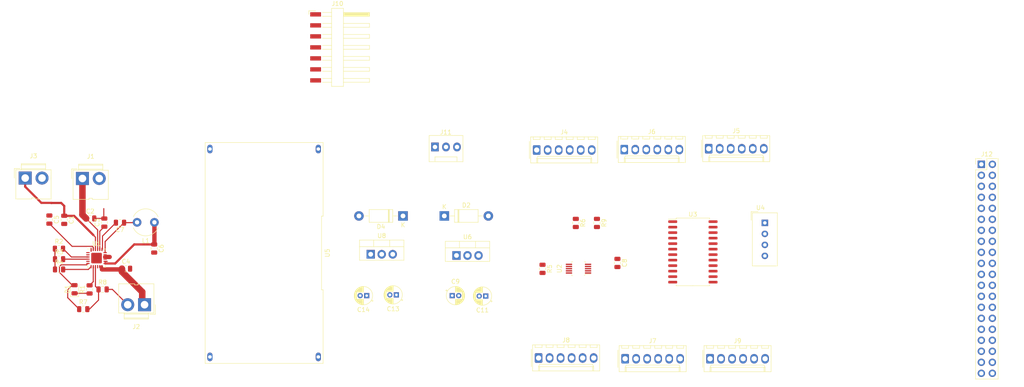
<source format=kicad_pcb>
(kicad_pcb (version 20171130) (host pcbnew "(5.1.5)-3")

  (general
    (thickness 1.6)
    (drawings 0)
    (tracks 86)
    (zones 0)
    (modules 44)
    (nets 22)
  )

  (page A4)
  (layers
    (0 F.Cu signal)
    (31 B.Cu signal)
    (32 B.Adhes user)
    (33 F.Adhes user)
    (34 B.Paste user)
    (35 F.Paste user)
    (36 B.SilkS user)
    (37 F.SilkS user)
    (38 B.Mask user)
    (39 F.Mask user)
    (40 Dwgs.User user)
    (41 Cmts.User user)
    (42 Eco1.User user)
    (43 Eco2.User user)
    (44 Edge.Cuts user)
    (45 Margin user)
    (46 B.CrtYd user)
    (47 F.CrtYd user)
    (48 B.Fab user)
    (49 F.Fab user)
  )

  (setup
    (last_trace_width 0.25)
    (user_trace_width 0.5)
    (user_trace_width 1)
    (user_trace_width 1.5)
    (trace_clearance 0.2)
    (zone_clearance 0.508)
    (zone_45_only no)
    (trace_min 0.2)
    (via_size 0.8)
    (via_drill 0.4)
    (via_min_size 0.4)
    (via_min_drill 0.3)
    (uvia_size 0.3)
    (uvia_drill 0.1)
    (uvias_allowed no)
    (uvia_min_size 0.2)
    (uvia_min_drill 0.1)
    (edge_width 0.05)
    (segment_width 0.2)
    (pcb_text_width 0.3)
    (pcb_text_size 1.5 1.5)
    (mod_edge_width 0.12)
    (mod_text_size 1 1)
    (mod_text_width 0.15)
    (pad_size 2.45 2.45)
    (pad_drill 0)
    (pad_to_mask_clearance 0.051)
    (solder_mask_min_width 0.25)
    (aux_axis_origin 0 0)
    (visible_elements 7FFFFFFF)
    (pcbplotparams
      (layerselection 0x010fc_ffffffff)
      (usegerberextensions false)
      (usegerberattributes false)
      (usegerberadvancedattributes false)
      (creategerberjobfile false)
      (excludeedgelayer true)
      (linewidth 0.100000)
      (plotframeref false)
      (viasonmask false)
      (mode 1)
      (useauxorigin false)
      (hpglpennumber 1)
      (hpglpenspeed 20)
      (hpglpendiameter 15.000000)
      (psnegative false)
      (psa4output false)
      (plotreference true)
      (plotvalue true)
      (plotinvisibletext false)
      (padsonsilk false)
      (subtractmaskfromsilk false)
      (outputformat 1)
      (mirror false)
      (drillshape 1)
      (scaleselection 1)
      (outputdirectory ""))
  )

  (net 0 "")
  (net 1 /Vusb)
  (net 2 GND)
  (net 3 /Vext_dc)
  (net 4 "Net-(C3-Pad1)")
  (net 5 /VBAT)
  (net 6 "Net-(C5-Pad2)")
  (net 7 /SW)
  (net 8 /BOOT)
  (net 9 "Net-(D1-Pad1)")
  (net 10 /VDRV)
  (net 11 /STAT)
  (net 12 +3V3)
  (net 13 /BAT_NTC)
  (net 14 +5V)
  (net 15 /ADS1115+MUX/AIN0)
  (net 16 /Reguladores/9V_BUCK-BOOST)
  (net 17 /Sensores/DHT_OUT)
  (net 18 Vsistema)
  (net 19 AD_SCL)
  (net 20 AD_SDA)
  (net 21 AD_ALERT)

  (net_class Default "This is the default net class."
    (clearance 0.2)
    (trace_width 0.25)
    (via_dia 0.8)
    (via_drill 0.4)
    (uvia_dia 0.3)
    (uvia_drill 0.1)
    (add_net +3V3)
    (add_net +5V)
    (add_net /ADS1115+MUX/AIN0)
    (add_net /BAT_NTC)
    (add_net /BOOT)
    (add_net /Reguladores/9V_BUCK-BOOST)
    (add_net /STAT)
    (add_net /SW)
    (add_net /Sensores/DHT_OUT)
    (add_net /VBAT)
    (add_net /VDRV)
    (add_net /Vext_dc)
    (add_net /Vusb)
    (add_net AD_ALERT)
    (add_net AD_SCL)
    (add_net AD_SDA)
    (add_net GND)
    (add_net "Net-(C3-Pad1)")
    (add_net "Net-(C5-Pad2)")
    (add_net "Net-(D1-Pad1)")
    (add_net Vsistema)
  )

  (module Connector_Molex:Molex_KK-254_AE-6410-06A_1x06_P2.54mm_Vertical (layer F.Cu) (tedit 5B78013E) (tstamp 61C68FB4)
    (at 185.125 65.4)
    (descr "Molex KK-254 Interconnect System, old/engineering part number: AE-6410-06A example for new part number: 22-27-2061, 6 Pins (http://www.molex.com/pdm_docs/sd/022272021_sd.pdf), generated with kicad-footprint-generator")
    (tags "connector Molex KK-254 side entry")
    (path /61C25AB3/61C5F8EA)
    (fp_text reference J5 (at 6.35 -4.12) (layer F.SilkS)
      (effects (font (size 1 1) (thickness 0.15)))
    )
    (fp_text value Conn_01x06_Male (at 6.35 4.08) (layer F.Fab)
      (effects (font (size 1 1) (thickness 0.15)))
    )
    (fp_text user %R (at 6.35 -2.22) (layer F.Fab)
      (effects (font (size 1 1) (thickness 0.15)))
    )
    (fp_line (start 14.47 -3.42) (end -1.77 -3.42) (layer F.CrtYd) (width 0.05))
    (fp_line (start 14.47 3.38) (end 14.47 -3.42) (layer F.CrtYd) (width 0.05))
    (fp_line (start -1.77 3.38) (end 14.47 3.38) (layer F.CrtYd) (width 0.05))
    (fp_line (start -1.77 -3.42) (end -1.77 3.38) (layer F.CrtYd) (width 0.05))
    (fp_line (start 13.5 -2.43) (end 13.5 -3.03) (layer F.SilkS) (width 0.12))
    (fp_line (start 11.9 -2.43) (end 13.5 -2.43) (layer F.SilkS) (width 0.12))
    (fp_line (start 11.9 -3.03) (end 11.9 -2.43) (layer F.SilkS) (width 0.12))
    (fp_line (start 10.96 -2.43) (end 10.96 -3.03) (layer F.SilkS) (width 0.12))
    (fp_line (start 9.36 -2.43) (end 10.96 -2.43) (layer F.SilkS) (width 0.12))
    (fp_line (start 9.36 -3.03) (end 9.36 -2.43) (layer F.SilkS) (width 0.12))
    (fp_line (start 8.42 -2.43) (end 8.42 -3.03) (layer F.SilkS) (width 0.12))
    (fp_line (start 6.82 -2.43) (end 8.42 -2.43) (layer F.SilkS) (width 0.12))
    (fp_line (start 6.82 -3.03) (end 6.82 -2.43) (layer F.SilkS) (width 0.12))
    (fp_line (start 5.88 -2.43) (end 5.88 -3.03) (layer F.SilkS) (width 0.12))
    (fp_line (start 4.28 -2.43) (end 5.88 -2.43) (layer F.SilkS) (width 0.12))
    (fp_line (start 4.28 -3.03) (end 4.28 -2.43) (layer F.SilkS) (width 0.12))
    (fp_line (start 3.34 -2.43) (end 3.34 -3.03) (layer F.SilkS) (width 0.12))
    (fp_line (start 1.74 -2.43) (end 3.34 -2.43) (layer F.SilkS) (width 0.12))
    (fp_line (start 1.74 -3.03) (end 1.74 -2.43) (layer F.SilkS) (width 0.12))
    (fp_line (start 0.8 -2.43) (end 0.8 -3.03) (layer F.SilkS) (width 0.12))
    (fp_line (start -0.8 -2.43) (end 0.8 -2.43) (layer F.SilkS) (width 0.12))
    (fp_line (start -0.8 -3.03) (end -0.8 -2.43) (layer F.SilkS) (width 0.12))
    (fp_line (start 12.45 2.99) (end 12.45 1.99) (layer F.SilkS) (width 0.12))
    (fp_line (start 0.25 2.99) (end 0.25 1.99) (layer F.SilkS) (width 0.12))
    (fp_line (start 12.45 1.46) (end 12.7 1.99) (layer F.SilkS) (width 0.12))
    (fp_line (start 0.25 1.46) (end 12.45 1.46) (layer F.SilkS) (width 0.12))
    (fp_line (start 0 1.99) (end 0.25 1.46) (layer F.SilkS) (width 0.12))
    (fp_line (start 12.7 1.99) (end 12.7 2.99) (layer F.SilkS) (width 0.12))
    (fp_line (start 0 1.99) (end 12.7 1.99) (layer F.SilkS) (width 0.12))
    (fp_line (start 0 2.99) (end 0 1.99) (layer F.SilkS) (width 0.12))
    (fp_line (start -0.562893 0) (end -1.27 0.5) (layer F.Fab) (width 0.1))
    (fp_line (start -1.27 -0.5) (end -0.562893 0) (layer F.Fab) (width 0.1))
    (fp_line (start -1.67 -2) (end -1.67 2) (layer F.SilkS) (width 0.12))
    (fp_line (start 14.08 -3.03) (end -1.38 -3.03) (layer F.SilkS) (width 0.12))
    (fp_line (start 14.08 2.99) (end 14.08 -3.03) (layer F.SilkS) (width 0.12))
    (fp_line (start -1.38 2.99) (end 14.08 2.99) (layer F.SilkS) (width 0.12))
    (fp_line (start -1.38 -3.03) (end -1.38 2.99) (layer F.SilkS) (width 0.12))
    (fp_line (start 13.97 -2.92) (end -1.27 -2.92) (layer F.Fab) (width 0.1))
    (fp_line (start 13.97 2.88) (end 13.97 -2.92) (layer F.Fab) (width 0.1))
    (fp_line (start -1.27 2.88) (end 13.97 2.88) (layer F.Fab) (width 0.1))
    (fp_line (start -1.27 -2.92) (end -1.27 2.88) (layer F.Fab) (width 0.1))
    (pad 6 thru_hole oval (at 12.7 0) (size 1.74 2.2) (drill 1.2) (layers *.Cu *.Mask)
      (net 2 GND))
    (pad 5 thru_hole oval (at 10.16 0) (size 1.74 2.2) (drill 1.2) (layers *.Cu *.Mask))
    (pad 4 thru_hole oval (at 7.62 0) (size 1.74 2.2) (drill 1.2) (layers *.Cu *.Mask)
      (net 2 GND))
    (pad 3 thru_hole oval (at 5.08 0) (size 1.74 2.2) (drill 1.2) (layers *.Cu *.Mask))
    (pad 2 thru_hole oval (at 2.54 0) (size 1.74 2.2) (drill 1.2) (layers *.Cu *.Mask)
      (net 2 GND))
    (pad 1 thru_hole roundrect (at 0 0) (size 1.74 2.2) (drill 1.2) (layers *.Cu *.Mask) (roundrect_rratio 0.143678)
      (net 14 +5V))
    (model ${KISYS3DMOD}/Connector_Molex.3dshapes/Molex_KK-254_AE-6410-06A_1x06_P2.54mm_Vertical.wrl
      (at (xyz 0 0 0))
      (scale (xyz 1 1 1))
      (rotate (xyz 0 0 0))
    )
  )

  (module Connector_Harwin:Harwin_M20-89007xx_1x07_P2.54mm_Horizontal (layer F.Cu) (tedit 5B154A07) (tstamp 61CBABB3)
    (at 100 42)
    (descr "Harwin Male Horizontal Surface Mount Single Row 2.54mm (0.1 inch) Pitch PCB Connector, M20-89007xx, 7 Pins per row (https://cdn.harwin.com/pdfs/M20-890.pdf), generated with kicad-footprint-generator")
    (tags "connector Harwin M20-890 horizontal")
    (path /61C25AB3/61C71704)
    (attr smd)
    (fp_text reference J10 (at -0.48 -10.09) (layer F.SilkS)
      (effects (font (size 1 1) (thickness 0.15)))
    )
    (fp_text value Conn_01x07_Female (at -0.48 10.09) (layer F.Fab)
      (effects (font (size 1 1) (thickness 0.15)))
    )
    (fp_text user %R (at -0.48 0 90) (layer F.Fab)
      (effects (font (size 1 1) (thickness 0.15)))
    )
    (fp_line (start -7.28 9.39) (end -7.28 -9.39) (layer F.CrtYd) (width 0.05))
    (fp_line (start 7.28 9.39) (end -7.28 9.39) (layer F.CrtYd) (width 0.05))
    (fp_line (start 7.28 -9.39) (end 7.28 9.39) (layer F.CrtYd) (width 0.05))
    (fp_line (start -7.28 -9.39) (end 7.28 -9.39) (layer F.CrtYd) (width 0.05))
    (fp_line (start -7.095 -8.44) (end -5.525 -8.44) (layer F.SilkS) (width 0.12))
    (fp_line (start -7.095 -7.62) (end -7.095 -8.44) (layer F.SilkS) (width 0.12))
    (fp_line (start 6.895 8.06) (end 0.895 8.06) (layer F.SilkS) (width 0.12))
    (fp_line (start 6.895 7.18) (end 6.895 8.06) (layer F.SilkS) (width 0.12))
    (fp_line (start 0.895 7.18) (end 6.895 7.18) (layer F.SilkS) (width 0.12))
    (fp_line (start -3.955 8.06) (end -1.845 8.06) (layer F.SilkS) (width 0.12))
    (fp_line (start -3.955 7.18) (end -1.845 7.18) (layer F.SilkS) (width 0.12))
    (fp_line (start 6.895 5.52) (end 0.895 5.52) (layer F.SilkS) (width 0.12))
    (fp_line (start 6.895 4.64) (end 6.895 5.52) (layer F.SilkS) (width 0.12))
    (fp_line (start 0.895 4.64) (end 6.895 4.64) (layer F.SilkS) (width 0.12))
    (fp_line (start -3.955 5.52) (end -1.845 5.52) (layer F.SilkS) (width 0.12))
    (fp_line (start -3.955 4.64) (end -1.845 4.64) (layer F.SilkS) (width 0.12))
    (fp_line (start 6.895 2.98) (end 0.895 2.98) (layer F.SilkS) (width 0.12))
    (fp_line (start 6.895 2.1) (end 6.895 2.98) (layer F.SilkS) (width 0.12))
    (fp_line (start 0.895 2.1) (end 6.895 2.1) (layer F.SilkS) (width 0.12))
    (fp_line (start -3.955 2.98) (end -1.845 2.98) (layer F.SilkS) (width 0.12))
    (fp_line (start -3.955 2.1) (end -1.845 2.1) (layer F.SilkS) (width 0.12))
    (fp_line (start 6.895 0.44) (end 0.895 0.44) (layer F.SilkS) (width 0.12))
    (fp_line (start 6.895 -0.44) (end 6.895 0.44) (layer F.SilkS) (width 0.12))
    (fp_line (start 0.895 -0.44) (end 6.895 -0.44) (layer F.SilkS) (width 0.12))
    (fp_line (start -3.955 0.44) (end -1.845 0.44) (layer F.SilkS) (width 0.12))
    (fp_line (start -3.955 -0.44) (end -1.845 -0.44) (layer F.SilkS) (width 0.12))
    (fp_line (start 6.895 -2.1) (end 0.895 -2.1) (layer F.SilkS) (width 0.12))
    (fp_line (start 6.895 -2.98) (end 6.895 -2.1) (layer F.SilkS) (width 0.12))
    (fp_line (start 0.895 -2.98) (end 6.895 -2.98) (layer F.SilkS) (width 0.12))
    (fp_line (start -3.955 -2.1) (end -1.845 -2.1) (layer F.SilkS) (width 0.12))
    (fp_line (start -3.955 -2.98) (end -1.845 -2.98) (layer F.SilkS) (width 0.12))
    (fp_line (start 6.895 -4.64) (end 0.895 -4.64) (layer F.SilkS) (width 0.12))
    (fp_line (start 6.895 -5.52) (end 6.895 -4.64) (layer F.SilkS) (width 0.12))
    (fp_line (start 0.895 -5.52) (end 6.895 -5.52) (layer F.SilkS) (width 0.12))
    (fp_line (start -3.955 -4.64) (end -1.845 -4.64) (layer F.SilkS) (width 0.12))
    (fp_line (start -3.955 -5.52) (end -1.845 -5.52) (layer F.SilkS) (width 0.12))
    (fp_line (start 6.895 -7.18) (end 0.895 -7.18) (layer F.SilkS) (width 0.12))
    (fp_line (start 6.895 -8.06) (end 6.895 -7.18) (layer F.SilkS) (width 0.12))
    (fp_line (start 0.895 -8.06) (end 6.895 -8.06) (layer F.SilkS) (width 0.12))
    (fp_line (start -3.955 -7.18) (end -1.845 -7.18) (layer F.SilkS) (width 0.12))
    (fp_line (start -3.955 -8.06) (end -1.845 -8.06) (layer F.SilkS) (width 0.12))
    (fp_line (start -1.845 9.01) (end -1.845 -9.01) (layer F.SilkS) (width 0.12))
    (fp_line (start 0.895 9.01) (end -1.845 9.01) (layer F.SilkS) (width 0.12))
    (fp_line (start 0.895 -9.01) (end 0.895 9.01) (layer F.SilkS) (width 0.12))
    (fp_line (start -1.845 -9.01) (end 0.895 -9.01) (layer F.SilkS) (width 0.12))
    (fp_line (start -1.725 8.89) (end -1.725 -8.49) (layer F.Fab) (width 0.1))
    (fp_line (start 0.775 8.89) (end -1.725 8.89) (layer F.Fab) (width 0.1))
    (fp_line (start 0.775 -8.89) (end 0.775 8.89) (layer F.Fab) (width 0.1))
    (fp_line (start -1.325 -8.89) (end 0.775 -8.89) (layer F.Fab) (width 0.1))
    (fp_line (start -1.725 -8.49) (end -1.325 -8.89) (layer F.Fab) (width 0.1))
    (fp_line (start 6.775 7.94) (end 0.775 7.94) (layer F.Fab) (width 0.1))
    (fp_line (start 6.775 7.3) (end 6.775 7.94) (layer F.Fab) (width 0.1))
    (fp_line (start 0.775 7.3) (end 6.775 7.3) (layer F.Fab) (width 0.1))
    (fp_line (start -6.425 7.94) (end -1.725 7.94) (layer F.Fab) (width 0.1))
    (fp_line (start -6.425 7.3) (end -6.425 7.94) (layer F.Fab) (width 0.1))
    (fp_line (start -1.725 7.3) (end -6.425 7.3) (layer F.Fab) (width 0.1))
    (fp_line (start 6.775 5.4) (end 0.775 5.4) (layer F.Fab) (width 0.1))
    (fp_line (start 6.775 4.76) (end 6.775 5.4) (layer F.Fab) (width 0.1))
    (fp_line (start 0.775 4.76) (end 6.775 4.76) (layer F.Fab) (width 0.1))
    (fp_line (start -6.425 5.4) (end -1.725 5.4) (layer F.Fab) (width 0.1))
    (fp_line (start -6.425 4.76) (end -6.425 5.4) (layer F.Fab) (width 0.1))
    (fp_line (start -1.725 4.76) (end -6.425 4.76) (layer F.Fab) (width 0.1))
    (fp_line (start 6.775 2.86) (end 0.775 2.86) (layer F.Fab) (width 0.1))
    (fp_line (start 6.775 2.22) (end 6.775 2.86) (layer F.Fab) (width 0.1))
    (fp_line (start 0.775 2.22) (end 6.775 2.22) (layer F.Fab) (width 0.1))
    (fp_line (start -6.425 2.86) (end -1.725 2.86) (layer F.Fab) (width 0.1))
    (fp_line (start -6.425 2.22) (end -6.425 2.86) (layer F.Fab) (width 0.1))
    (fp_line (start -1.725 2.22) (end -6.425 2.22) (layer F.Fab) (width 0.1))
    (fp_line (start 6.775 0.32) (end 0.775 0.32) (layer F.Fab) (width 0.1))
    (fp_line (start 6.775 -0.32) (end 6.775 0.32) (layer F.Fab) (width 0.1))
    (fp_line (start 0.775 -0.32) (end 6.775 -0.32) (layer F.Fab) (width 0.1))
    (fp_line (start -6.425 0.32) (end -1.725 0.32) (layer F.Fab) (width 0.1))
    (fp_line (start -6.425 -0.32) (end -6.425 0.32) (layer F.Fab) (width 0.1))
    (fp_line (start -1.725 -0.32) (end -6.425 -0.32) (layer F.Fab) (width 0.1))
    (fp_line (start 6.775 -2.22) (end 0.775 -2.22) (layer F.Fab) (width 0.1))
    (fp_line (start 6.775 -2.86) (end 6.775 -2.22) (layer F.Fab) (width 0.1))
    (fp_line (start 0.775 -2.86) (end 6.775 -2.86) (layer F.Fab) (width 0.1))
    (fp_line (start -6.425 -2.22) (end -1.725 -2.22) (layer F.Fab) (width 0.1))
    (fp_line (start -6.425 -2.86) (end -6.425 -2.22) (layer F.Fab) (width 0.1))
    (fp_line (start -1.725 -2.86) (end -6.425 -2.86) (layer F.Fab) (width 0.1))
    (fp_line (start 6.775 -4.76) (end 0.775 -4.76) (layer F.Fab) (width 0.1))
    (fp_line (start 6.775 -5.4) (end 6.775 -4.76) (layer F.Fab) (width 0.1))
    (fp_line (start 0.775 -5.4) (end 6.775 -5.4) (layer F.Fab) (width 0.1))
    (fp_line (start -6.425 -4.76) (end -1.725 -4.76) (layer F.Fab) (width 0.1))
    (fp_line (start -6.425 -5.4) (end -6.425 -4.76) (layer F.Fab) (width 0.1))
    (fp_line (start -1.725 -5.4) (end -6.425 -5.4) (layer F.Fab) (width 0.1))
    (fp_line (start 6.775 -7.3) (end 0.775 -7.3) (layer F.Fab) (width 0.1))
    (fp_line (start 6.775 -7.94) (end 6.775 -7.3) (layer F.Fab) (width 0.1))
    (fp_line (start 0.775 -7.94) (end 6.775 -7.94) (layer F.Fab) (width 0.1))
    (fp_line (start -6.425 -7.3) (end -1.725 -7.3) (layer F.Fab) (width 0.1))
    (fp_line (start -6.425 -7.94) (end -6.425 -7.3) (layer F.Fab) (width 0.1))
    (fp_line (start -1.725 -7.94) (end -6.425 -7.94) (layer F.Fab) (width 0.1))
    (pad "" smd rect (at 3.895 -7.62) (size 6 0.76) (layers F.SilkS))
    (pad 7 smd rect (at -5.525 7.62) (size 2.5 1) (layers F.Cu F.Paste F.Mask))
    (pad 6 smd rect (at -5.525 5.08) (size 2.5 1) (layers F.Cu F.Paste F.Mask))
    (pad 5 smd rect (at -5.525 2.54) (size 2.5 1) (layers F.Cu F.Paste F.Mask))
    (pad 4 smd rect (at -5.525 0) (size 2.5 1) (layers F.Cu F.Paste F.Mask))
    (pad 3 smd rect (at -5.525 -2.54) (size 2.5 1) (layers F.Cu F.Paste F.Mask))
    (pad 2 smd rect (at -5.525 -5.08) (size 2.5 1) (layers F.Cu F.Paste F.Mask))
    (pad 1 smd rect (at -5.525 -7.62) (size 2.5 1) (layers F.Cu F.Paste F.Mask))
    (model ${KISYS3DMOD}/Connector_Harwin.3dshapes/Harwin_M20-89007xx_1x07_P2.54mm_Horizontal.wrl
      (at (xyz 0 0 0))
      (scale (xyz 1 1 1))
      (rotate (xyz 0 0 0))
    )
  )

  (module Connector_Molex:Molex_KK-254_AE-6410-06A_1x06_P2.54mm_Vertical (layer F.Cu) (tedit 5B78013E) (tstamp 61C69084)
    (at 185.43 113.9)
    (descr "Molex KK-254 Interconnect System, old/engineering part number: AE-6410-06A example for new part number: 22-27-2061, 6 Pins (http://www.molex.com/pdm_docs/sd/022272021_sd.pdf), generated with kicad-footprint-generator")
    (tags "connector Molex KK-254 side entry")
    (path /61C25AB3/61C64630)
    (fp_text reference J9 (at 6.35 -4.12) (layer F.SilkS)
      (effects (font (size 1 1) (thickness 0.15)))
    )
    (fp_text value Conn_01x06_Male (at 6.35 4.08) (layer F.Fab)
      (effects (font (size 1 1) (thickness 0.15)))
    )
    (fp_text user %R (at 6.35 -2.22) (layer F.Fab)
      (effects (font (size 1 1) (thickness 0.15)))
    )
    (fp_line (start 14.47 -3.42) (end -1.77 -3.42) (layer F.CrtYd) (width 0.05))
    (fp_line (start 14.47 3.38) (end 14.47 -3.42) (layer F.CrtYd) (width 0.05))
    (fp_line (start -1.77 3.38) (end 14.47 3.38) (layer F.CrtYd) (width 0.05))
    (fp_line (start -1.77 -3.42) (end -1.77 3.38) (layer F.CrtYd) (width 0.05))
    (fp_line (start 13.5 -2.43) (end 13.5 -3.03) (layer F.SilkS) (width 0.12))
    (fp_line (start 11.9 -2.43) (end 13.5 -2.43) (layer F.SilkS) (width 0.12))
    (fp_line (start 11.9 -3.03) (end 11.9 -2.43) (layer F.SilkS) (width 0.12))
    (fp_line (start 10.96 -2.43) (end 10.96 -3.03) (layer F.SilkS) (width 0.12))
    (fp_line (start 9.36 -2.43) (end 10.96 -2.43) (layer F.SilkS) (width 0.12))
    (fp_line (start 9.36 -3.03) (end 9.36 -2.43) (layer F.SilkS) (width 0.12))
    (fp_line (start 8.42 -2.43) (end 8.42 -3.03) (layer F.SilkS) (width 0.12))
    (fp_line (start 6.82 -2.43) (end 8.42 -2.43) (layer F.SilkS) (width 0.12))
    (fp_line (start 6.82 -3.03) (end 6.82 -2.43) (layer F.SilkS) (width 0.12))
    (fp_line (start 5.88 -2.43) (end 5.88 -3.03) (layer F.SilkS) (width 0.12))
    (fp_line (start 4.28 -2.43) (end 5.88 -2.43) (layer F.SilkS) (width 0.12))
    (fp_line (start 4.28 -3.03) (end 4.28 -2.43) (layer F.SilkS) (width 0.12))
    (fp_line (start 3.34 -2.43) (end 3.34 -3.03) (layer F.SilkS) (width 0.12))
    (fp_line (start 1.74 -2.43) (end 3.34 -2.43) (layer F.SilkS) (width 0.12))
    (fp_line (start 1.74 -3.03) (end 1.74 -2.43) (layer F.SilkS) (width 0.12))
    (fp_line (start 0.8 -2.43) (end 0.8 -3.03) (layer F.SilkS) (width 0.12))
    (fp_line (start -0.8 -2.43) (end 0.8 -2.43) (layer F.SilkS) (width 0.12))
    (fp_line (start -0.8 -3.03) (end -0.8 -2.43) (layer F.SilkS) (width 0.12))
    (fp_line (start 12.45 2.99) (end 12.45 1.99) (layer F.SilkS) (width 0.12))
    (fp_line (start 0.25 2.99) (end 0.25 1.99) (layer F.SilkS) (width 0.12))
    (fp_line (start 12.45 1.46) (end 12.7 1.99) (layer F.SilkS) (width 0.12))
    (fp_line (start 0.25 1.46) (end 12.45 1.46) (layer F.SilkS) (width 0.12))
    (fp_line (start 0 1.99) (end 0.25 1.46) (layer F.SilkS) (width 0.12))
    (fp_line (start 12.7 1.99) (end 12.7 2.99) (layer F.SilkS) (width 0.12))
    (fp_line (start 0 1.99) (end 12.7 1.99) (layer F.SilkS) (width 0.12))
    (fp_line (start 0 2.99) (end 0 1.99) (layer F.SilkS) (width 0.12))
    (fp_line (start -0.562893 0) (end -1.27 0.5) (layer F.Fab) (width 0.1))
    (fp_line (start -1.27 -0.5) (end -0.562893 0) (layer F.Fab) (width 0.1))
    (fp_line (start -1.67 -2) (end -1.67 2) (layer F.SilkS) (width 0.12))
    (fp_line (start 14.08 -3.03) (end -1.38 -3.03) (layer F.SilkS) (width 0.12))
    (fp_line (start 14.08 2.99) (end 14.08 -3.03) (layer F.SilkS) (width 0.12))
    (fp_line (start -1.38 2.99) (end 14.08 2.99) (layer F.SilkS) (width 0.12))
    (fp_line (start -1.38 -3.03) (end -1.38 2.99) (layer F.SilkS) (width 0.12))
    (fp_line (start 13.97 -2.92) (end -1.27 -2.92) (layer F.Fab) (width 0.1))
    (fp_line (start 13.97 2.88) (end 13.97 -2.92) (layer F.Fab) (width 0.1))
    (fp_line (start -1.27 2.88) (end 13.97 2.88) (layer F.Fab) (width 0.1))
    (fp_line (start -1.27 -2.92) (end -1.27 2.88) (layer F.Fab) (width 0.1))
    (pad 6 thru_hole oval (at 12.7 0) (size 1.74 2.2) (drill 1.2) (layers *.Cu *.Mask)
      (net 2 GND))
    (pad 5 thru_hole oval (at 10.16 0) (size 1.74 2.2) (drill 1.2) (layers *.Cu *.Mask))
    (pad 4 thru_hole oval (at 7.62 0) (size 1.74 2.2) (drill 1.2) (layers *.Cu *.Mask)
      (net 2 GND))
    (pad 3 thru_hole oval (at 5.08 0) (size 1.74 2.2) (drill 1.2) (layers *.Cu *.Mask))
    (pad 2 thru_hole oval (at 2.54 0) (size 1.74 2.2) (drill 1.2) (layers *.Cu *.Mask)
      (net 2 GND))
    (pad 1 thru_hole roundrect (at 0 0) (size 1.74 2.2) (drill 1.2) (layers *.Cu *.Mask) (roundrect_rratio 0.143678)
      (net 14 +5V))
    (model ${KISYS3DMOD}/Connector_Molex.3dshapes/Molex_KK-254_AE-6410-06A_1x06_P2.54mm_Vertical.wrl
      (at (xyz 0 0 0))
      (scale (xyz 1 1 1))
      (rotate (xyz 0 0 0))
    )
  )

  (module Connector_Molex:Molex_KK-254_AE-6410-06A_1x06_P2.54mm_Vertical (layer F.Cu) (tedit 5B78013E) (tstamp 61C69050)
    (at 145.89 113.725)
    (descr "Molex KK-254 Interconnect System, old/engineering part number: AE-6410-06A example for new part number: 22-27-2061, 6 Pins (http://www.molex.com/pdm_docs/sd/022272021_sd.pdf), generated with kicad-footprint-generator")
    (tags "connector Molex KK-254 side entry")
    (path /61C25AB3/61C5F904)
    (fp_text reference J8 (at 6.35 -4.12) (layer F.SilkS)
      (effects (font (size 1 1) (thickness 0.15)))
    )
    (fp_text value Conn_01x06_Male (at 6.35 4.08) (layer F.Fab)
      (effects (font (size 1 1) (thickness 0.15)))
    )
    (fp_text user %R (at 6.35 -2.22) (layer F.Fab)
      (effects (font (size 1 1) (thickness 0.15)))
    )
    (fp_line (start 14.47 -3.42) (end -1.77 -3.42) (layer F.CrtYd) (width 0.05))
    (fp_line (start 14.47 3.38) (end 14.47 -3.42) (layer F.CrtYd) (width 0.05))
    (fp_line (start -1.77 3.38) (end 14.47 3.38) (layer F.CrtYd) (width 0.05))
    (fp_line (start -1.77 -3.42) (end -1.77 3.38) (layer F.CrtYd) (width 0.05))
    (fp_line (start 13.5 -2.43) (end 13.5 -3.03) (layer F.SilkS) (width 0.12))
    (fp_line (start 11.9 -2.43) (end 13.5 -2.43) (layer F.SilkS) (width 0.12))
    (fp_line (start 11.9 -3.03) (end 11.9 -2.43) (layer F.SilkS) (width 0.12))
    (fp_line (start 10.96 -2.43) (end 10.96 -3.03) (layer F.SilkS) (width 0.12))
    (fp_line (start 9.36 -2.43) (end 10.96 -2.43) (layer F.SilkS) (width 0.12))
    (fp_line (start 9.36 -3.03) (end 9.36 -2.43) (layer F.SilkS) (width 0.12))
    (fp_line (start 8.42 -2.43) (end 8.42 -3.03) (layer F.SilkS) (width 0.12))
    (fp_line (start 6.82 -2.43) (end 8.42 -2.43) (layer F.SilkS) (width 0.12))
    (fp_line (start 6.82 -3.03) (end 6.82 -2.43) (layer F.SilkS) (width 0.12))
    (fp_line (start 5.88 -2.43) (end 5.88 -3.03) (layer F.SilkS) (width 0.12))
    (fp_line (start 4.28 -2.43) (end 5.88 -2.43) (layer F.SilkS) (width 0.12))
    (fp_line (start 4.28 -3.03) (end 4.28 -2.43) (layer F.SilkS) (width 0.12))
    (fp_line (start 3.34 -2.43) (end 3.34 -3.03) (layer F.SilkS) (width 0.12))
    (fp_line (start 1.74 -2.43) (end 3.34 -2.43) (layer F.SilkS) (width 0.12))
    (fp_line (start 1.74 -3.03) (end 1.74 -2.43) (layer F.SilkS) (width 0.12))
    (fp_line (start 0.8 -2.43) (end 0.8 -3.03) (layer F.SilkS) (width 0.12))
    (fp_line (start -0.8 -2.43) (end 0.8 -2.43) (layer F.SilkS) (width 0.12))
    (fp_line (start -0.8 -3.03) (end -0.8 -2.43) (layer F.SilkS) (width 0.12))
    (fp_line (start 12.45 2.99) (end 12.45 1.99) (layer F.SilkS) (width 0.12))
    (fp_line (start 0.25 2.99) (end 0.25 1.99) (layer F.SilkS) (width 0.12))
    (fp_line (start 12.45 1.46) (end 12.7 1.99) (layer F.SilkS) (width 0.12))
    (fp_line (start 0.25 1.46) (end 12.45 1.46) (layer F.SilkS) (width 0.12))
    (fp_line (start 0 1.99) (end 0.25 1.46) (layer F.SilkS) (width 0.12))
    (fp_line (start 12.7 1.99) (end 12.7 2.99) (layer F.SilkS) (width 0.12))
    (fp_line (start 0 1.99) (end 12.7 1.99) (layer F.SilkS) (width 0.12))
    (fp_line (start 0 2.99) (end 0 1.99) (layer F.SilkS) (width 0.12))
    (fp_line (start -0.562893 0) (end -1.27 0.5) (layer F.Fab) (width 0.1))
    (fp_line (start -1.27 -0.5) (end -0.562893 0) (layer F.Fab) (width 0.1))
    (fp_line (start -1.67 -2) (end -1.67 2) (layer F.SilkS) (width 0.12))
    (fp_line (start 14.08 -3.03) (end -1.38 -3.03) (layer F.SilkS) (width 0.12))
    (fp_line (start 14.08 2.99) (end 14.08 -3.03) (layer F.SilkS) (width 0.12))
    (fp_line (start -1.38 2.99) (end 14.08 2.99) (layer F.SilkS) (width 0.12))
    (fp_line (start -1.38 -3.03) (end -1.38 2.99) (layer F.SilkS) (width 0.12))
    (fp_line (start 13.97 -2.92) (end -1.27 -2.92) (layer F.Fab) (width 0.1))
    (fp_line (start 13.97 2.88) (end 13.97 -2.92) (layer F.Fab) (width 0.1))
    (fp_line (start -1.27 2.88) (end 13.97 2.88) (layer F.Fab) (width 0.1))
    (fp_line (start -1.27 -2.92) (end -1.27 2.88) (layer F.Fab) (width 0.1))
    (pad 6 thru_hole oval (at 12.7 0) (size 1.74 2.2) (drill 1.2) (layers *.Cu *.Mask)
      (net 2 GND))
    (pad 5 thru_hole oval (at 10.16 0) (size 1.74 2.2) (drill 1.2) (layers *.Cu *.Mask))
    (pad 4 thru_hole oval (at 7.62 0) (size 1.74 2.2) (drill 1.2) (layers *.Cu *.Mask)
      (net 2 GND))
    (pad 3 thru_hole oval (at 5.08 0) (size 1.74 2.2) (drill 1.2) (layers *.Cu *.Mask))
    (pad 2 thru_hole oval (at 2.54 0) (size 1.74 2.2) (drill 1.2) (layers *.Cu *.Mask)
      (net 2 GND))
    (pad 1 thru_hole roundrect (at 0 0) (size 1.74 2.2) (drill 1.2) (layers *.Cu *.Mask) (roundrect_rratio 0.143678)
      (net 14 +5V))
    (model ${KISYS3DMOD}/Connector_Molex.3dshapes/Molex_KK-254_AE-6410-06A_1x06_P2.54mm_Vertical.wrl
      (at (xyz 0 0 0))
      (scale (xyz 1 1 1))
      (rotate (xyz 0 0 0))
    )
  )

  (module Connector_Molex:Molex_KK-254_AE-6410-06A_1x06_P2.54mm_Vertical (layer F.Cu) (tedit 5B78013E) (tstamp 61C6901C)
    (at 165.85 113.9)
    (descr "Molex KK-254 Interconnect System, old/engineering part number: AE-6410-06A example for new part number: 22-27-2061, 6 Pins (http://www.molex.com/pdm_docs/sd/022272021_sd.pdf), generated with kicad-footprint-generator")
    (tags "connector Molex KK-254 side entry")
    (path /61C25AB3/61C57284)
    (fp_text reference J7 (at 6.35 -4.12) (layer F.SilkS)
      (effects (font (size 1 1) (thickness 0.15)))
    )
    (fp_text value Conn_01x06_Male (at 6.35 4.08) (layer F.Fab)
      (effects (font (size 1 1) (thickness 0.15)))
    )
    (fp_text user %R (at 6.35 -2.22) (layer F.Fab)
      (effects (font (size 1 1) (thickness 0.15)))
    )
    (fp_line (start 14.47 -3.42) (end -1.77 -3.42) (layer F.CrtYd) (width 0.05))
    (fp_line (start 14.47 3.38) (end 14.47 -3.42) (layer F.CrtYd) (width 0.05))
    (fp_line (start -1.77 3.38) (end 14.47 3.38) (layer F.CrtYd) (width 0.05))
    (fp_line (start -1.77 -3.42) (end -1.77 3.38) (layer F.CrtYd) (width 0.05))
    (fp_line (start 13.5 -2.43) (end 13.5 -3.03) (layer F.SilkS) (width 0.12))
    (fp_line (start 11.9 -2.43) (end 13.5 -2.43) (layer F.SilkS) (width 0.12))
    (fp_line (start 11.9 -3.03) (end 11.9 -2.43) (layer F.SilkS) (width 0.12))
    (fp_line (start 10.96 -2.43) (end 10.96 -3.03) (layer F.SilkS) (width 0.12))
    (fp_line (start 9.36 -2.43) (end 10.96 -2.43) (layer F.SilkS) (width 0.12))
    (fp_line (start 9.36 -3.03) (end 9.36 -2.43) (layer F.SilkS) (width 0.12))
    (fp_line (start 8.42 -2.43) (end 8.42 -3.03) (layer F.SilkS) (width 0.12))
    (fp_line (start 6.82 -2.43) (end 8.42 -2.43) (layer F.SilkS) (width 0.12))
    (fp_line (start 6.82 -3.03) (end 6.82 -2.43) (layer F.SilkS) (width 0.12))
    (fp_line (start 5.88 -2.43) (end 5.88 -3.03) (layer F.SilkS) (width 0.12))
    (fp_line (start 4.28 -2.43) (end 5.88 -2.43) (layer F.SilkS) (width 0.12))
    (fp_line (start 4.28 -3.03) (end 4.28 -2.43) (layer F.SilkS) (width 0.12))
    (fp_line (start 3.34 -2.43) (end 3.34 -3.03) (layer F.SilkS) (width 0.12))
    (fp_line (start 1.74 -2.43) (end 3.34 -2.43) (layer F.SilkS) (width 0.12))
    (fp_line (start 1.74 -3.03) (end 1.74 -2.43) (layer F.SilkS) (width 0.12))
    (fp_line (start 0.8 -2.43) (end 0.8 -3.03) (layer F.SilkS) (width 0.12))
    (fp_line (start -0.8 -2.43) (end 0.8 -2.43) (layer F.SilkS) (width 0.12))
    (fp_line (start -0.8 -3.03) (end -0.8 -2.43) (layer F.SilkS) (width 0.12))
    (fp_line (start 12.45 2.99) (end 12.45 1.99) (layer F.SilkS) (width 0.12))
    (fp_line (start 0.25 2.99) (end 0.25 1.99) (layer F.SilkS) (width 0.12))
    (fp_line (start 12.45 1.46) (end 12.7 1.99) (layer F.SilkS) (width 0.12))
    (fp_line (start 0.25 1.46) (end 12.45 1.46) (layer F.SilkS) (width 0.12))
    (fp_line (start 0 1.99) (end 0.25 1.46) (layer F.SilkS) (width 0.12))
    (fp_line (start 12.7 1.99) (end 12.7 2.99) (layer F.SilkS) (width 0.12))
    (fp_line (start 0 1.99) (end 12.7 1.99) (layer F.SilkS) (width 0.12))
    (fp_line (start 0 2.99) (end 0 1.99) (layer F.SilkS) (width 0.12))
    (fp_line (start -0.562893 0) (end -1.27 0.5) (layer F.Fab) (width 0.1))
    (fp_line (start -1.27 -0.5) (end -0.562893 0) (layer F.Fab) (width 0.1))
    (fp_line (start -1.67 -2) (end -1.67 2) (layer F.SilkS) (width 0.12))
    (fp_line (start 14.08 -3.03) (end -1.38 -3.03) (layer F.SilkS) (width 0.12))
    (fp_line (start 14.08 2.99) (end 14.08 -3.03) (layer F.SilkS) (width 0.12))
    (fp_line (start -1.38 2.99) (end 14.08 2.99) (layer F.SilkS) (width 0.12))
    (fp_line (start -1.38 -3.03) (end -1.38 2.99) (layer F.SilkS) (width 0.12))
    (fp_line (start 13.97 -2.92) (end -1.27 -2.92) (layer F.Fab) (width 0.1))
    (fp_line (start 13.97 2.88) (end 13.97 -2.92) (layer F.Fab) (width 0.1))
    (fp_line (start -1.27 2.88) (end 13.97 2.88) (layer F.Fab) (width 0.1))
    (fp_line (start -1.27 -2.92) (end -1.27 2.88) (layer F.Fab) (width 0.1))
    (pad 6 thru_hole oval (at 12.7 0) (size 1.74 2.2) (drill 1.2) (layers *.Cu *.Mask)
      (net 2 GND))
    (pad 5 thru_hole oval (at 10.16 0) (size 1.74 2.2) (drill 1.2) (layers *.Cu *.Mask))
    (pad 4 thru_hole oval (at 7.62 0) (size 1.74 2.2) (drill 1.2) (layers *.Cu *.Mask)
      (net 2 GND))
    (pad 3 thru_hole oval (at 5.08 0) (size 1.74 2.2) (drill 1.2) (layers *.Cu *.Mask))
    (pad 2 thru_hole oval (at 2.54 0) (size 1.74 2.2) (drill 1.2) (layers *.Cu *.Mask)
      (net 2 GND))
    (pad 1 thru_hole roundrect (at 0 0) (size 1.74 2.2) (drill 1.2) (layers *.Cu *.Mask) (roundrect_rratio 0.143678)
      (net 14 +5V))
    (model ${KISYS3DMOD}/Connector_Molex.3dshapes/Molex_KK-254_AE-6410-06A_1x06_P2.54mm_Vertical.wrl
      (at (xyz 0 0 0))
      (scale (xyz 1 1 1))
      (rotate (xyz 0 0 0))
    )
  )

  (module Connector_Molex:Molex_KK-254_AE-6410-06A_1x06_P2.54mm_Vertical (layer F.Cu) (tedit 5B78013E) (tstamp 61C68FE8)
    (at 165.65 65.6)
    (descr "Molex KK-254 Interconnect System, old/engineering part number: AE-6410-06A example for new part number: 22-27-2061, 6 Pins (http://www.molex.com/pdm_docs/sd/022272021_sd.pdf), generated with kicad-footprint-generator")
    (tags "connector Molex KK-254 side entry")
    (path /61C25AB3/61C64616)
    (fp_text reference J6 (at 6.35 -4.12) (layer F.SilkS)
      (effects (font (size 1 1) (thickness 0.15)))
    )
    (fp_text value Conn_01x06_Male (at 6.35 4.08) (layer F.Fab)
      (effects (font (size 1 1) (thickness 0.15)))
    )
    (fp_text user %R (at 6.35 -2.22) (layer F.Fab)
      (effects (font (size 1 1) (thickness 0.15)))
    )
    (fp_line (start 14.47 -3.42) (end -1.77 -3.42) (layer F.CrtYd) (width 0.05))
    (fp_line (start 14.47 3.38) (end 14.47 -3.42) (layer F.CrtYd) (width 0.05))
    (fp_line (start -1.77 3.38) (end 14.47 3.38) (layer F.CrtYd) (width 0.05))
    (fp_line (start -1.77 -3.42) (end -1.77 3.38) (layer F.CrtYd) (width 0.05))
    (fp_line (start 13.5 -2.43) (end 13.5 -3.03) (layer F.SilkS) (width 0.12))
    (fp_line (start 11.9 -2.43) (end 13.5 -2.43) (layer F.SilkS) (width 0.12))
    (fp_line (start 11.9 -3.03) (end 11.9 -2.43) (layer F.SilkS) (width 0.12))
    (fp_line (start 10.96 -2.43) (end 10.96 -3.03) (layer F.SilkS) (width 0.12))
    (fp_line (start 9.36 -2.43) (end 10.96 -2.43) (layer F.SilkS) (width 0.12))
    (fp_line (start 9.36 -3.03) (end 9.36 -2.43) (layer F.SilkS) (width 0.12))
    (fp_line (start 8.42 -2.43) (end 8.42 -3.03) (layer F.SilkS) (width 0.12))
    (fp_line (start 6.82 -2.43) (end 8.42 -2.43) (layer F.SilkS) (width 0.12))
    (fp_line (start 6.82 -3.03) (end 6.82 -2.43) (layer F.SilkS) (width 0.12))
    (fp_line (start 5.88 -2.43) (end 5.88 -3.03) (layer F.SilkS) (width 0.12))
    (fp_line (start 4.28 -2.43) (end 5.88 -2.43) (layer F.SilkS) (width 0.12))
    (fp_line (start 4.28 -3.03) (end 4.28 -2.43) (layer F.SilkS) (width 0.12))
    (fp_line (start 3.34 -2.43) (end 3.34 -3.03) (layer F.SilkS) (width 0.12))
    (fp_line (start 1.74 -2.43) (end 3.34 -2.43) (layer F.SilkS) (width 0.12))
    (fp_line (start 1.74 -3.03) (end 1.74 -2.43) (layer F.SilkS) (width 0.12))
    (fp_line (start 0.8 -2.43) (end 0.8 -3.03) (layer F.SilkS) (width 0.12))
    (fp_line (start -0.8 -2.43) (end 0.8 -2.43) (layer F.SilkS) (width 0.12))
    (fp_line (start -0.8 -3.03) (end -0.8 -2.43) (layer F.SilkS) (width 0.12))
    (fp_line (start 12.45 2.99) (end 12.45 1.99) (layer F.SilkS) (width 0.12))
    (fp_line (start 0.25 2.99) (end 0.25 1.99) (layer F.SilkS) (width 0.12))
    (fp_line (start 12.45 1.46) (end 12.7 1.99) (layer F.SilkS) (width 0.12))
    (fp_line (start 0.25 1.46) (end 12.45 1.46) (layer F.SilkS) (width 0.12))
    (fp_line (start 0 1.99) (end 0.25 1.46) (layer F.SilkS) (width 0.12))
    (fp_line (start 12.7 1.99) (end 12.7 2.99) (layer F.SilkS) (width 0.12))
    (fp_line (start 0 1.99) (end 12.7 1.99) (layer F.SilkS) (width 0.12))
    (fp_line (start 0 2.99) (end 0 1.99) (layer F.SilkS) (width 0.12))
    (fp_line (start -0.562893 0) (end -1.27 0.5) (layer F.Fab) (width 0.1))
    (fp_line (start -1.27 -0.5) (end -0.562893 0) (layer F.Fab) (width 0.1))
    (fp_line (start -1.67 -2) (end -1.67 2) (layer F.SilkS) (width 0.12))
    (fp_line (start 14.08 -3.03) (end -1.38 -3.03) (layer F.SilkS) (width 0.12))
    (fp_line (start 14.08 2.99) (end 14.08 -3.03) (layer F.SilkS) (width 0.12))
    (fp_line (start -1.38 2.99) (end 14.08 2.99) (layer F.SilkS) (width 0.12))
    (fp_line (start -1.38 -3.03) (end -1.38 2.99) (layer F.SilkS) (width 0.12))
    (fp_line (start 13.97 -2.92) (end -1.27 -2.92) (layer F.Fab) (width 0.1))
    (fp_line (start 13.97 2.88) (end 13.97 -2.92) (layer F.Fab) (width 0.1))
    (fp_line (start -1.27 2.88) (end 13.97 2.88) (layer F.Fab) (width 0.1))
    (fp_line (start -1.27 -2.92) (end -1.27 2.88) (layer F.Fab) (width 0.1))
    (pad 6 thru_hole oval (at 12.7 0) (size 1.74 2.2) (drill 1.2) (layers *.Cu *.Mask)
      (net 2 GND))
    (pad 5 thru_hole oval (at 10.16 0) (size 1.74 2.2) (drill 1.2) (layers *.Cu *.Mask))
    (pad 4 thru_hole oval (at 7.62 0) (size 1.74 2.2) (drill 1.2) (layers *.Cu *.Mask)
      (net 2 GND))
    (pad 3 thru_hole oval (at 5.08 0) (size 1.74 2.2) (drill 1.2) (layers *.Cu *.Mask))
    (pad 2 thru_hole oval (at 2.54 0) (size 1.74 2.2) (drill 1.2) (layers *.Cu *.Mask)
      (net 2 GND))
    (pad 1 thru_hole roundrect (at 0 0) (size 1.74 2.2) (drill 1.2) (layers *.Cu *.Mask) (roundrect_rratio 0.143678)
      (net 14 +5V))
    (model ${KISYS3DMOD}/Connector_Molex.3dshapes/Molex_KK-254_AE-6410-06A_1x06_P2.54mm_Vertical.wrl
      (at (xyz 0 0 0))
      (scale (xyz 1 1 1))
      (rotate (xyz 0 0 0))
    )
  )

  (module Connector_Molex:Molex_KK-254_AE-6410-06A_1x06_P2.54mm_Vertical (layer F.Cu) (tedit 5B78013E) (tstamp 61C68F80)
    (at 145.45 65.7)
    (descr "Molex KK-254 Interconnect System, old/engineering part number: AE-6410-06A example for new part number: 22-27-2061, 6 Pins (http://www.molex.com/pdm_docs/sd/022272021_sd.pdf), generated with kicad-footprint-generator")
    (tags "connector Molex KK-254 side entry")
    (path /61C25AB3/61C2A57A)
    (fp_text reference J4 (at 6.35 -4.12) (layer F.SilkS)
      (effects (font (size 1 1) (thickness 0.15)))
    )
    (fp_text value Conn_01x06_Male (at 6.35 4.08) (layer F.Fab)
      (effects (font (size 1 1) (thickness 0.15)))
    )
    (fp_text user %R (at 6.35 -2.22) (layer F.Fab)
      (effects (font (size 1 1) (thickness 0.15)))
    )
    (fp_line (start 14.47 -3.42) (end -1.77 -3.42) (layer F.CrtYd) (width 0.05))
    (fp_line (start 14.47 3.38) (end 14.47 -3.42) (layer F.CrtYd) (width 0.05))
    (fp_line (start -1.77 3.38) (end 14.47 3.38) (layer F.CrtYd) (width 0.05))
    (fp_line (start -1.77 -3.42) (end -1.77 3.38) (layer F.CrtYd) (width 0.05))
    (fp_line (start 13.5 -2.43) (end 13.5 -3.03) (layer F.SilkS) (width 0.12))
    (fp_line (start 11.9 -2.43) (end 13.5 -2.43) (layer F.SilkS) (width 0.12))
    (fp_line (start 11.9 -3.03) (end 11.9 -2.43) (layer F.SilkS) (width 0.12))
    (fp_line (start 10.96 -2.43) (end 10.96 -3.03) (layer F.SilkS) (width 0.12))
    (fp_line (start 9.36 -2.43) (end 10.96 -2.43) (layer F.SilkS) (width 0.12))
    (fp_line (start 9.36 -3.03) (end 9.36 -2.43) (layer F.SilkS) (width 0.12))
    (fp_line (start 8.42 -2.43) (end 8.42 -3.03) (layer F.SilkS) (width 0.12))
    (fp_line (start 6.82 -2.43) (end 8.42 -2.43) (layer F.SilkS) (width 0.12))
    (fp_line (start 6.82 -3.03) (end 6.82 -2.43) (layer F.SilkS) (width 0.12))
    (fp_line (start 5.88 -2.43) (end 5.88 -3.03) (layer F.SilkS) (width 0.12))
    (fp_line (start 4.28 -2.43) (end 5.88 -2.43) (layer F.SilkS) (width 0.12))
    (fp_line (start 4.28 -3.03) (end 4.28 -2.43) (layer F.SilkS) (width 0.12))
    (fp_line (start 3.34 -2.43) (end 3.34 -3.03) (layer F.SilkS) (width 0.12))
    (fp_line (start 1.74 -2.43) (end 3.34 -2.43) (layer F.SilkS) (width 0.12))
    (fp_line (start 1.74 -3.03) (end 1.74 -2.43) (layer F.SilkS) (width 0.12))
    (fp_line (start 0.8 -2.43) (end 0.8 -3.03) (layer F.SilkS) (width 0.12))
    (fp_line (start -0.8 -2.43) (end 0.8 -2.43) (layer F.SilkS) (width 0.12))
    (fp_line (start -0.8 -3.03) (end -0.8 -2.43) (layer F.SilkS) (width 0.12))
    (fp_line (start 12.45 2.99) (end 12.45 1.99) (layer F.SilkS) (width 0.12))
    (fp_line (start 0.25 2.99) (end 0.25 1.99) (layer F.SilkS) (width 0.12))
    (fp_line (start 12.45 1.46) (end 12.7 1.99) (layer F.SilkS) (width 0.12))
    (fp_line (start 0.25 1.46) (end 12.45 1.46) (layer F.SilkS) (width 0.12))
    (fp_line (start 0 1.99) (end 0.25 1.46) (layer F.SilkS) (width 0.12))
    (fp_line (start 12.7 1.99) (end 12.7 2.99) (layer F.SilkS) (width 0.12))
    (fp_line (start 0 1.99) (end 12.7 1.99) (layer F.SilkS) (width 0.12))
    (fp_line (start 0 2.99) (end 0 1.99) (layer F.SilkS) (width 0.12))
    (fp_line (start -0.562893 0) (end -1.27 0.5) (layer F.Fab) (width 0.1))
    (fp_line (start -1.27 -0.5) (end -0.562893 0) (layer F.Fab) (width 0.1))
    (fp_line (start -1.67 -2) (end -1.67 2) (layer F.SilkS) (width 0.12))
    (fp_line (start 14.08 -3.03) (end -1.38 -3.03) (layer F.SilkS) (width 0.12))
    (fp_line (start 14.08 2.99) (end 14.08 -3.03) (layer F.SilkS) (width 0.12))
    (fp_line (start -1.38 2.99) (end 14.08 2.99) (layer F.SilkS) (width 0.12))
    (fp_line (start -1.38 -3.03) (end -1.38 2.99) (layer F.SilkS) (width 0.12))
    (fp_line (start 13.97 -2.92) (end -1.27 -2.92) (layer F.Fab) (width 0.1))
    (fp_line (start 13.97 2.88) (end 13.97 -2.92) (layer F.Fab) (width 0.1))
    (fp_line (start -1.27 2.88) (end 13.97 2.88) (layer F.Fab) (width 0.1))
    (fp_line (start -1.27 -2.92) (end -1.27 2.88) (layer F.Fab) (width 0.1))
    (pad 6 thru_hole oval (at 12.7 0) (size 1.74 2.2) (drill 1.2) (layers *.Cu *.Mask)
      (net 2 GND))
    (pad 5 thru_hole oval (at 10.16 0) (size 1.74 2.2) (drill 1.2) (layers *.Cu *.Mask))
    (pad 4 thru_hole oval (at 7.62 0) (size 1.74 2.2) (drill 1.2) (layers *.Cu *.Mask)
      (net 2 GND))
    (pad 3 thru_hole oval (at 5.08 0) (size 1.74 2.2) (drill 1.2) (layers *.Cu *.Mask))
    (pad 2 thru_hole oval (at 2.54 0) (size 1.74 2.2) (drill 1.2) (layers *.Cu *.Mask)
      (net 2 GND))
    (pad 1 thru_hole roundrect (at 0 0) (size 1.74 2.2) (drill 1.2) (layers *.Cu *.Mask) (roundrect_rratio 0.143678)
      (net 14 +5V))
    (model ${KISYS3DMOD}/Connector_Molex.3dshapes/Molex_KK-254_AE-6410-06A_1x06_P2.54mm_Vertical.wrl
      (at (xyz 0 0 0))
      (scale (xyz 1 1 1))
      (rotate (xyz 0 0 0))
    )
  )

  (module 22-23-2061:DIP-4_1889_ELL (layer F.Cu) (tedit 61C8C42C) (tstamp 61CB945F)
    (at 82.6 89.475 180)
    (path /61C80438/61C62395)
    (fp_text reference U5 (at -14.6 0 90) (layer F.SilkS)
      (effects (font (size 1 1) (thickness 0.15)))
    )
    (fp_text value BUCK_BOOST_BOARD (at 0 0 180) (layer F.Fab)
      (effects (font (size 1 1) (thickness 0.15)))
    )
    (fp_line (start -13.35 25.25) (end -13.35 -25.25) (layer F.CrtYd) (width 0.05))
    (fp_line (start 13.35 25.25) (end -13.35 25.25) (layer F.CrtYd) (width 0.05))
    (fp_line (start 13.35 -25.25) (end 13.35 25.25) (layer F.CrtYd) (width 0.05))
    (fp_line (start -13.35 -25.25) (end 13.35 -25.25) (layer F.CrtYd) (width 0.05))
    (fp_line (start -13.6 8.5) (end -13.6 25.5) (layer F.SilkS) (width 0.12))
    (fp_line (start -13.24 8.5) (end -13.6 8.5) (layer F.SilkS) (width 0.12))
    (fp_line (start -13.24 -8.5) (end -13.24 8.5) (layer F.SilkS) (width 0.12))
    (fp_line (start -13.6 -8.5) (end -13.24 -8.5) (layer F.SilkS) (width 0.12))
    (fp_line (start -13.599999 -25.5) (end -13.6 -8.5) (layer F.SilkS) (width 0.12))
    (fp_line (start 13.6 -25.5) (end -13.599999 -25.5) (layer F.SilkS) (width 0.12))
    (fp_line (start 13.599999 25.5) (end 13.6 -25.5) (layer F.SilkS) (width 0.12))
    (fp_line (start -13.6 25.5) (end 13.599999 25.5) (layer F.SilkS) (width 0.12))
    (pad 2 thru_hole oval (at 12.5 24 180) (size 1.2 2) (drill 0.8) (layers *.Cu *.Mask)
      (net 2 GND))
    (pad 4 thru_hole oval (at 12.5 -24 180) (size 1.2 2) (drill 0.8) (layers *.Cu *.Mask)
      (net 2 GND))
    (pad 1 thru_hole oval (at -12.5 24 180) (size 1.2 2) (drill 0.8) (layers *.Cu *.Mask))
    (pad 3 thru_hole oval (at -12.5 -24 180) (size 1.2 2) (drill 0.8) (layers *.Cu *.Mask))
  )

  (module Package_TO_SOT_THT:TO-220-3_Vertical (layer F.Cu) (tedit 5AC8BA0D) (tstamp 61CB9493)
    (at 107.175 89.775)
    (descr "TO-220-3, Vertical, RM 2.54mm, see https://www.vishay.com/docs/66542/to-220-1.pdf")
    (tags "TO-220-3 Vertical RM 2.54mm")
    (path /61C80438/61C7CD12)
    (fp_text reference U8 (at 2.54 -4.27) (layer F.SilkS)
      (effects (font (size 1 1) (thickness 0.15)))
    )
    (fp_text value LM1117-3.3 (at 2.54 2.5) (layer F.Fab)
      (effects (font (size 1 1) (thickness 0.15)))
    )
    (fp_text user %R (at 2.54 -4.27) (layer F.Fab)
      (effects (font (size 1 1) (thickness 0.15)))
    )
    (fp_line (start 7.79 -3.4) (end -2.71 -3.4) (layer F.CrtYd) (width 0.05))
    (fp_line (start 7.79 1.51) (end 7.79 -3.4) (layer F.CrtYd) (width 0.05))
    (fp_line (start -2.71 1.51) (end 7.79 1.51) (layer F.CrtYd) (width 0.05))
    (fp_line (start -2.71 -3.4) (end -2.71 1.51) (layer F.CrtYd) (width 0.05))
    (fp_line (start 4.391 -3.27) (end 4.391 -1.76) (layer F.SilkS) (width 0.12))
    (fp_line (start 0.69 -3.27) (end 0.69 -1.76) (layer F.SilkS) (width 0.12))
    (fp_line (start -2.58 -1.76) (end 7.66 -1.76) (layer F.SilkS) (width 0.12))
    (fp_line (start 7.66 -3.27) (end 7.66 1.371) (layer F.SilkS) (width 0.12))
    (fp_line (start -2.58 -3.27) (end -2.58 1.371) (layer F.SilkS) (width 0.12))
    (fp_line (start -2.58 1.371) (end 7.66 1.371) (layer F.SilkS) (width 0.12))
    (fp_line (start -2.58 -3.27) (end 7.66 -3.27) (layer F.SilkS) (width 0.12))
    (fp_line (start 4.39 -3.15) (end 4.39 -1.88) (layer F.Fab) (width 0.1))
    (fp_line (start 0.69 -3.15) (end 0.69 -1.88) (layer F.Fab) (width 0.1))
    (fp_line (start -2.46 -1.88) (end 7.54 -1.88) (layer F.Fab) (width 0.1))
    (fp_line (start 7.54 -3.15) (end -2.46 -3.15) (layer F.Fab) (width 0.1))
    (fp_line (start 7.54 1.25) (end 7.54 -3.15) (layer F.Fab) (width 0.1))
    (fp_line (start -2.46 1.25) (end 7.54 1.25) (layer F.Fab) (width 0.1))
    (fp_line (start -2.46 -3.15) (end -2.46 1.25) (layer F.Fab) (width 0.1))
    (pad 3 thru_hole oval (at 5.08 0) (size 1.905 2) (drill 1.1) (layers *.Cu *.Mask)
      (net 16 /Reguladores/9V_BUCK-BOOST))
    (pad 2 thru_hole oval (at 2.54 0) (size 1.905 2) (drill 1.1) (layers *.Cu *.Mask)
      (net 12 +3V3))
    (pad 1 thru_hole rect (at 0 0) (size 1.905 2) (drill 1.1) (layers *.Cu *.Mask)
      (net 2 GND))
    (model ${KISYS3DMOD}/Package_TO_SOT_THT.3dshapes/TO-220-3_Vertical.wrl
      (at (xyz 0 0 0))
      (scale (xyz 1 1 1))
      (rotate (xyz 0 0 0))
    )
  )

  (module Package_TO_SOT_THT:TO-220-3_Vertical (layer F.Cu) (tedit 5AC8BA0D) (tstamp 61CB9479)
    (at 126.96 90.05)
    (descr "TO-220-3, Vertical, RM 2.54mm, see https://www.vishay.com/docs/66542/to-220-1.pdf")
    (tags "TO-220-3 Vertical RM 2.54mm")
    (path /61C80438/61C7A55C)
    (fp_text reference U6 (at 2.54 -4.27) (layer F.SilkS)
      (effects (font (size 1 1) (thickness 0.15)))
    )
    (fp_text value LM7805_TO220 (at 2.54 2.5) (layer F.Fab)
      (effects (font (size 1 1) (thickness 0.15)))
    )
    (fp_text user %R (at 2.54 -4.27) (layer F.Fab)
      (effects (font (size 1 1) (thickness 0.15)))
    )
    (fp_line (start 7.79 -3.4) (end -2.71 -3.4) (layer F.CrtYd) (width 0.05))
    (fp_line (start 7.79 1.51) (end 7.79 -3.4) (layer F.CrtYd) (width 0.05))
    (fp_line (start -2.71 1.51) (end 7.79 1.51) (layer F.CrtYd) (width 0.05))
    (fp_line (start -2.71 -3.4) (end -2.71 1.51) (layer F.CrtYd) (width 0.05))
    (fp_line (start 4.391 -3.27) (end 4.391 -1.76) (layer F.SilkS) (width 0.12))
    (fp_line (start 0.69 -3.27) (end 0.69 -1.76) (layer F.SilkS) (width 0.12))
    (fp_line (start -2.58 -1.76) (end 7.66 -1.76) (layer F.SilkS) (width 0.12))
    (fp_line (start 7.66 -3.27) (end 7.66 1.371) (layer F.SilkS) (width 0.12))
    (fp_line (start -2.58 -3.27) (end -2.58 1.371) (layer F.SilkS) (width 0.12))
    (fp_line (start -2.58 1.371) (end 7.66 1.371) (layer F.SilkS) (width 0.12))
    (fp_line (start -2.58 -3.27) (end 7.66 -3.27) (layer F.SilkS) (width 0.12))
    (fp_line (start 4.39 -3.15) (end 4.39 -1.88) (layer F.Fab) (width 0.1))
    (fp_line (start 0.69 -3.15) (end 0.69 -1.88) (layer F.Fab) (width 0.1))
    (fp_line (start -2.46 -1.88) (end 7.54 -1.88) (layer F.Fab) (width 0.1))
    (fp_line (start 7.54 -3.15) (end -2.46 -3.15) (layer F.Fab) (width 0.1))
    (fp_line (start 7.54 1.25) (end 7.54 -3.15) (layer F.Fab) (width 0.1))
    (fp_line (start -2.46 1.25) (end 7.54 1.25) (layer F.Fab) (width 0.1))
    (fp_line (start -2.46 -3.15) (end -2.46 1.25) (layer F.Fab) (width 0.1))
    (pad 3 thru_hole oval (at 5.08 0) (size 1.905 2) (drill 1.1) (layers *.Cu *.Mask)
      (net 14 +5V))
    (pad 2 thru_hole oval (at 2.54 0) (size 1.905 2) (drill 1.1) (layers *.Cu *.Mask)
      (net 2 GND))
    (pad 1 thru_hole rect (at 0 0) (size 1.905 2) (drill 1.1) (layers *.Cu *.Mask)
      (net 16 /Reguladores/9V_BUCK-BOOST))
    (model ${KISYS3DMOD}/Package_TO_SOT_THT.3dshapes/TO-220-3_Vertical.wrl
      (at (xyz 0 0 0))
      (scale (xyz 1 1 1))
      (rotate (xyz 0 0 0))
    )
  )

  (module Connector:FanPinHeader_1x03_P2.54mm_Vertical (layer F.Cu) (tedit 5A19DCDF) (tstamp 61CC4725)
    (at 122 65)
    (descr "3-pin CPU fan Through hole pin header, see http://www.formfactors.org/developer%5Cspecs%5Crev1_2_public.pdf")
    (tags "pin header 3-pin CPU fan")
    (path /61C25AB3/61C6F8C4)
    (fp_text reference J11 (at 2.5 -3.4) (layer F.SilkS)
      (effects (font (size 1 1) (thickness 0.15)))
    )
    (fp_text value Conn_01x03_Female (at 2.55 4.5) (layer F.Fab)
      (effects (font (size 1 1) (thickness 0.15)))
    )
    (fp_line (start 6.85 -3.05) (end 6.85 3.8) (layer F.CrtYd) (width 0.05))
    (fp_line (start 6.85 -3.05) (end -1.75 -3.05) (layer F.CrtYd) (width 0.05))
    (fp_line (start -1.75 3.8) (end 6.85 3.8) (layer F.CrtYd) (width 0.05))
    (fp_line (start -1.75 3.8) (end -1.75 -3.05) (layer F.CrtYd) (width 0.05))
    (fp_line (start 5.08 2.29) (end 5.08 3.3) (layer F.SilkS) (width 0.12))
    (fp_line (start 0 2.29) (end 5.08 2.29) (layer F.SilkS) (width 0.12))
    (fp_line (start 0 3.3) (end 0 2.29) (layer F.SilkS) (width 0.12))
    (fp_line (start 6.35 3.3) (end -1.25 3.3) (layer F.Fab) (width 0.1))
    (fp_line (start 6.35 -2.55) (end 6.35 3.3) (layer F.Fab) (width 0.1))
    (fp_line (start -1.25 -2.55) (end 6.35 -2.55) (layer F.Fab) (width 0.1))
    (fp_line (start -1.25 3.3) (end -1.25 -2.55) (layer F.Fab) (width 0.1))
    (fp_line (start 0 2.3) (end 0 3.3) (layer F.Fab) (width 0.1))
    (fp_line (start 5.05 2.3) (end 0 2.3) (layer F.Fab) (width 0.1))
    (fp_line (start 5.05 3.3) (end 5.05 2.3) (layer F.Fab) (width 0.1))
    (fp_line (start 6.45 3.4) (end -1.35 3.4) (layer F.SilkS) (width 0.12))
    (fp_line (start 6.45 -2.65) (end 6.45 3.4) (layer F.SilkS) (width 0.12))
    (fp_line (start -1.35 -2.65) (end 6.45 -2.65) (layer F.SilkS) (width 0.12))
    (fp_line (start -1.35 3.4) (end -1.35 -2.65) (layer F.SilkS) (width 0.12))
    (fp_text user %R (at 2.45 1.8) (layer F.Fab)
      (effects (font (size 1 1) (thickness 0.15)))
    )
    (pad 3 thru_hole oval (at 5.08 0 90) (size 2.03 1.73) (drill 1.02) (layers *.Cu *.Mask))
    (pad 2 thru_hole oval (at 2.54 0 90) (size 2.03 1.73) (drill 1.02) (layers *.Cu *.Mask)
      (net 2 GND))
    (pad 1 thru_hole rect (at 0 0 90) (size 2.03 1.73) (drill 1.02) (layers *.Cu *.Mask))
    (model ${KISYS3DMOD}/Connector.3dshapes/FanPinHeader_1x03_P2.54mm_Vertical.wrl
      (at (xyz 0 0 0))
      (scale (xyz 1 1 1))
      (rotate (xyz 0 0 0))
    )
  )

  (module Diode_THT:D_DO-41_SOD81_P10.16mm_Horizontal (layer F.Cu) (tedit 5AE50CD5) (tstamp 61CBE984)
    (at 114.625 80.925 180)
    (descr "Diode, DO-41_SOD81 series, Axial, Horizontal, pin pitch=10.16mm, , length*diameter=5.2*2.7mm^2, , http://www.diodes.com/_files/packages/DO-41%20(Plastic).pdf")
    (tags "Diode DO-41_SOD81 series Axial Horizontal pin pitch 10.16mm  length 5.2mm diameter 2.7mm")
    (path /61C80438/61C910DA)
    (fp_text reference D4 (at 5.08 -2.47) (layer F.SilkS)
      (effects (font (size 1 1) (thickness 0.15)))
    )
    (fp_text value 1N4001 (at 5.08 2.47) (layer F.Fab)
      (effects (font (size 1 1) (thickness 0.15)))
    )
    (fp_text user K (at 0 -2.1) (layer F.SilkS)
      (effects (font (size 1 1) (thickness 0.15)))
    )
    (fp_text user K (at 0 -2.1) (layer F.Fab)
      (effects (font (size 1 1) (thickness 0.15)))
    )
    (fp_text user %R (at 5.47 0) (layer F.Fab)
      (effects (font (size 1 1) (thickness 0.15)))
    )
    (fp_line (start 11.51 -1.6) (end -1.35 -1.6) (layer F.CrtYd) (width 0.05))
    (fp_line (start 11.51 1.6) (end 11.51 -1.6) (layer F.CrtYd) (width 0.05))
    (fp_line (start -1.35 1.6) (end 11.51 1.6) (layer F.CrtYd) (width 0.05))
    (fp_line (start -1.35 -1.6) (end -1.35 1.6) (layer F.CrtYd) (width 0.05))
    (fp_line (start 3.14 -1.47) (end 3.14 1.47) (layer F.SilkS) (width 0.12))
    (fp_line (start 3.38 -1.47) (end 3.38 1.47) (layer F.SilkS) (width 0.12))
    (fp_line (start 3.26 -1.47) (end 3.26 1.47) (layer F.SilkS) (width 0.12))
    (fp_line (start 8.82 0) (end 7.8 0) (layer F.SilkS) (width 0.12))
    (fp_line (start 1.34 0) (end 2.36 0) (layer F.SilkS) (width 0.12))
    (fp_line (start 7.8 -1.47) (end 2.36 -1.47) (layer F.SilkS) (width 0.12))
    (fp_line (start 7.8 1.47) (end 7.8 -1.47) (layer F.SilkS) (width 0.12))
    (fp_line (start 2.36 1.47) (end 7.8 1.47) (layer F.SilkS) (width 0.12))
    (fp_line (start 2.36 -1.47) (end 2.36 1.47) (layer F.SilkS) (width 0.12))
    (fp_line (start 3.16 -1.35) (end 3.16 1.35) (layer F.Fab) (width 0.1))
    (fp_line (start 3.36 -1.35) (end 3.36 1.35) (layer F.Fab) (width 0.1))
    (fp_line (start 3.26 -1.35) (end 3.26 1.35) (layer F.Fab) (width 0.1))
    (fp_line (start 10.16 0) (end 7.68 0) (layer F.Fab) (width 0.1))
    (fp_line (start 0 0) (end 2.48 0) (layer F.Fab) (width 0.1))
    (fp_line (start 7.68 -1.35) (end 2.48 -1.35) (layer F.Fab) (width 0.1))
    (fp_line (start 7.68 1.35) (end 7.68 -1.35) (layer F.Fab) (width 0.1))
    (fp_line (start 2.48 1.35) (end 7.68 1.35) (layer F.Fab) (width 0.1))
    (fp_line (start 2.48 -1.35) (end 2.48 1.35) (layer F.Fab) (width 0.1))
    (pad 2 thru_hole oval (at 10.16 0 180) (size 2.2 2.2) (drill 1.1) (layers *.Cu *.Mask)
      (net 12 +3V3))
    (pad 1 thru_hole rect (at 0 0 180) (size 2.2 2.2) (drill 1.1) (layers *.Cu *.Mask)
      (net 16 /Reguladores/9V_BUCK-BOOST))
    (model ${KISYS3DMOD}/Diode_THT.3dshapes/D_DO-41_SOD81_P10.16mm_Horizontal.wrl
      (at (xyz 0 0 0))
      (scale (xyz 1 1 1))
      (rotate (xyz 0 0 0))
    )
  )

  (module Diode_THT:D_DO-41_SOD81_P10.16mm_Horizontal (layer F.Cu) (tedit 5AE50CD5) (tstamp 61CBB562)
    (at 124.15 80.925)
    (descr "Diode, DO-41_SOD81 series, Axial, Horizontal, pin pitch=10.16mm, , length*diameter=5.2*2.7mm^2, , http://www.diodes.com/_files/packages/DO-41%20(Plastic).pdf")
    (tags "Diode DO-41_SOD81 series Axial Horizontal pin pitch 10.16mm  length 5.2mm diameter 2.7mm")
    (path /61C80438/61C8F479)
    (fp_text reference D2 (at 5.08 -2.47) (layer F.SilkS)
      (effects (font (size 1 1) (thickness 0.15)))
    )
    (fp_text value 1N4001 (at 5.08 2.47) (layer F.Fab)
      (effects (font (size 1 1) (thickness 0.15)))
    )
    (fp_text user K (at 0 -2.1) (layer F.SilkS)
      (effects (font (size 1 1) (thickness 0.15)))
    )
    (fp_text user K (at 0 -2.1) (layer F.Fab)
      (effects (font (size 1 1) (thickness 0.15)))
    )
    (fp_text user %R (at 5.47 0) (layer F.Fab)
      (effects (font (size 1 1) (thickness 0.15)))
    )
    (fp_line (start 11.51 -1.6) (end -1.35 -1.6) (layer F.CrtYd) (width 0.05))
    (fp_line (start 11.51 1.6) (end 11.51 -1.6) (layer F.CrtYd) (width 0.05))
    (fp_line (start -1.35 1.6) (end 11.51 1.6) (layer F.CrtYd) (width 0.05))
    (fp_line (start -1.35 -1.6) (end -1.35 1.6) (layer F.CrtYd) (width 0.05))
    (fp_line (start 3.14 -1.47) (end 3.14 1.47) (layer F.SilkS) (width 0.12))
    (fp_line (start 3.38 -1.47) (end 3.38 1.47) (layer F.SilkS) (width 0.12))
    (fp_line (start 3.26 -1.47) (end 3.26 1.47) (layer F.SilkS) (width 0.12))
    (fp_line (start 8.82 0) (end 7.8 0) (layer F.SilkS) (width 0.12))
    (fp_line (start 1.34 0) (end 2.36 0) (layer F.SilkS) (width 0.12))
    (fp_line (start 7.8 -1.47) (end 2.36 -1.47) (layer F.SilkS) (width 0.12))
    (fp_line (start 7.8 1.47) (end 7.8 -1.47) (layer F.SilkS) (width 0.12))
    (fp_line (start 2.36 1.47) (end 7.8 1.47) (layer F.SilkS) (width 0.12))
    (fp_line (start 2.36 -1.47) (end 2.36 1.47) (layer F.SilkS) (width 0.12))
    (fp_line (start 3.16 -1.35) (end 3.16 1.35) (layer F.Fab) (width 0.1))
    (fp_line (start 3.36 -1.35) (end 3.36 1.35) (layer F.Fab) (width 0.1))
    (fp_line (start 3.26 -1.35) (end 3.26 1.35) (layer F.Fab) (width 0.1))
    (fp_line (start 10.16 0) (end 7.68 0) (layer F.Fab) (width 0.1))
    (fp_line (start 0 0) (end 2.48 0) (layer F.Fab) (width 0.1))
    (fp_line (start 7.68 -1.35) (end 2.48 -1.35) (layer F.Fab) (width 0.1))
    (fp_line (start 7.68 1.35) (end 7.68 -1.35) (layer F.Fab) (width 0.1))
    (fp_line (start 2.48 1.35) (end 7.68 1.35) (layer F.Fab) (width 0.1))
    (fp_line (start 2.48 -1.35) (end 2.48 1.35) (layer F.Fab) (width 0.1))
    (pad 2 thru_hole oval (at 10.16 0) (size 2.2 2.2) (drill 1.1) (layers *.Cu *.Mask)
      (net 14 +5V))
    (pad 1 thru_hole rect (at 0 0) (size 2.2 2.2) (drill 1.1) (layers *.Cu *.Mask)
      (net 16 /Reguladores/9V_BUCK-BOOST))
    (model ${KISYS3DMOD}/Diode_THT.3dshapes/D_DO-41_SOD81_P10.16mm_Horizontal.wrl
      (at (xyz 0 0 0))
      (scale (xyz 1 1 1))
      (rotate (xyz 0 0 0))
    )
  )

  (module Capacitor_THT:CP_Radial_D4.0mm_P1.50mm (layer F.Cu) (tedit 5AE50EF0) (tstamp 61CB8D94)
    (at 106.25 99.325 180)
    (descr "CP, Radial series, Radial, pin pitch=1.50mm, , diameter=4mm, Electrolytic Capacitor")
    (tags "CP Radial series Radial pin pitch 1.50mm  diameter 4mm Electrolytic Capacitor")
    (path /61C80438/61C90E20)
    (fp_text reference C14 (at 0.75 -3.25) (layer F.SilkS)
      (effects (font (size 1 1) (thickness 0.15)))
    )
    (fp_text value 0,1uF (at 0.75 3.25) (layer F.Fab)
      (effects (font (size 1 1) (thickness 0.15)))
    )
    (fp_text user %R (at 0.75 0) (layer F.Fab)
      (effects (font (size 0.8 0.8) (thickness 0.12)))
    )
    (fp_line (start -1.319801 -1.395) (end -1.319801 -0.995) (layer F.SilkS) (width 0.12))
    (fp_line (start -1.519801 -1.195) (end -1.119801 -1.195) (layer F.SilkS) (width 0.12))
    (fp_line (start 2.831 -0.37) (end 2.831 0.37) (layer F.SilkS) (width 0.12))
    (fp_line (start 2.791 -0.537) (end 2.791 0.537) (layer F.SilkS) (width 0.12))
    (fp_line (start 2.751 -0.664) (end 2.751 0.664) (layer F.SilkS) (width 0.12))
    (fp_line (start 2.711 -0.768) (end 2.711 0.768) (layer F.SilkS) (width 0.12))
    (fp_line (start 2.671 -0.859) (end 2.671 0.859) (layer F.SilkS) (width 0.12))
    (fp_line (start 2.631 -0.94) (end 2.631 0.94) (layer F.SilkS) (width 0.12))
    (fp_line (start 2.591 -1.013) (end 2.591 1.013) (layer F.SilkS) (width 0.12))
    (fp_line (start 2.551 -1.08) (end 2.551 1.08) (layer F.SilkS) (width 0.12))
    (fp_line (start 2.511 -1.142) (end 2.511 1.142) (layer F.SilkS) (width 0.12))
    (fp_line (start 2.471 -1.2) (end 2.471 1.2) (layer F.SilkS) (width 0.12))
    (fp_line (start 2.431 -1.254) (end 2.431 1.254) (layer F.SilkS) (width 0.12))
    (fp_line (start 2.391 -1.304) (end 2.391 1.304) (layer F.SilkS) (width 0.12))
    (fp_line (start 2.351 -1.351) (end 2.351 1.351) (layer F.SilkS) (width 0.12))
    (fp_line (start 2.311 0.84) (end 2.311 1.396) (layer F.SilkS) (width 0.12))
    (fp_line (start 2.311 -1.396) (end 2.311 -0.84) (layer F.SilkS) (width 0.12))
    (fp_line (start 2.271 0.84) (end 2.271 1.438) (layer F.SilkS) (width 0.12))
    (fp_line (start 2.271 -1.438) (end 2.271 -0.84) (layer F.SilkS) (width 0.12))
    (fp_line (start 2.231 0.84) (end 2.231 1.478) (layer F.SilkS) (width 0.12))
    (fp_line (start 2.231 -1.478) (end 2.231 -0.84) (layer F.SilkS) (width 0.12))
    (fp_line (start 2.191 0.84) (end 2.191 1.516) (layer F.SilkS) (width 0.12))
    (fp_line (start 2.191 -1.516) (end 2.191 -0.84) (layer F.SilkS) (width 0.12))
    (fp_line (start 2.151 0.84) (end 2.151 1.552) (layer F.SilkS) (width 0.12))
    (fp_line (start 2.151 -1.552) (end 2.151 -0.84) (layer F.SilkS) (width 0.12))
    (fp_line (start 2.111 0.84) (end 2.111 1.587) (layer F.SilkS) (width 0.12))
    (fp_line (start 2.111 -1.587) (end 2.111 -0.84) (layer F.SilkS) (width 0.12))
    (fp_line (start 2.071 0.84) (end 2.071 1.619) (layer F.SilkS) (width 0.12))
    (fp_line (start 2.071 -1.619) (end 2.071 -0.84) (layer F.SilkS) (width 0.12))
    (fp_line (start 2.031 0.84) (end 2.031 1.65) (layer F.SilkS) (width 0.12))
    (fp_line (start 2.031 -1.65) (end 2.031 -0.84) (layer F.SilkS) (width 0.12))
    (fp_line (start 1.991 0.84) (end 1.991 1.68) (layer F.SilkS) (width 0.12))
    (fp_line (start 1.991 -1.68) (end 1.991 -0.84) (layer F.SilkS) (width 0.12))
    (fp_line (start 1.951 0.84) (end 1.951 1.708) (layer F.SilkS) (width 0.12))
    (fp_line (start 1.951 -1.708) (end 1.951 -0.84) (layer F.SilkS) (width 0.12))
    (fp_line (start 1.911 0.84) (end 1.911 1.735) (layer F.SilkS) (width 0.12))
    (fp_line (start 1.911 -1.735) (end 1.911 -0.84) (layer F.SilkS) (width 0.12))
    (fp_line (start 1.871 0.84) (end 1.871 1.76) (layer F.SilkS) (width 0.12))
    (fp_line (start 1.871 -1.76) (end 1.871 -0.84) (layer F.SilkS) (width 0.12))
    (fp_line (start 1.831 0.84) (end 1.831 1.785) (layer F.SilkS) (width 0.12))
    (fp_line (start 1.831 -1.785) (end 1.831 -0.84) (layer F.SilkS) (width 0.12))
    (fp_line (start 1.791 0.84) (end 1.791 1.808) (layer F.SilkS) (width 0.12))
    (fp_line (start 1.791 -1.808) (end 1.791 -0.84) (layer F.SilkS) (width 0.12))
    (fp_line (start 1.751 0.84) (end 1.751 1.83) (layer F.SilkS) (width 0.12))
    (fp_line (start 1.751 -1.83) (end 1.751 -0.84) (layer F.SilkS) (width 0.12))
    (fp_line (start 1.711 0.84) (end 1.711 1.851) (layer F.SilkS) (width 0.12))
    (fp_line (start 1.711 -1.851) (end 1.711 -0.84) (layer F.SilkS) (width 0.12))
    (fp_line (start 1.671 0.84) (end 1.671 1.87) (layer F.SilkS) (width 0.12))
    (fp_line (start 1.671 -1.87) (end 1.671 -0.84) (layer F.SilkS) (width 0.12))
    (fp_line (start 1.631 0.84) (end 1.631 1.889) (layer F.SilkS) (width 0.12))
    (fp_line (start 1.631 -1.889) (end 1.631 -0.84) (layer F.SilkS) (width 0.12))
    (fp_line (start 1.591 0.84) (end 1.591 1.907) (layer F.SilkS) (width 0.12))
    (fp_line (start 1.591 -1.907) (end 1.591 -0.84) (layer F.SilkS) (width 0.12))
    (fp_line (start 1.551 0.84) (end 1.551 1.924) (layer F.SilkS) (width 0.12))
    (fp_line (start 1.551 -1.924) (end 1.551 -0.84) (layer F.SilkS) (width 0.12))
    (fp_line (start 1.511 0.84) (end 1.511 1.94) (layer F.SilkS) (width 0.12))
    (fp_line (start 1.511 -1.94) (end 1.511 -0.84) (layer F.SilkS) (width 0.12))
    (fp_line (start 1.471 0.84) (end 1.471 1.954) (layer F.SilkS) (width 0.12))
    (fp_line (start 1.471 -1.954) (end 1.471 -0.84) (layer F.SilkS) (width 0.12))
    (fp_line (start 1.43 0.84) (end 1.43 1.968) (layer F.SilkS) (width 0.12))
    (fp_line (start 1.43 -1.968) (end 1.43 -0.84) (layer F.SilkS) (width 0.12))
    (fp_line (start 1.39 0.84) (end 1.39 1.982) (layer F.SilkS) (width 0.12))
    (fp_line (start 1.39 -1.982) (end 1.39 -0.84) (layer F.SilkS) (width 0.12))
    (fp_line (start 1.35 0.84) (end 1.35 1.994) (layer F.SilkS) (width 0.12))
    (fp_line (start 1.35 -1.994) (end 1.35 -0.84) (layer F.SilkS) (width 0.12))
    (fp_line (start 1.31 0.84) (end 1.31 2.005) (layer F.SilkS) (width 0.12))
    (fp_line (start 1.31 -2.005) (end 1.31 -0.84) (layer F.SilkS) (width 0.12))
    (fp_line (start 1.27 0.84) (end 1.27 2.016) (layer F.SilkS) (width 0.12))
    (fp_line (start 1.27 -2.016) (end 1.27 -0.84) (layer F.SilkS) (width 0.12))
    (fp_line (start 1.23 0.84) (end 1.23 2.025) (layer F.SilkS) (width 0.12))
    (fp_line (start 1.23 -2.025) (end 1.23 -0.84) (layer F.SilkS) (width 0.12))
    (fp_line (start 1.19 0.84) (end 1.19 2.034) (layer F.SilkS) (width 0.12))
    (fp_line (start 1.19 -2.034) (end 1.19 -0.84) (layer F.SilkS) (width 0.12))
    (fp_line (start 1.15 0.84) (end 1.15 2.042) (layer F.SilkS) (width 0.12))
    (fp_line (start 1.15 -2.042) (end 1.15 -0.84) (layer F.SilkS) (width 0.12))
    (fp_line (start 1.11 0.84) (end 1.11 2.05) (layer F.SilkS) (width 0.12))
    (fp_line (start 1.11 -2.05) (end 1.11 -0.84) (layer F.SilkS) (width 0.12))
    (fp_line (start 1.07 0.84) (end 1.07 2.056) (layer F.SilkS) (width 0.12))
    (fp_line (start 1.07 -2.056) (end 1.07 -0.84) (layer F.SilkS) (width 0.12))
    (fp_line (start 1.03 0.84) (end 1.03 2.062) (layer F.SilkS) (width 0.12))
    (fp_line (start 1.03 -2.062) (end 1.03 -0.84) (layer F.SilkS) (width 0.12))
    (fp_line (start 0.99 0.84) (end 0.99 2.067) (layer F.SilkS) (width 0.12))
    (fp_line (start 0.99 -2.067) (end 0.99 -0.84) (layer F.SilkS) (width 0.12))
    (fp_line (start 0.95 0.84) (end 0.95 2.071) (layer F.SilkS) (width 0.12))
    (fp_line (start 0.95 -2.071) (end 0.95 -0.84) (layer F.SilkS) (width 0.12))
    (fp_line (start 0.91 0.84) (end 0.91 2.074) (layer F.SilkS) (width 0.12))
    (fp_line (start 0.91 -2.074) (end 0.91 -0.84) (layer F.SilkS) (width 0.12))
    (fp_line (start 0.87 0.84) (end 0.87 2.077) (layer F.SilkS) (width 0.12))
    (fp_line (start 0.87 -2.077) (end 0.87 -0.84) (layer F.SilkS) (width 0.12))
    (fp_line (start 0.83 -2.079) (end 0.83 -0.84) (layer F.SilkS) (width 0.12))
    (fp_line (start 0.83 0.84) (end 0.83 2.079) (layer F.SilkS) (width 0.12))
    (fp_line (start 0.79 -2.08) (end 0.79 -0.84) (layer F.SilkS) (width 0.12))
    (fp_line (start 0.79 0.84) (end 0.79 2.08) (layer F.SilkS) (width 0.12))
    (fp_line (start 0.75 -2.08) (end 0.75 -0.84) (layer F.SilkS) (width 0.12))
    (fp_line (start 0.75 0.84) (end 0.75 2.08) (layer F.SilkS) (width 0.12))
    (fp_line (start -0.752554 -1.0675) (end -0.752554 -0.6675) (layer F.Fab) (width 0.1))
    (fp_line (start -0.952554 -0.8675) (end -0.552554 -0.8675) (layer F.Fab) (width 0.1))
    (fp_circle (center 0.75 0) (end 3 0) (layer F.CrtYd) (width 0.05))
    (fp_circle (center 0.75 0) (end 2.87 0) (layer F.SilkS) (width 0.12))
    (fp_circle (center 0.75 0) (end 2.75 0) (layer F.Fab) (width 0.1))
    (pad 2 thru_hole circle (at 1.5 0 180) (size 1.2 1.2) (drill 0.6) (layers *.Cu *.Mask)
      (net 2 GND))
    (pad 1 thru_hole rect (at 0 0 180) (size 1.2 1.2) (drill 0.6) (layers *.Cu *.Mask)
      (net 12 +3V3))
    (model ${KISYS3DMOD}/Capacitor_THT.3dshapes/CP_Radial_D4.0mm_P1.50mm.wrl
      (at (xyz 0 0 0))
      (scale (xyz 1 1 1))
      (rotate (xyz 0 0 0))
    )
  )

  (module Capacitor_THT:CP_Radial_D4.0mm_P1.50mm (layer F.Cu) (tedit 5AE50EF0) (tstamp 61CB8D29)
    (at 113.1 99.15 180)
    (descr "CP, Radial series, Radial, pin pitch=1.50mm, , diameter=4mm, Electrolytic Capacitor")
    (tags "CP Radial series Radial pin pitch 1.50mm  diameter 4mm Electrolytic Capacitor")
    (path /61C80438/61C90E1A)
    (fp_text reference C13 (at 0.75 -3.25) (layer F.SilkS)
      (effects (font (size 1 1) (thickness 0.15)))
    )
    (fp_text value 0,33uF (at 0.75 3.25) (layer F.Fab)
      (effects (font (size 1 1) (thickness 0.15)))
    )
    (fp_text user %R (at 0.75 0) (layer F.Fab)
      (effects (font (size 0.8 0.8) (thickness 0.12)))
    )
    (fp_line (start -1.319801 -1.395) (end -1.319801 -0.995) (layer F.SilkS) (width 0.12))
    (fp_line (start -1.519801 -1.195) (end -1.119801 -1.195) (layer F.SilkS) (width 0.12))
    (fp_line (start 2.831 -0.37) (end 2.831 0.37) (layer F.SilkS) (width 0.12))
    (fp_line (start 2.791 -0.537) (end 2.791 0.537) (layer F.SilkS) (width 0.12))
    (fp_line (start 2.751 -0.664) (end 2.751 0.664) (layer F.SilkS) (width 0.12))
    (fp_line (start 2.711 -0.768) (end 2.711 0.768) (layer F.SilkS) (width 0.12))
    (fp_line (start 2.671 -0.859) (end 2.671 0.859) (layer F.SilkS) (width 0.12))
    (fp_line (start 2.631 -0.94) (end 2.631 0.94) (layer F.SilkS) (width 0.12))
    (fp_line (start 2.591 -1.013) (end 2.591 1.013) (layer F.SilkS) (width 0.12))
    (fp_line (start 2.551 -1.08) (end 2.551 1.08) (layer F.SilkS) (width 0.12))
    (fp_line (start 2.511 -1.142) (end 2.511 1.142) (layer F.SilkS) (width 0.12))
    (fp_line (start 2.471 -1.2) (end 2.471 1.2) (layer F.SilkS) (width 0.12))
    (fp_line (start 2.431 -1.254) (end 2.431 1.254) (layer F.SilkS) (width 0.12))
    (fp_line (start 2.391 -1.304) (end 2.391 1.304) (layer F.SilkS) (width 0.12))
    (fp_line (start 2.351 -1.351) (end 2.351 1.351) (layer F.SilkS) (width 0.12))
    (fp_line (start 2.311 0.84) (end 2.311 1.396) (layer F.SilkS) (width 0.12))
    (fp_line (start 2.311 -1.396) (end 2.311 -0.84) (layer F.SilkS) (width 0.12))
    (fp_line (start 2.271 0.84) (end 2.271 1.438) (layer F.SilkS) (width 0.12))
    (fp_line (start 2.271 -1.438) (end 2.271 -0.84) (layer F.SilkS) (width 0.12))
    (fp_line (start 2.231 0.84) (end 2.231 1.478) (layer F.SilkS) (width 0.12))
    (fp_line (start 2.231 -1.478) (end 2.231 -0.84) (layer F.SilkS) (width 0.12))
    (fp_line (start 2.191 0.84) (end 2.191 1.516) (layer F.SilkS) (width 0.12))
    (fp_line (start 2.191 -1.516) (end 2.191 -0.84) (layer F.SilkS) (width 0.12))
    (fp_line (start 2.151 0.84) (end 2.151 1.552) (layer F.SilkS) (width 0.12))
    (fp_line (start 2.151 -1.552) (end 2.151 -0.84) (layer F.SilkS) (width 0.12))
    (fp_line (start 2.111 0.84) (end 2.111 1.587) (layer F.SilkS) (width 0.12))
    (fp_line (start 2.111 -1.587) (end 2.111 -0.84) (layer F.SilkS) (width 0.12))
    (fp_line (start 2.071 0.84) (end 2.071 1.619) (layer F.SilkS) (width 0.12))
    (fp_line (start 2.071 -1.619) (end 2.071 -0.84) (layer F.SilkS) (width 0.12))
    (fp_line (start 2.031 0.84) (end 2.031 1.65) (layer F.SilkS) (width 0.12))
    (fp_line (start 2.031 -1.65) (end 2.031 -0.84) (layer F.SilkS) (width 0.12))
    (fp_line (start 1.991 0.84) (end 1.991 1.68) (layer F.SilkS) (width 0.12))
    (fp_line (start 1.991 -1.68) (end 1.991 -0.84) (layer F.SilkS) (width 0.12))
    (fp_line (start 1.951 0.84) (end 1.951 1.708) (layer F.SilkS) (width 0.12))
    (fp_line (start 1.951 -1.708) (end 1.951 -0.84) (layer F.SilkS) (width 0.12))
    (fp_line (start 1.911 0.84) (end 1.911 1.735) (layer F.SilkS) (width 0.12))
    (fp_line (start 1.911 -1.735) (end 1.911 -0.84) (layer F.SilkS) (width 0.12))
    (fp_line (start 1.871 0.84) (end 1.871 1.76) (layer F.SilkS) (width 0.12))
    (fp_line (start 1.871 -1.76) (end 1.871 -0.84) (layer F.SilkS) (width 0.12))
    (fp_line (start 1.831 0.84) (end 1.831 1.785) (layer F.SilkS) (width 0.12))
    (fp_line (start 1.831 -1.785) (end 1.831 -0.84) (layer F.SilkS) (width 0.12))
    (fp_line (start 1.791 0.84) (end 1.791 1.808) (layer F.SilkS) (width 0.12))
    (fp_line (start 1.791 -1.808) (end 1.791 -0.84) (layer F.SilkS) (width 0.12))
    (fp_line (start 1.751 0.84) (end 1.751 1.83) (layer F.SilkS) (width 0.12))
    (fp_line (start 1.751 -1.83) (end 1.751 -0.84) (layer F.SilkS) (width 0.12))
    (fp_line (start 1.711 0.84) (end 1.711 1.851) (layer F.SilkS) (width 0.12))
    (fp_line (start 1.711 -1.851) (end 1.711 -0.84) (layer F.SilkS) (width 0.12))
    (fp_line (start 1.671 0.84) (end 1.671 1.87) (layer F.SilkS) (width 0.12))
    (fp_line (start 1.671 -1.87) (end 1.671 -0.84) (layer F.SilkS) (width 0.12))
    (fp_line (start 1.631 0.84) (end 1.631 1.889) (layer F.SilkS) (width 0.12))
    (fp_line (start 1.631 -1.889) (end 1.631 -0.84) (layer F.SilkS) (width 0.12))
    (fp_line (start 1.591 0.84) (end 1.591 1.907) (layer F.SilkS) (width 0.12))
    (fp_line (start 1.591 -1.907) (end 1.591 -0.84) (layer F.SilkS) (width 0.12))
    (fp_line (start 1.551 0.84) (end 1.551 1.924) (layer F.SilkS) (width 0.12))
    (fp_line (start 1.551 -1.924) (end 1.551 -0.84) (layer F.SilkS) (width 0.12))
    (fp_line (start 1.511 0.84) (end 1.511 1.94) (layer F.SilkS) (width 0.12))
    (fp_line (start 1.511 -1.94) (end 1.511 -0.84) (layer F.SilkS) (width 0.12))
    (fp_line (start 1.471 0.84) (end 1.471 1.954) (layer F.SilkS) (width 0.12))
    (fp_line (start 1.471 -1.954) (end 1.471 -0.84) (layer F.SilkS) (width 0.12))
    (fp_line (start 1.43 0.84) (end 1.43 1.968) (layer F.SilkS) (width 0.12))
    (fp_line (start 1.43 -1.968) (end 1.43 -0.84) (layer F.SilkS) (width 0.12))
    (fp_line (start 1.39 0.84) (end 1.39 1.982) (layer F.SilkS) (width 0.12))
    (fp_line (start 1.39 -1.982) (end 1.39 -0.84) (layer F.SilkS) (width 0.12))
    (fp_line (start 1.35 0.84) (end 1.35 1.994) (layer F.SilkS) (width 0.12))
    (fp_line (start 1.35 -1.994) (end 1.35 -0.84) (layer F.SilkS) (width 0.12))
    (fp_line (start 1.31 0.84) (end 1.31 2.005) (layer F.SilkS) (width 0.12))
    (fp_line (start 1.31 -2.005) (end 1.31 -0.84) (layer F.SilkS) (width 0.12))
    (fp_line (start 1.27 0.84) (end 1.27 2.016) (layer F.SilkS) (width 0.12))
    (fp_line (start 1.27 -2.016) (end 1.27 -0.84) (layer F.SilkS) (width 0.12))
    (fp_line (start 1.23 0.84) (end 1.23 2.025) (layer F.SilkS) (width 0.12))
    (fp_line (start 1.23 -2.025) (end 1.23 -0.84) (layer F.SilkS) (width 0.12))
    (fp_line (start 1.19 0.84) (end 1.19 2.034) (layer F.SilkS) (width 0.12))
    (fp_line (start 1.19 -2.034) (end 1.19 -0.84) (layer F.SilkS) (width 0.12))
    (fp_line (start 1.15 0.84) (end 1.15 2.042) (layer F.SilkS) (width 0.12))
    (fp_line (start 1.15 -2.042) (end 1.15 -0.84) (layer F.SilkS) (width 0.12))
    (fp_line (start 1.11 0.84) (end 1.11 2.05) (layer F.SilkS) (width 0.12))
    (fp_line (start 1.11 -2.05) (end 1.11 -0.84) (layer F.SilkS) (width 0.12))
    (fp_line (start 1.07 0.84) (end 1.07 2.056) (layer F.SilkS) (width 0.12))
    (fp_line (start 1.07 -2.056) (end 1.07 -0.84) (layer F.SilkS) (width 0.12))
    (fp_line (start 1.03 0.84) (end 1.03 2.062) (layer F.SilkS) (width 0.12))
    (fp_line (start 1.03 -2.062) (end 1.03 -0.84) (layer F.SilkS) (width 0.12))
    (fp_line (start 0.99 0.84) (end 0.99 2.067) (layer F.SilkS) (width 0.12))
    (fp_line (start 0.99 -2.067) (end 0.99 -0.84) (layer F.SilkS) (width 0.12))
    (fp_line (start 0.95 0.84) (end 0.95 2.071) (layer F.SilkS) (width 0.12))
    (fp_line (start 0.95 -2.071) (end 0.95 -0.84) (layer F.SilkS) (width 0.12))
    (fp_line (start 0.91 0.84) (end 0.91 2.074) (layer F.SilkS) (width 0.12))
    (fp_line (start 0.91 -2.074) (end 0.91 -0.84) (layer F.SilkS) (width 0.12))
    (fp_line (start 0.87 0.84) (end 0.87 2.077) (layer F.SilkS) (width 0.12))
    (fp_line (start 0.87 -2.077) (end 0.87 -0.84) (layer F.SilkS) (width 0.12))
    (fp_line (start 0.83 -2.079) (end 0.83 -0.84) (layer F.SilkS) (width 0.12))
    (fp_line (start 0.83 0.84) (end 0.83 2.079) (layer F.SilkS) (width 0.12))
    (fp_line (start 0.79 -2.08) (end 0.79 -0.84) (layer F.SilkS) (width 0.12))
    (fp_line (start 0.79 0.84) (end 0.79 2.08) (layer F.SilkS) (width 0.12))
    (fp_line (start 0.75 -2.08) (end 0.75 -0.84) (layer F.SilkS) (width 0.12))
    (fp_line (start 0.75 0.84) (end 0.75 2.08) (layer F.SilkS) (width 0.12))
    (fp_line (start -0.752554 -1.0675) (end -0.752554 -0.6675) (layer F.Fab) (width 0.1))
    (fp_line (start -0.952554 -0.8675) (end -0.552554 -0.8675) (layer F.Fab) (width 0.1))
    (fp_circle (center 0.75 0) (end 3 0) (layer F.CrtYd) (width 0.05))
    (fp_circle (center 0.75 0) (end 2.87 0) (layer F.SilkS) (width 0.12))
    (fp_circle (center 0.75 0) (end 2.75 0) (layer F.Fab) (width 0.1))
    (pad 2 thru_hole circle (at 1.5 0 180) (size 1.2 1.2) (drill 0.6) (layers *.Cu *.Mask)
      (net 2 GND))
    (pad 1 thru_hole rect (at 0 0 180) (size 1.2 1.2) (drill 0.6) (layers *.Cu *.Mask)
      (net 16 /Reguladores/9V_BUCK-BOOST))
    (model ${KISYS3DMOD}/Capacitor_THT.3dshapes/CP_Radial_D4.0mm_P1.50mm.wrl
      (at (xyz 0 0 0))
      (scale (xyz 1 1 1))
      (rotate (xyz 0 0 0))
    )
  )

  (module Capacitor_THT:CP_Radial_D4.0mm_P1.50mm (layer F.Cu) (tedit 5AE50EF0) (tstamp 61CB8CBE)
    (at 133.7 99.425 180)
    (descr "CP, Radial series, Radial, pin pitch=1.50mm, , diameter=4mm, Electrolytic Capacitor")
    (tags "CP Radial series Radial pin pitch 1.50mm  diameter 4mm Electrolytic Capacitor")
    (path /61C80438/61C81473)
    (fp_text reference C11 (at 0.75 -3.25) (layer F.SilkS)
      (effects (font (size 1 1) (thickness 0.15)))
    )
    (fp_text value 0,1uF (at 0.75 3.25) (layer F.Fab)
      (effects (font (size 1 1) (thickness 0.15)))
    )
    (fp_text user %R (at 0.75 0) (layer F.Fab)
      (effects (font (size 0.8 0.8) (thickness 0.12)))
    )
    (fp_line (start -1.319801 -1.395) (end -1.319801 -0.995) (layer F.SilkS) (width 0.12))
    (fp_line (start -1.519801 -1.195) (end -1.119801 -1.195) (layer F.SilkS) (width 0.12))
    (fp_line (start 2.831 -0.37) (end 2.831 0.37) (layer F.SilkS) (width 0.12))
    (fp_line (start 2.791 -0.537) (end 2.791 0.537) (layer F.SilkS) (width 0.12))
    (fp_line (start 2.751 -0.664) (end 2.751 0.664) (layer F.SilkS) (width 0.12))
    (fp_line (start 2.711 -0.768) (end 2.711 0.768) (layer F.SilkS) (width 0.12))
    (fp_line (start 2.671 -0.859) (end 2.671 0.859) (layer F.SilkS) (width 0.12))
    (fp_line (start 2.631 -0.94) (end 2.631 0.94) (layer F.SilkS) (width 0.12))
    (fp_line (start 2.591 -1.013) (end 2.591 1.013) (layer F.SilkS) (width 0.12))
    (fp_line (start 2.551 -1.08) (end 2.551 1.08) (layer F.SilkS) (width 0.12))
    (fp_line (start 2.511 -1.142) (end 2.511 1.142) (layer F.SilkS) (width 0.12))
    (fp_line (start 2.471 -1.2) (end 2.471 1.2) (layer F.SilkS) (width 0.12))
    (fp_line (start 2.431 -1.254) (end 2.431 1.254) (layer F.SilkS) (width 0.12))
    (fp_line (start 2.391 -1.304) (end 2.391 1.304) (layer F.SilkS) (width 0.12))
    (fp_line (start 2.351 -1.351) (end 2.351 1.351) (layer F.SilkS) (width 0.12))
    (fp_line (start 2.311 0.84) (end 2.311 1.396) (layer F.SilkS) (width 0.12))
    (fp_line (start 2.311 -1.396) (end 2.311 -0.84) (layer F.SilkS) (width 0.12))
    (fp_line (start 2.271 0.84) (end 2.271 1.438) (layer F.SilkS) (width 0.12))
    (fp_line (start 2.271 -1.438) (end 2.271 -0.84) (layer F.SilkS) (width 0.12))
    (fp_line (start 2.231 0.84) (end 2.231 1.478) (layer F.SilkS) (width 0.12))
    (fp_line (start 2.231 -1.478) (end 2.231 -0.84) (layer F.SilkS) (width 0.12))
    (fp_line (start 2.191 0.84) (end 2.191 1.516) (layer F.SilkS) (width 0.12))
    (fp_line (start 2.191 -1.516) (end 2.191 -0.84) (layer F.SilkS) (width 0.12))
    (fp_line (start 2.151 0.84) (end 2.151 1.552) (layer F.SilkS) (width 0.12))
    (fp_line (start 2.151 -1.552) (end 2.151 -0.84) (layer F.SilkS) (width 0.12))
    (fp_line (start 2.111 0.84) (end 2.111 1.587) (layer F.SilkS) (width 0.12))
    (fp_line (start 2.111 -1.587) (end 2.111 -0.84) (layer F.SilkS) (width 0.12))
    (fp_line (start 2.071 0.84) (end 2.071 1.619) (layer F.SilkS) (width 0.12))
    (fp_line (start 2.071 -1.619) (end 2.071 -0.84) (layer F.SilkS) (width 0.12))
    (fp_line (start 2.031 0.84) (end 2.031 1.65) (layer F.SilkS) (width 0.12))
    (fp_line (start 2.031 -1.65) (end 2.031 -0.84) (layer F.SilkS) (width 0.12))
    (fp_line (start 1.991 0.84) (end 1.991 1.68) (layer F.SilkS) (width 0.12))
    (fp_line (start 1.991 -1.68) (end 1.991 -0.84) (layer F.SilkS) (width 0.12))
    (fp_line (start 1.951 0.84) (end 1.951 1.708) (layer F.SilkS) (width 0.12))
    (fp_line (start 1.951 -1.708) (end 1.951 -0.84) (layer F.SilkS) (width 0.12))
    (fp_line (start 1.911 0.84) (end 1.911 1.735) (layer F.SilkS) (width 0.12))
    (fp_line (start 1.911 -1.735) (end 1.911 -0.84) (layer F.SilkS) (width 0.12))
    (fp_line (start 1.871 0.84) (end 1.871 1.76) (layer F.SilkS) (width 0.12))
    (fp_line (start 1.871 -1.76) (end 1.871 -0.84) (layer F.SilkS) (width 0.12))
    (fp_line (start 1.831 0.84) (end 1.831 1.785) (layer F.SilkS) (width 0.12))
    (fp_line (start 1.831 -1.785) (end 1.831 -0.84) (layer F.SilkS) (width 0.12))
    (fp_line (start 1.791 0.84) (end 1.791 1.808) (layer F.SilkS) (width 0.12))
    (fp_line (start 1.791 -1.808) (end 1.791 -0.84) (layer F.SilkS) (width 0.12))
    (fp_line (start 1.751 0.84) (end 1.751 1.83) (layer F.SilkS) (width 0.12))
    (fp_line (start 1.751 -1.83) (end 1.751 -0.84) (layer F.SilkS) (width 0.12))
    (fp_line (start 1.711 0.84) (end 1.711 1.851) (layer F.SilkS) (width 0.12))
    (fp_line (start 1.711 -1.851) (end 1.711 -0.84) (layer F.SilkS) (width 0.12))
    (fp_line (start 1.671 0.84) (end 1.671 1.87) (layer F.SilkS) (width 0.12))
    (fp_line (start 1.671 -1.87) (end 1.671 -0.84) (layer F.SilkS) (width 0.12))
    (fp_line (start 1.631 0.84) (end 1.631 1.889) (layer F.SilkS) (width 0.12))
    (fp_line (start 1.631 -1.889) (end 1.631 -0.84) (layer F.SilkS) (width 0.12))
    (fp_line (start 1.591 0.84) (end 1.591 1.907) (layer F.SilkS) (width 0.12))
    (fp_line (start 1.591 -1.907) (end 1.591 -0.84) (layer F.SilkS) (width 0.12))
    (fp_line (start 1.551 0.84) (end 1.551 1.924) (layer F.SilkS) (width 0.12))
    (fp_line (start 1.551 -1.924) (end 1.551 -0.84) (layer F.SilkS) (width 0.12))
    (fp_line (start 1.511 0.84) (end 1.511 1.94) (layer F.SilkS) (width 0.12))
    (fp_line (start 1.511 -1.94) (end 1.511 -0.84) (layer F.SilkS) (width 0.12))
    (fp_line (start 1.471 0.84) (end 1.471 1.954) (layer F.SilkS) (width 0.12))
    (fp_line (start 1.471 -1.954) (end 1.471 -0.84) (layer F.SilkS) (width 0.12))
    (fp_line (start 1.43 0.84) (end 1.43 1.968) (layer F.SilkS) (width 0.12))
    (fp_line (start 1.43 -1.968) (end 1.43 -0.84) (layer F.SilkS) (width 0.12))
    (fp_line (start 1.39 0.84) (end 1.39 1.982) (layer F.SilkS) (width 0.12))
    (fp_line (start 1.39 -1.982) (end 1.39 -0.84) (layer F.SilkS) (width 0.12))
    (fp_line (start 1.35 0.84) (end 1.35 1.994) (layer F.SilkS) (width 0.12))
    (fp_line (start 1.35 -1.994) (end 1.35 -0.84) (layer F.SilkS) (width 0.12))
    (fp_line (start 1.31 0.84) (end 1.31 2.005) (layer F.SilkS) (width 0.12))
    (fp_line (start 1.31 -2.005) (end 1.31 -0.84) (layer F.SilkS) (width 0.12))
    (fp_line (start 1.27 0.84) (end 1.27 2.016) (layer F.SilkS) (width 0.12))
    (fp_line (start 1.27 -2.016) (end 1.27 -0.84) (layer F.SilkS) (width 0.12))
    (fp_line (start 1.23 0.84) (end 1.23 2.025) (layer F.SilkS) (width 0.12))
    (fp_line (start 1.23 -2.025) (end 1.23 -0.84) (layer F.SilkS) (width 0.12))
    (fp_line (start 1.19 0.84) (end 1.19 2.034) (layer F.SilkS) (width 0.12))
    (fp_line (start 1.19 -2.034) (end 1.19 -0.84) (layer F.SilkS) (width 0.12))
    (fp_line (start 1.15 0.84) (end 1.15 2.042) (layer F.SilkS) (width 0.12))
    (fp_line (start 1.15 -2.042) (end 1.15 -0.84) (layer F.SilkS) (width 0.12))
    (fp_line (start 1.11 0.84) (end 1.11 2.05) (layer F.SilkS) (width 0.12))
    (fp_line (start 1.11 -2.05) (end 1.11 -0.84) (layer F.SilkS) (width 0.12))
    (fp_line (start 1.07 0.84) (end 1.07 2.056) (layer F.SilkS) (width 0.12))
    (fp_line (start 1.07 -2.056) (end 1.07 -0.84) (layer F.SilkS) (width 0.12))
    (fp_line (start 1.03 0.84) (end 1.03 2.062) (layer F.SilkS) (width 0.12))
    (fp_line (start 1.03 -2.062) (end 1.03 -0.84) (layer F.SilkS) (width 0.12))
    (fp_line (start 0.99 0.84) (end 0.99 2.067) (layer F.SilkS) (width 0.12))
    (fp_line (start 0.99 -2.067) (end 0.99 -0.84) (layer F.SilkS) (width 0.12))
    (fp_line (start 0.95 0.84) (end 0.95 2.071) (layer F.SilkS) (width 0.12))
    (fp_line (start 0.95 -2.071) (end 0.95 -0.84) (layer F.SilkS) (width 0.12))
    (fp_line (start 0.91 0.84) (end 0.91 2.074) (layer F.SilkS) (width 0.12))
    (fp_line (start 0.91 -2.074) (end 0.91 -0.84) (layer F.SilkS) (width 0.12))
    (fp_line (start 0.87 0.84) (end 0.87 2.077) (layer F.SilkS) (width 0.12))
    (fp_line (start 0.87 -2.077) (end 0.87 -0.84) (layer F.SilkS) (width 0.12))
    (fp_line (start 0.83 -2.079) (end 0.83 -0.84) (layer F.SilkS) (width 0.12))
    (fp_line (start 0.83 0.84) (end 0.83 2.079) (layer F.SilkS) (width 0.12))
    (fp_line (start 0.79 -2.08) (end 0.79 -0.84) (layer F.SilkS) (width 0.12))
    (fp_line (start 0.79 0.84) (end 0.79 2.08) (layer F.SilkS) (width 0.12))
    (fp_line (start 0.75 -2.08) (end 0.75 -0.84) (layer F.SilkS) (width 0.12))
    (fp_line (start 0.75 0.84) (end 0.75 2.08) (layer F.SilkS) (width 0.12))
    (fp_line (start -0.752554 -1.0675) (end -0.752554 -0.6675) (layer F.Fab) (width 0.1))
    (fp_line (start -0.952554 -0.8675) (end -0.552554 -0.8675) (layer F.Fab) (width 0.1))
    (fp_circle (center 0.75 0) (end 3 0) (layer F.CrtYd) (width 0.05))
    (fp_circle (center 0.75 0) (end 2.87 0) (layer F.SilkS) (width 0.12))
    (fp_circle (center 0.75 0) (end 2.75 0) (layer F.Fab) (width 0.1))
    (pad 2 thru_hole circle (at 1.5 0 180) (size 1.2 1.2) (drill 0.6) (layers *.Cu *.Mask)
      (net 2 GND))
    (pad 1 thru_hole rect (at 0 0 180) (size 1.2 1.2) (drill 0.6) (layers *.Cu *.Mask)
      (net 14 +5V))
    (model ${KISYS3DMOD}/Capacitor_THT.3dshapes/CP_Radial_D4.0mm_P1.50mm.wrl
      (at (xyz 0 0 0))
      (scale (xyz 1 1 1))
      (rotate (xyz 0 0 0))
    )
  )

  (module Capacitor_THT:CP_Radial_D4.0mm_P1.50mm (layer F.Cu) (tedit 5AE50EF0) (tstamp 61CB8C53)
    (at 125.975 99.325)
    (descr "CP, Radial series, Radial, pin pitch=1.50mm, , diameter=4mm, Electrolytic Capacitor")
    (tags "CP Radial series Radial pin pitch 1.50mm  diameter 4mm Electrolytic Capacitor")
    (path /61C80438/61C80ED7)
    (fp_text reference C9 (at 0.75 -3.25) (layer F.SilkS)
      (effects (font (size 1 1) (thickness 0.15)))
    )
    (fp_text value 0,33uF (at 0.75 3.25) (layer F.Fab)
      (effects (font (size 1 1) (thickness 0.15)))
    )
    (fp_text user %R (at 0.75 0) (layer F.Fab)
      (effects (font (size 0.8 0.8) (thickness 0.12)))
    )
    (fp_line (start -1.319801 -1.395) (end -1.319801 -0.995) (layer F.SilkS) (width 0.12))
    (fp_line (start -1.519801 -1.195) (end -1.119801 -1.195) (layer F.SilkS) (width 0.12))
    (fp_line (start 2.831 -0.37) (end 2.831 0.37) (layer F.SilkS) (width 0.12))
    (fp_line (start 2.791 -0.537) (end 2.791 0.537) (layer F.SilkS) (width 0.12))
    (fp_line (start 2.751 -0.664) (end 2.751 0.664) (layer F.SilkS) (width 0.12))
    (fp_line (start 2.711 -0.768) (end 2.711 0.768) (layer F.SilkS) (width 0.12))
    (fp_line (start 2.671 -0.859) (end 2.671 0.859) (layer F.SilkS) (width 0.12))
    (fp_line (start 2.631 -0.94) (end 2.631 0.94) (layer F.SilkS) (width 0.12))
    (fp_line (start 2.591 -1.013) (end 2.591 1.013) (layer F.SilkS) (width 0.12))
    (fp_line (start 2.551 -1.08) (end 2.551 1.08) (layer F.SilkS) (width 0.12))
    (fp_line (start 2.511 -1.142) (end 2.511 1.142) (layer F.SilkS) (width 0.12))
    (fp_line (start 2.471 -1.2) (end 2.471 1.2) (layer F.SilkS) (width 0.12))
    (fp_line (start 2.431 -1.254) (end 2.431 1.254) (layer F.SilkS) (width 0.12))
    (fp_line (start 2.391 -1.304) (end 2.391 1.304) (layer F.SilkS) (width 0.12))
    (fp_line (start 2.351 -1.351) (end 2.351 1.351) (layer F.SilkS) (width 0.12))
    (fp_line (start 2.311 0.84) (end 2.311 1.396) (layer F.SilkS) (width 0.12))
    (fp_line (start 2.311 -1.396) (end 2.311 -0.84) (layer F.SilkS) (width 0.12))
    (fp_line (start 2.271 0.84) (end 2.271 1.438) (layer F.SilkS) (width 0.12))
    (fp_line (start 2.271 -1.438) (end 2.271 -0.84) (layer F.SilkS) (width 0.12))
    (fp_line (start 2.231 0.84) (end 2.231 1.478) (layer F.SilkS) (width 0.12))
    (fp_line (start 2.231 -1.478) (end 2.231 -0.84) (layer F.SilkS) (width 0.12))
    (fp_line (start 2.191 0.84) (end 2.191 1.516) (layer F.SilkS) (width 0.12))
    (fp_line (start 2.191 -1.516) (end 2.191 -0.84) (layer F.SilkS) (width 0.12))
    (fp_line (start 2.151 0.84) (end 2.151 1.552) (layer F.SilkS) (width 0.12))
    (fp_line (start 2.151 -1.552) (end 2.151 -0.84) (layer F.SilkS) (width 0.12))
    (fp_line (start 2.111 0.84) (end 2.111 1.587) (layer F.SilkS) (width 0.12))
    (fp_line (start 2.111 -1.587) (end 2.111 -0.84) (layer F.SilkS) (width 0.12))
    (fp_line (start 2.071 0.84) (end 2.071 1.619) (layer F.SilkS) (width 0.12))
    (fp_line (start 2.071 -1.619) (end 2.071 -0.84) (layer F.SilkS) (width 0.12))
    (fp_line (start 2.031 0.84) (end 2.031 1.65) (layer F.SilkS) (width 0.12))
    (fp_line (start 2.031 -1.65) (end 2.031 -0.84) (layer F.SilkS) (width 0.12))
    (fp_line (start 1.991 0.84) (end 1.991 1.68) (layer F.SilkS) (width 0.12))
    (fp_line (start 1.991 -1.68) (end 1.991 -0.84) (layer F.SilkS) (width 0.12))
    (fp_line (start 1.951 0.84) (end 1.951 1.708) (layer F.SilkS) (width 0.12))
    (fp_line (start 1.951 -1.708) (end 1.951 -0.84) (layer F.SilkS) (width 0.12))
    (fp_line (start 1.911 0.84) (end 1.911 1.735) (layer F.SilkS) (width 0.12))
    (fp_line (start 1.911 -1.735) (end 1.911 -0.84) (layer F.SilkS) (width 0.12))
    (fp_line (start 1.871 0.84) (end 1.871 1.76) (layer F.SilkS) (width 0.12))
    (fp_line (start 1.871 -1.76) (end 1.871 -0.84) (layer F.SilkS) (width 0.12))
    (fp_line (start 1.831 0.84) (end 1.831 1.785) (layer F.SilkS) (width 0.12))
    (fp_line (start 1.831 -1.785) (end 1.831 -0.84) (layer F.SilkS) (width 0.12))
    (fp_line (start 1.791 0.84) (end 1.791 1.808) (layer F.SilkS) (width 0.12))
    (fp_line (start 1.791 -1.808) (end 1.791 -0.84) (layer F.SilkS) (width 0.12))
    (fp_line (start 1.751 0.84) (end 1.751 1.83) (layer F.SilkS) (width 0.12))
    (fp_line (start 1.751 -1.83) (end 1.751 -0.84) (layer F.SilkS) (width 0.12))
    (fp_line (start 1.711 0.84) (end 1.711 1.851) (layer F.SilkS) (width 0.12))
    (fp_line (start 1.711 -1.851) (end 1.711 -0.84) (layer F.SilkS) (width 0.12))
    (fp_line (start 1.671 0.84) (end 1.671 1.87) (layer F.SilkS) (width 0.12))
    (fp_line (start 1.671 -1.87) (end 1.671 -0.84) (layer F.SilkS) (width 0.12))
    (fp_line (start 1.631 0.84) (end 1.631 1.889) (layer F.SilkS) (width 0.12))
    (fp_line (start 1.631 -1.889) (end 1.631 -0.84) (layer F.SilkS) (width 0.12))
    (fp_line (start 1.591 0.84) (end 1.591 1.907) (layer F.SilkS) (width 0.12))
    (fp_line (start 1.591 -1.907) (end 1.591 -0.84) (layer F.SilkS) (width 0.12))
    (fp_line (start 1.551 0.84) (end 1.551 1.924) (layer F.SilkS) (width 0.12))
    (fp_line (start 1.551 -1.924) (end 1.551 -0.84) (layer F.SilkS) (width 0.12))
    (fp_line (start 1.511 0.84) (end 1.511 1.94) (layer F.SilkS) (width 0.12))
    (fp_line (start 1.511 -1.94) (end 1.511 -0.84) (layer F.SilkS) (width 0.12))
    (fp_line (start 1.471 0.84) (end 1.471 1.954) (layer F.SilkS) (width 0.12))
    (fp_line (start 1.471 -1.954) (end 1.471 -0.84) (layer F.SilkS) (width 0.12))
    (fp_line (start 1.43 0.84) (end 1.43 1.968) (layer F.SilkS) (width 0.12))
    (fp_line (start 1.43 -1.968) (end 1.43 -0.84) (layer F.SilkS) (width 0.12))
    (fp_line (start 1.39 0.84) (end 1.39 1.982) (layer F.SilkS) (width 0.12))
    (fp_line (start 1.39 -1.982) (end 1.39 -0.84) (layer F.SilkS) (width 0.12))
    (fp_line (start 1.35 0.84) (end 1.35 1.994) (layer F.SilkS) (width 0.12))
    (fp_line (start 1.35 -1.994) (end 1.35 -0.84) (layer F.SilkS) (width 0.12))
    (fp_line (start 1.31 0.84) (end 1.31 2.005) (layer F.SilkS) (width 0.12))
    (fp_line (start 1.31 -2.005) (end 1.31 -0.84) (layer F.SilkS) (width 0.12))
    (fp_line (start 1.27 0.84) (end 1.27 2.016) (layer F.SilkS) (width 0.12))
    (fp_line (start 1.27 -2.016) (end 1.27 -0.84) (layer F.SilkS) (width 0.12))
    (fp_line (start 1.23 0.84) (end 1.23 2.025) (layer F.SilkS) (width 0.12))
    (fp_line (start 1.23 -2.025) (end 1.23 -0.84) (layer F.SilkS) (width 0.12))
    (fp_line (start 1.19 0.84) (end 1.19 2.034) (layer F.SilkS) (width 0.12))
    (fp_line (start 1.19 -2.034) (end 1.19 -0.84) (layer F.SilkS) (width 0.12))
    (fp_line (start 1.15 0.84) (end 1.15 2.042) (layer F.SilkS) (width 0.12))
    (fp_line (start 1.15 -2.042) (end 1.15 -0.84) (layer F.SilkS) (width 0.12))
    (fp_line (start 1.11 0.84) (end 1.11 2.05) (layer F.SilkS) (width 0.12))
    (fp_line (start 1.11 -2.05) (end 1.11 -0.84) (layer F.SilkS) (width 0.12))
    (fp_line (start 1.07 0.84) (end 1.07 2.056) (layer F.SilkS) (width 0.12))
    (fp_line (start 1.07 -2.056) (end 1.07 -0.84) (layer F.SilkS) (width 0.12))
    (fp_line (start 1.03 0.84) (end 1.03 2.062) (layer F.SilkS) (width 0.12))
    (fp_line (start 1.03 -2.062) (end 1.03 -0.84) (layer F.SilkS) (width 0.12))
    (fp_line (start 0.99 0.84) (end 0.99 2.067) (layer F.SilkS) (width 0.12))
    (fp_line (start 0.99 -2.067) (end 0.99 -0.84) (layer F.SilkS) (width 0.12))
    (fp_line (start 0.95 0.84) (end 0.95 2.071) (layer F.SilkS) (width 0.12))
    (fp_line (start 0.95 -2.071) (end 0.95 -0.84) (layer F.SilkS) (width 0.12))
    (fp_line (start 0.91 0.84) (end 0.91 2.074) (layer F.SilkS) (width 0.12))
    (fp_line (start 0.91 -2.074) (end 0.91 -0.84) (layer F.SilkS) (width 0.12))
    (fp_line (start 0.87 0.84) (end 0.87 2.077) (layer F.SilkS) (width 0.12))
    (fp_line (start 0.87 -2.077) (end 0.87 -0.84) (layer F.SilkS) (width 0.12))
    (fp_line (start 0.83 -2.079) (end 0.83 -0.84) (layer F.SilkS) (width 0.12))
    (fp_line (start 0.83 0.84) (end 0.83 2.079) (layer F.SilkS) (width 0.12))
    (fp_line (start 0.79 -2.08) (end 0.79 -0.84) (layer F.SilkS) (width 0.12))
    (fp_line (start 0.79 0.84) (end 0.79 2.08) (layer F.SilkS) (width 0.12))
    (fp_line (start 0.75 -2.08) (end 0.75 -0.84) (layer F.SilkS) (width 0.12))
    (fp_line (start 0.75 0.84) (end 0.75 2.08) (layer F.SilkS) (width 0.12))
    (fp_line (start -0.752554 -1.0675) (end -0.752554 -0.6675) (layer F.Fab) (width 0.1))
    (fp_line (start -0.952554 -0.8675) (end -0.552554 -0.8675) (layer F.Fab) (width 0.1))
    (fp_circle (center 0.75 0) (end 3 0) (layer F.CrtYd) (width 0.05))
    (fp_circle (center 0.75 0) (end 2.87 0) (layer F.SilkS) (width 0.12))
    (fp_circle (center 0.75 0) (end 2.75 0) (layer F.Fab) (width 0.1))
    (pad 2 thru_hole circle (at 1.5 0) (size 1.2 1.2) (drill 0.6) (layers *.Cu *.Mask)
      (net 2 GND))
    (pad 1 thru_hole rect (at 0 0) (size 1.2 1.2) (drill 0.6) (layers *.Cu *.Mask)
      (net 16 /Reguladores/9V_BUCK-BOOST))
    (model ${KISYS3DMOD}/Capacitor_THT.3dshapes/CP_Radial_D4.0mm_P1.50mm.wrl
      (at (xyz 0 0 0))
      (scale (xyz 1 1 1))
      (rotate (xyz 0 0 0))
    )
  )

  (module Sensor:Aosong_DHT11_5.5x12.0_P2.54mm (layer F.Cu) (tedit 5C4B60CF) (tstamp 61C69FC2)
    (at 198.075 82.525)
    (descr "Temperature and humidity module, http://akizukidenshi.com/download/ds/aosong/DHT11.pdf")
    (tags "Temperature and humidity module")
    (path /61C25AB3/61C728C4)
    (fp_text reference U4 (at -1 -3.5) (layer F.SilkS)
      (effects (font (size 1 1) (thickness 0.15)))
    )
    (fp_text value DHT11 (at 0 11.3) (layer F.Fab)
      (effects (font (size 1 1) (thickness 0.15)))
    )
    (fp_line (start -3.16 -2.6) (end -1.55 -2.6) (layer F.SilkS) (width 0.12))
    (fp_line (start -3.16 -2.6) (end -3.16 -0.6) (layer F.SilkS) (width 0.12))
    (fp_line (start -2.75 -1.19) (end -1.75 -2.19) (layer F.Fab) (width 0.1))
    (fp_line (start -3 10.06) (end -3 -2.44) (layer F.CrtYd) (width 0.05))
    (fp_line (start 3 10.06) (end -3 10.06) (layer F.CrtYd) (width 0.05))
    (fp_line (start 3 -2.44) (end 3 10.06) (layer F.CrtYd) (width 0.05))
    (fp_line (start -3 -2.44) (end 3 -2.44) (layer F.CrtYd) (width 0.05))
    (fp_text user %R (at 0 3.81) (layer F.Fab)
      (effects (font (size 1 1) (thickness 0.15)))
    )
    (fp_line (start -2.88 9.94) (end -2.88 -2.31) (layer F.SilkS) (width 0.12))
    (fp_line (start 2.88 9.94) (end -2.88 9.94) (layer F.SilkS) (width 0.12))
    (fp_line (start 2.88 -2.32) (end 2.88 9.94) (layer F.SilkS) (width 0.12))
    (fp_line (start -2.87 -2.32) (end 2.87 -2.32) (layer F.SilkS) (width 0.12))
    (fp_line (start -2.75 -1.19) (end -2.75 9.81) (layer F.Fab) (width 0.1))
    (fp_line (start 2.75 9.81) (end -2.75 9.81) (layer F.Fab) (width 0.1))
    (fp_line (start 2.75 -2.19) (end 2.75 9.81) (layer F.Fab) (width 0.1))
    (fp_line (start -1.75 -2.19) (end 2.75 -2.19) (layer F.Fab) (width 0.1))
    (pad 4 thru_hole circle (at 0 7.62) (size 1.5 1.5) (drill 0.8) (layers *.Cu *.Mask)
      (net 2 GND))
    (pad 3 thru_hole circle (at 0 5.08) (size 1.5 1.5) (drill 0.8) (layers *.Cu *.Mask))
    (pad 2 thru_hole circle (at 0 2.54) (size 1.5 1.5) (drill 0.8) (layers *.Cu *.Mask)
      (net 17 /Sensores/DHT_OUT))
    (pad 1 thru_hole rect (at 0 0) (size 1.5 1.5) (drill 0.8) (layers *.Cu *.Mask)
      (net 14 +5V))
    (model ${KISYS3DMOD}/Sensor.3dshapes/Aosong_DHT11_5.5x12.0_P2.54mm.wrl
      (at (xyz 0 0 0))
      (scale (xyz 1 1 1))
      (rotate (xyz 0 0 0))
    )
  )

  (module Capacitor_SMD:C_0805_2012Metric (layer F.Cu) (tedit 5B36C52B) (tstamp 61BCB1C8)
    (at 36.5 81.825 270)
    (descr "Capacitor SMD 0805 (2012 Metric), square (rectangular) end terminal, IPC_7351 nominal, (Body size source: https://docs.google.com/spreadsheets/d/1BsfQQcO9C6DZCsRaXUlFlo91Tg2WpOkGARC1WS5S8t0/edit?usp=sharing), generated with kicad-footprint-generator")
    (tags capacitor)
    (path /61BB6401)
    (attr smd)
    (fp_text reference C1 (at 0 -1.65 90) (layer F.SilkS)
      (effects (font (size 1 1) (thickness 0.15)))
    )
    (fp_text value 1uF (at 0 1.65 90) (layer F.Fab)
      (effects (font (size 1 1) (thickness 0.15)))
    )
    (fp_line (start -1 0.6) (end -1 -0.6) (layer F.Fab) (width 0.1))
    (fp_line (start -1 -0.6) (end 1 -0.6) (layer F.Fab) (width 0.1))
    (fp_line (start 1 -0.6) (end 1 0.6) (layer F.Fab) (width 0.1))
    (fp_line (start 1 0.6) (end -1 0.6) (layer F.Fab) (width 0.1))
    (fp_line (start -0.258578 -0.71) (end 0.258578 -0.71) (layer F.SilkS) (width 0.12))
    (fp_line (start -0.258578 0.71) (end 0.258578 0.71) (layer F.SilkS) (width 0.12))
    (fp_line (start -1.68 0.95) (end -1.68 -0.95) (layer F.CrtYd) (width 0.05))
    (fp_line (start -1.68 -0.95) (end 1.68 -0.95) (layer F.CrtYd) (width 0.05))
    (fp_line (start 1.68 -0.95) (end 1.68 0.95) (layer F.CrtYd) (width 0.05))
    (fp_line (start 1.68 0.95) (end -1.68 0.95) (layer F.CrtYd) (width 0.05))
    (fp_text user %R (at 0 0 90) (layer F.Fab)
      (effects (font (size 0.5 0.5) (thickness 0.08)))
    )
    (pad 1 smd roundrect (at -0.9375 0 270) (size 0.975 1.4) (layers F.Cu F.Paste F.Mask) (roundrect_rratio 0.25)
      (net 1 /Vusb))
    (pad 2 smd roundrect (at 0.9375 0 270) (size 0.975 1.4) (layers F.Cu F.Paste F.Mask) (roundrect_rratio 0.25)
      (net 2 GND))
    (model ${KISYS3DMOD}/Capacitor_SMD.3dshapes/C_0805_2012Metric.wrl
      (at (xyz 0 0 0))
      (scale (xyz 1 1 1))
      (rotate (xyz 0 0 0))
    )
  )

  (module Capacitor_SMD:C_0805_2012Metric (layer F.Cu) (tedit 5B36C52B) (tstamp 61B657D5)
    (at 42.4875 81.5)
    (descr "Capacitor SMD 0805 (2012 Metric), square (rectangular) end terminal, IPC_7351 nominal, (Body size source: https://docs.google.com/spreadsheets/d/1BsfQQcO9C6DZCsRaXUlFlo91Tg2WpOkGARC1WS5S8t0/edit?usp=sharing), generated with kicad-footprint-generator")
    (tags capacitor)
    (path /61BB6100)
    (attr smd)
    (fp_text reference C2 (at 0 -1.65) (layer F.SilkS)
      (effects (font (size 1 1) (thickness 0.15)))
    )
    (fp_text value 1uF (at 0 1.65) (layer F.Fab)
      (effects (font (size 1 1) (thickness 0.15)))
    )
    (fp_text user %R (at 0 0) (layer F.Fab)
      (effects (font (size 0.5 0.5) (thickness 0.08)))
    )
    (fp_line (start 1.68 0.95) (end -1.68 0.95) (layer F.CrtYd) (width 0.05))
    (fp_line (start 1.68 -0.95) (end 1.68 0.95) (layer F.CrtYd) (width 0.05))
    (fp_line (start -1.68 -0.95) (end 1.68 -0.95) (layer F.CrtYd) (width 0.05))
    (fp_line (start -1.68 0.95) (end -1.68 -0.95) (layer F.CrtYd) (width 0.05))
    (fp_line (start -0.258578 0.71) (end 0.258578 0.71) (layer F.SilkS) (width 0.12))
    (fp_line (start -0.258578 -0.71) (end 0.258578 -0.71) (layer F.SilkS) (width 0.12))
    (fp_line (start 1 0.6) (end -1 0.6) (layer F.Fab) (width 0.1))
    (fp_line (start 1 -0.6) (end 1 0.6) (layer F.Fab) (width 0.1))
    (fp_line (start -1 -0.6) (end 1 -0.6) (layer F.Fab) (width 0.1))
    (fp_line (start -1 0.6) (end -1 -0.6) (layer F.Fab) (width 0.1))
    (pad 2 smd roundrect (at 0.9375 0) (size 0.975 1.4) (layers F.Cu F.Paste F.Mask) (roundrect_rratio 0.25)
      (net 2 GND))
    (pad 1 smd roundrect (at -0.9375 0) (size 0.975 1.4) (layers F.Cu F.Paste F.Mask) (roundrect_rratio 0.25)
      (net 3 /Vext_dc))
    (model ${KISYS3DMOD}/Capacitor_SMD.3dshapes/C_0805_2012Metric.wrl
      (at (xyz 0 0 0))
      (scale (xyz 1 1 1))
      (rotate (xyz 0 0 0))
    )
  )

  (module Capacitor_SMD:C_0805_2012Metric (layer F.Cu) (tedit 5B36C52B) (tstamp 61B64CA6)
    (at 45.75 82.4625 90)
    (descr "Capacitor SMD 0805 (2012 Metric), square (rectangular) end terminal, IPC_7351 nominal, (Body size source: https://docs.google.com/spreadsheets/d/1BsfQQcO9C6DZCsRaXUlFlo91Tg2WpOkGARC1WS5S8t0/edit?usp=sharing), generated with kicad-footprint-generator")
    (tags capacitor)
    (path /61B51E07)
    (attr smd)
    (fp_text reference C3 (at 0 -1.65 90) (layer F.SilkS)
      (effects (font (size 1 1) (thickness 0.15)))
    )
    (fp_text value 4,7uF (at 0 1.65 90) (layer F.Fab)
      (effects (font (size 1 1) (thickness 0.15)))
    )
    (fp_line (start -1 0.6) (end -1 -0.6) (layer F.Fab) (width 0.1))
    (fp_line (start -1 -0.6) (end 1 -0.6) (layer F.Fab) (width 0.1))
    (fp_line (start 1 -0.6) (end 1 0.6) (layer F.Fab) (width 0.1))
    (fp_line (start 1 0.6) (end -1 0.6) (layer F.Fab) (width 0.1))
    (fp_line (start -0.258578 -0.71) (end 0.258578 -0.71) (layer F.SilkS) (width 0.12))
    (fp_line (start -0.258578 0.71) (end 0.258578 0.71) (layer F.SilkS) (width 0.12))
    (fp_line (start -1.68 0.95) (end -1.68 -0.95) (layer F.CrtYd) (width 0.05))
    (fp_line (start -1.68 -0.95) (end 1.68 -0.95) (layer F.CrtYd) (width 0.05))
    (fp_line (start 1.68 -0.95) (end 1.68 0.95) (layer F.CrtYd) (width 0.05))
    (fp_line (start 1.68 0.95) (end -1.68 0.95) (layer F.CrtYd) (width 0.05))
    (fp_text user %R (at 0 0 90) (layer F.Fab)
      (effects (font (size 0.5 0.5) (thickness 0.08)))
    )
    (pad 1 smd roundrect (at -0.9375 0 90) (size 0.975 1.4) (layers F.Cu F.Paste F.Mask) (roundrect_rratio 0.25)
      (net 4 "Net-(C3-Pad1)"))
    (pad 2 smd roundrect (at 0.9375 0 90) (size 0.975 1.4) (layers F.Cu F.Paste F.Mask) (roundrect_rratio 0.25)
      (net 2 GND))
    (model ${KISYS3DMOD}/Capacitor_SMD.3dshapes/C_0805_2012Metric.wrl
      (at (xyz 0 0 0))
      (scale (xyz 1 1 1))
      (rotate (xyz 0 0 0))
    )
  )

  (module Capacitor_SMD:C_0805_2012Metric (layer F.Cu) (tedit 5B36C52B) (tstamp 61B64DD2)
    (at 50.75 93.1)
    (descr "Capacitor SMD 0805 (2012 Metric), square (rectangular) end terminal, IPC_7351 nominal, (Body size source: https://docs.google.com/spreadsheets/d/1BsfQQcO9C6DZCsRaXUlFlo91Tg2WpOkGARC1WS5S8t0/edit?usp=sharing), generated with kicad-footprint-generator")
    (tags capacitor)
    (path /61B533B1)
    (attr smd)
    (fp_text reference C4 (at 0 -1.65) (layer F.SilkS)
      (effects (font (size 1 1) (thickness 0.15)))
    )
    (fp_text value 1uF (at 0 1.65) (layer F.Fab)
      (effects (font (size 1 1) (thickness 0.15)))
    )
    (fp_text user %R (at 0 0) (layer F.Fab)
      (effects (font (size 0.5 0.5) (thickness 0.08)))
    )
    (fp_line (start 1.68 0.95) (end -1.68 0.95) (layer F.CrtYd) (width 0.05))
    (fp_line (start 1.68 -0.95) (end 1.68 0.95) (layer F.CrtYd) (width 0.05))
    (fp_line (start -1.68 -0.95) (end 1.68 -0.95) (layer F.CrtYd) (width 0.05))
    (fp_line (start -1.68 0.95) (end -1.68 -0.95) (layer F.CrtYd) (width 0.05))
    (fp_line (start -0.258578 0.71) (end 0.258578 0.71) (layer F.SilkS) (width 0.12))
    (fp_line (start -0.258578 -0.71) (end 0.258578 -0.71) (layer F.SilkS) (width 0.12))
    (fp_line (start 1 0.6) (end -1 0.6) (layer F.Fab) (width 0.1))
    (fp_line (start 1 -0.6) (end 1 0.6) (layer F.Fab) (width 0.1))
    (fp_line (start -1 -0.6) (end 1 -0.6) (layer F.Fab) (width 0.1))
    (fp_line (start -1 0.6) (end -1 -0.6) (layer F.Fab) (width 0.1))
    (pad 2 smd roundrect (at 0.9375 0) (size 0.975 1.4) (layers F.Cu F.Paste F.Mask) (roundrect_rratio 0.25)
      (net 2 GND))
    (pad 1 smd roundrect (at -0.9375 0) (size 0.975 1.4) (layers F.Cu F.Paste F.Mask) (roundrect_rratio 0.25)
      (net 5 /VBAT))
    (model ${KISYS3DMOD}/Capacitor_SMD.3dshapes/C_0805_2012Metric.wrl
      (at (xyz 0 0 0))
      (scale (xyz 1 1 1))
      (rotate (xyz 0 0 0))
    )
  )

  (module Capacitor_SMD:C_0805_2012Metric (layer F.Cu) (tedit 5B36C52B) (tstamp 61BB363F)
    (at 33.075 81.7625 270)
    (descr "Capacitor SMD 0805 (2012 Metric), square (rectangular) end terminal, IPC_7351 nominal, (Body size source: https://docs.google.com/spreadsheets/d/1BsfQQcO9C6DZCsRaXUlFlo91Tg2WpOkGARC1WS5S8t0/edit?usp=sharing), generated with kicad-footprint-generator")
    (tags capacitor)
    (path /61B54233)
    (attr smd)
    (fp_text reference C5 (at 0 -1.65 90) (layer F.SilkS)
      (effects (font (size 1 1) (thickness 0.15)))
    )
    (fp_text value 4,7uF (at 0 1.65 90) (layer F.Fab)
      (effects (font (size 1 1) (thickness 0.15)))
    )
    (fp_text user %R (at 0 0 90) (layer F.Fab)
      (effects (font (size 0.5 0.5) (thickness 0.08)))
    )
    (fp_line (start 1.68 0.95) (end -1.68 0.95) (layer F.CrtYd) (width 0.05))
    (fp_line (start 1.68 -0.95) (end 1.68 0.95) (layer F.CrtYd) (width 0.05))
    (fp_line (start -1.68 -0.95) (end 1.68 -0.95) (layer F.CrtYd) (width 0.05))
    (fp_line (start -1.68 0.95) (end -1.68 -0.95) (layer F.CrtYd) (width 0.05))
    (fp_line (start -0.258578 0.71) (end 0.258578 0.71) (layer F.SilkS) (width 0.12))
    (fp_line (start -0.258578 -0.71) (end 0.258578 -0.71) (layer F.SilkS) (width 0.12))
    (fp_line (start 1 0.6) (end -1 0.6) (layer F.Fab) (width 0.1))
    (fp_line (start 1 -0.6) (end 1 0.6) (layer F.Fab) (width 0.1))
    (fp_line (start -1 -0.6) (end 1 -0.6) (layer F.Fab) (width 0.1))
    (fp_line (start -1 0.6) (end -1 -0.6) (layer F.Fab) (width 0.1))
    (pad 2 smd roundrect (at 0.9375 0 270) (size 0.975 1.4) (layers F.Cu F.Paste F.Mask) (roundrect_rratio 0.25)
      (net 6 "Net-(C5-Pad2)"))
    (pad 1 smd roundrect (at -0.9375 0 270) (size 0.975 1.4) (layers F.Cu F.Paste F.Mask) (roundrect_rratio 0.25)
      (net 2 GND))
    (model ${KISYS3DMOD}/Capacitor_SMD.3dshapes/C_0805_2012Metric.wrl
      (at (xyz 0 0 0))
      (scale (xyz 1 1 1))
      (rotate (xyz 0 0 0))
    )
  )

  (module Capacitor_SMD:C_0805_2012Metric (layer F.Cu) (tedit 5B36C52B) (tstamp 61B64C10)
    (at 57.25 88.4375 270)
    (descr "Capacitor SMD 0805 (2012 Metric), square (rectangular) end terminal, IPC_7351 nominal, (Body size source: https://docs.google.com/spreadsheets/d/1BsfQQcO9C6DZCsRaXUlFlo91Tg2WpOkGARC1WS5S8t0/edit?usp=sharing), generated with kicad-footprint-generator")
    (tags capacitor)
    (path /61B546E2)
    (attr smd)
    (fp_text reference C6 (at 0 -1.65 90) (layer F.SilkS)
      (effects (font (size 1 1) (thickness 0.15)))
    )
    (fp_text value 1uF (at 0 1.65 90) (layer F.Fab)
      (effects (font (size 1 1) (thickness 0.15)))
    )
    (fp_line (start -1 0.6) (end -1 -0.6) (layer F.Fab) (width 0.1))
    (fp_line (start -1 -0.6) (end 1 -0.6) (layer F.Fab) (width 0.1))
    (fp_line (start 1 -0.6) (end 1 0.6) (layer F.Fab) (width 0.1))
    (fp_line (start 1 0.6) (end -1 0.6) (layer F.Fab) (width 0.1))
    (fp_line (start -0.258578 -0.71) (end 0.258578 -0.71) (layer F.SilkS) (width 0.12))
    (fp_line (start -0.258578 0.71) (end 0.258578 0.71) (layer F.SilkS) (width 0.12))
    (fp_line (start -1.68 0.95) (end -1.68 -0.95) (layer F.CrtYd) (width 0.05))
    (fp_line (start -1.68 -0.95) (end 1.68 -0.95) (layer F.CrtYd) (width 0.05))
    (fp_line (start 1.68 -0.95) (end 1.68 0.95) (layer F.CrtYd) (width 0.05))
    (fp_line (start 1.68 0.95) (end -1.68 0.95) (layer F.CrtYd) (width 0.05))
    (fp_text user %R (at 0 0 90) (layer F.Fab)
      (effects (font (size 0.5 0.5) (thickness 0.08)))
    )
    (pad 1 smd roundrect (at -0.9375 0 270) (size 0.975 1.4) (layers F.Cu F.Paste F.Mask) (roundrect_rratio 0.25)
      (net 18 Vsistema))
    (pad 2 smd roundrect (at 0.9375 0 270) (size 0.975 1.4) (layers F.Cu F.Paste F.Mask) (roundrect_rratio 0.25)
      (net 2 GND))
    (model ${KISYS3DMOD}/Capacitor_SMD.3dshapes/C_0805_2012Metric.wrl
      (at (xyz 0 0 0))
      (scale (xyz 1 1 1))
      (rotate (xyz 0 0 0))
    )
  )

  (module Capacitor_SMD:C_0805_2012Metric (layer F.Cu) (tedit 5B36C52B) (tstamp 61B64E02)
    (at 49.3625 82.475 180)
    (descr "Capacitor SMD 0805 (2012 Metric), square (rectangular) end terminal, IPC_7351 nominal, (Body size source: https://docs.google.com/spreadsheets/d/1BsfQQcO9C6DZCsRaXUlFlo91Tg2WpOkGARC1WS5S8t0/edit?usp=sharing), generated with kicad-footprint-generator")
    (tags capacitor)
    (path /61B538A7)
    (attr smd)
    (fp_text reference C7 (at 0 -1.65) (layer F.SilkS)
      (effects (font (size 1 1) (thickness 0.15)))
    )
    (fp_text value 0,01uF (at 0 1.65) (layer F.Fab)
      (effects (font (size 1 1) (thickness 0.15)))
    )
    (fp_line (start -1 0.6) (end -1 -0.6) (layer F.Fab) (width 0.1))
    (fp_line (start -1 -0.6) (end 1 -0.6) (layer F.Fab) (width 0.1))
    (fp_line (start 1 -0.6) (end 1 0.6) (layer F.Fab) (width 0.1))
    (fp_line (start 1 0.6) (end -1 0.6) (layer F.Fab) (width 0.1))
    (fp_line (start -0.258578 -0.71) (end 0.258578 -0.71) (layer F.SilkS) (width 0.12))
    (fp_line (start -0.258578 0.71) (end 0.258578 0.71) (layer F.SilkS) (width 0.12))
    (fp_line (start -1.68 0.95) (end -1.68 -0.95) (layer F.CrtYd) (width 0.05))
    (fp_line (start -1.68 -0.95) (end 1.68 -0.95) (layer F.CrtYd) (width 0.05))
    (fp_line (start 1.68 -0.95) (end 1.68 0.95) (layer F.CrtYd) (width 0.05))
    (fp_line (start 1.68 0.95) (end -1.68 0.95) (layer F.CrtYd) (width 0.05))
    (fp_text user %R (at 0 0) (layer F.Fab)
      (effects (font (size 0.5 0.5) (thickness 0.08)))
    )
    (pad 1 smd roundrect (at -0.9375 0 180) (size 0.975 1.4) (layers F.Cu F.Paste F.Mask) (roundrect_rratio 0.25)
      (net 7 /SW))
    (pad 2 smd roundrect (at 0.9375 0 180) (size 0.975 1.4) (layers F.Cu F.Paste F.Mask) (roundrect_rratio 0.25)
      (net 8 /BOOT))
    (model ${KISYS3DMOD}/Capacitor_SMD.3dshapes/C_0805_2012Metric.wrl
      (at (xyz 0 0 0))
      (scale (xyz 1 1 1))
      (rotate (xyz 0 0 0))
    )
  )

  (module LED_SMD:LED_0805_2012Metric (layer F.Cu) (tedit 5B36C52C) (tstamp 61B64C72)
    (at 38.875 97.85 90)
    (descr "LED SMD 0805 (2012 Metric), square (rectangular) end terminal, IPC_7351 nominal, (Body size source: https://docs.google.com/spreadsheets/d/1BsfQQcO9C6DZCsRaXUlFlo91Tg2WpOkGARC1WS5S8t0/edit?usp=sharing), generated with kicad-footprint-generator")
    (tags diode)
    (path /61B5E1AA)
    (attr smd)
    (fp_text reference D1 (at 0 -1.65 90) (layer F.SilkS)
      (effects (font (size 1 1) (thickness 0.15)))
    )
    (fp_text value LED (at 0 1.65 90) (layer F.Fab)
      (effects (font (size 1 1) (thickness 0.15)))
    )
    (fp_line (start 1 -0.6) (end -0.7 -0.6) (layer F.Fab) (width 0.1))
    (fp_line (start -0.7 -0.6) (end -1 -0.3) (layer F.Fab) (width 0.1))
    (fp_line (start -1 -0.3) (end -1 0.6) (layer F.Fab) (width 0.1))
    (fp_line (start -1 0.6) (end 1 0.6) (layer F.Fab) (width 0.1))
    (fp_line (start 1 0.6) (end 1 -0.6) (layer F.Fab) (width 0.1))
    (fp_line (start 1 -0.96) (end -1.685 -0.96) (layer F.SilkS) (width 0.12))
    (fp_line (start -1.685 -0.96) (end -1.685 0.96) (layer F.SilkS) (width 0.12))
    (fp_line (start -1.685 0.96) (end 1 0.96) (layer F.SilkS) (width 0.12))
    (fp_line (start -1.68 0.95) (end -1.68 -0.95) (layer F.CrtYd) (width 0.05))
    (fp_line (start -1.68 -0.95) (end 1.68 -0.95) (layer F.CrtYd) (width 0.05))
    (fp_line (start 1.68 -0.95) (end 1.68 0.95) (layer F.CrtYd) (width 0.05))
    (fp_line (start 1.68 0.95) (end -1.68 0.95) (layer F.CrtYd) (width 0.05))
    (fp_text user %R (at 0 0 90) (layer F.Fab)
      (effects (font (size 0.5 0.5) (thickness 0.08)))
    )
    (pad 1 smd roundrect (at -0.9375 0 90) (size 0.975 1.4) (layers F.Cu F.Paste F.Mask) (roundrect_rratio 0.25)
      (net 9 "Net-(D1-Pad1)"))
    (pad 2 smd roundrect (at 0.9375 0 90) (size 0.975 1.4) (layers F.Cu F.Paste F.Mask) (roundrect_rratio 0.25)
      (net 10 /VDRV))
    (model ${KISYS3DMOD}/LED_SMD.3dshapes/LED_0805_2012Metric.wrl
      (at (xyz 0 0 0))
      (scale (xyz 1 1 1))
      (rotate (xyz 0 0 0))
    )
  )

  (module Connector:JWT_A3963_1x02_P3.96mm_Vertical (layer F.Cu) (tedit 5A2A57CE) (tstamp 61B64D4A)
    (at 40.7 72.275)
    (descr "JWT A3963, 3.96mm pitch Pin head connector (http://www.jwt.com.tw/pro_pdf/A3963.pdf)")
    (tags "connector JWT A3963 pinhead")
    (path /61B55D6F)
    (fp_text reference J1 (at 1.91 -5.08) (layer F.SilkS)
      (effects (font (size 1 1) (thickness 0.15)))
    )
    (fp_text value Conn_01x02_Male (at 1.91 6.35) (layer F.Fab)
      (effects (font (size 1 1) (thickness 0.15)))
    )
    (fp_text user %R (at 2.2 3.7) (layer F.Fab)
      (effects (font (size 1 1) (thickness 0.15)))
    )
    (fp_line (start 4.6 -3.2) (end 4.6 -1.8) (layer F.Fab) (width 0.1))
    (fp_line (start -0.8 -3.2) (end 4.6 -3.2) (layer F.Fab) (width 0.1))
    (fp_line (start -0.8 -1.8) (end -0.8 -3.2) (layer F.Fab) (width 0.1))
    (fp_line (start 0 -0.3) (end 1.25 -1.8) (layer F.Fab) (width 0.1))
    (fp_line (start -1.25 -1.8) (end 0 -0.3) (layer F.Fab) (width 0.1))
    (fp_line (start -2.5 -2.2) (end -2.5 0) (layer F.SilkS) (width 0.12))
    (fp_line (start -1.2 -2.2) (end -2.5 -2.2) (layer F.SilkS) (width 0.12))
    (fp_line (start -2.05 4.7) (end -2.05 -1.8) (layer F.Fab) (width 0.1))
    (fp_line (start 5.85 4.7) (end -2.05 4.7) (layer F.Fab) (width 0.1))
    (fp_line (start 5.85 -1.8) (end 5.85 4.7) (layer F.Fab) (width 0.1))
    (fp_line (start -2.05 -1.8) (end 5.85 -1.8) (layer F.Fab) (width 0.1))
    (fp_line (start -2.5 -3.55) (end 6.35 -3.55) (layer F.CrtYd) (width 0.05))
    (fp_line (start 6.35 -3.55) (end 6.35 5.05) (layer F.CrtYd) (width 0.05))
    (fp_line (start 6.35 5.05) (end -2.5 5.05) (layer F.CrtYd) (width 0.05))
    (fp_line (start -2.5 5.05) (end -2.5 -3.55) (layer F.CrtYd) (width 0.05))
    (fp_line (start 2.29 4.83) (end 5.97 4.83) (layer F.SilkS) (width 0.12))
    (fp_line (start 1.52 4.83) (end -2.16 4.83) (layer F.SilkS) (width 0.12))
    (fp_line (start 1.52 4.83) (end 1.52 4.57) (layer F.SilkS) (width 0.12))
    (fp_line (start 1.52 4.57) (end 2.29 4.57) (layer F.SilkS) (width 0.12))
    (fp_line (start 2.29 4.57) (end 2.29 4.83) (layer F.SilkS) (width 0.12))
    (fp_line (start -0.89 -2.16) (end 4.7 -2.16) (layer F.SilkS) (width 0.12))
    (fp_line (start -0.89 -3.05) (end 4.7 -3.05) (layer F.SilkS) (width 0.12))
    (fp_line (start 5.97 -1.91) (end 5.97 0) (layer F.SilkS) (width 0.12))
    (fp_line (start -2.16 -1.91) (end -2.16 0) (layer F.SilkS) (width 0.12))
    (fp_line (start -0.89 -3.3) (end 4.7 -3.3) (layer F.SilkS) (width 0.12))
    (fp_line (start 4.7 -1.91) (end 4.7 -3.3) (layer F.SilkS) (width 0.12))
    (fp_line (start -0.89 -1.91) (end -0.89 -3.3) (layer F.SilkS) (width 0.12))
    (fp_line (start -2.16 -1.91) (end 5.97 -1.91) (layer F.SilkS) (width 0.12))
    (fp_line (start -2.16 0) (end -2.16 4.83) (layer F.SilkS) (width 0.12))
    (fp_line (start 5.97 4.83) (end 5.97 0) (layer F.SilkS) (width 0.12))
    (pad 1 thru_hole rect (at 0 0) (size 3 3) (drill 1.75) (layers *.Cu *.Mask)
      (net 3 /Vext_dc))
    (pad 2 thru_hole circle (at 3.88 0) (size 3 3) (drill 1.75) (layers *.Cu *.Mask)
      (net 2 GND))
    (model ${KISYS3DMOD}/Connector.3dshapes/JWT_A3963_1x02_P3.96mm_Vertical.wrl
      (at (xyz 0 0 0))
      (scale (xyz 1 1 1))
      (rotate (xyz 0 0 0))
    )
  )

  (module Connector:JWT_A3963_1x02_P3.96mm_Vertical (layer F.Cu) (tedit 5A2A57CE) (tstamp 61B64B88)
    (at 55.025 101.425 180)
    (descr "JWT A3963, 3.96mm pitch Pin head connector (http://www.jwt.com.tw/pro_pdf/A3963.pdf)")
    (tags "connector JWT A3963 pinhead")
    (path /61B890C7)
    (fp_text reference J2 (at 1.91 -5.08) (layer F.SilkS)
      (effects (font (size 1 1) (thickness 0.15)))
    )
    (fp_text value Conn_01x02_Male (at 1.91 6.35) (layer F.Fab)
      (effects (font (size 1 1) (thickness 0.15)))
    )
    (fp_line (start 5.97 4.83) (end 5.97 0) (layer F.SilkS) (width 0.12))
    (fp_line (start -2.16 0) (end -2.16 4.83) (layer F.SilkS) (width 0.12))
    (fp_line (start -2.16 -1.91) (end 5.97 -1.91) (layer F.SilkS) (width 0.12))
    (fp_line (start -0.89 -1.91) (end -0.89 -3.3) (layer F.SilkS) (width 0.12))
    (fp_line (start 4.7 -1.91) (end 4.7 -3.3) (layer F.SilkS) (width 0.12))
    (fp_line (start -0.89 -3.3) (end 4.7 -3.3) (layer F.SilkS) (width 0.12))
    (fp_line (start -2.16 -1.91) (end -2.16 0) (layer F.SilkS) (width 0.12))
    (fp_line (start 5.97 -1.91) (end 5.97 0) (layer F.SilkS) (width 0.12))
    (fp_line (start -0.89 -3.05) (end 4.7 -3.05) (layer F.SilkS) (width 0.12))
    (fp_line (start -0.89 -2.16) (end 4.7 -2.16) (layer F.SilkS) (width 0.12))
    (fp_line (start 2.29 4.57) (end 2.29 4.83) (layer F.SilkS) (width 0.12))
    (fp_line (start 1.52 4.57) (end 2.29 4.57) (layer F.SilkS) (width 0.12))
    (fp_line (start 1.52 4.83) (end 1.52 4.57) (layer F.SilkS) (width 0.12))
    (fp_line (start 1.52 4.83) (end -2.16 4.83) (layer F.SilkS) (width 0.12))
    (fp_line (start 2.29 4.83) (end 5.97 4.83) (layer F.SilkS) (width 0.12))
    (fp_line (start -2.5 5.05) (end -2.5 -3.55) (layer F.CrtYd) (width 0.05))
    (fp_line (start 6.35 5.05) (end -2.5 5.05) (layer F.CrtYd) (width 0.05))
    (fp_line (start 6.35 -3.55) (end 6.35 5.05) (layer F.CrtYd) (width 0.05))
    (fp_line (start -2.5 -3.55) (end 6.35 -3.55) (layer F.CrtYd) (width 0.05))
    (fp_line (start -2.05 -1.8) (end 5.85 -1.8) (layer F.Fab) (width 0.1))
    (fp_line (start 5.85 -1.8) (end 5.85 4.7) (layer F.Fab) (width 0.1))
    (fp_line (start 5.85 4.7) (end -2.05 4.7) (layer F.Fab) (width 0.1))
    (fp_line (start -2.05 4.7) (end -2.05 -1.8) (layer F.Fab) (width 0.1))
    (fp_line (start -1.2 -2.2) (end -2.5 -2.2) (layer F.SilkS) (width 0.12))
    (fp_line (start -2.5 -2.2) (end -2.5 0) (layer F.SilkS) (width 0.12))
    (fp_line (start -1.25 -1.8) (end 0 -0.3) (layer F.Fab) (width 0.1))
    (fp_line (start 0 -0.3) (end 1.25 -1.8) (layer F.Fab) (width 0.1))
    (fp_line (start -0.8 -1.8) (end -0.8 -3.2) (layer F.Fab) (width 0.1))
    (fp_line (start -0.8 -3.2) (end 4.6 -3.2) (layer F.Fab) (width 0.1))
    (fp_line (start 4.6 -3.2) (end 4.6 -1.8) (layer F.Fab) (width 0.1))
    (fp_text user %R (at 2.2 3.7) (layer F.Fab)
      (effects (font (size 1 1) (thickness 0.15)))
    )
    (pad 2 thru_hole circle (at 3.88 0 180) (size 3 3) (drill 1.75) (layers *.Cu *.Mask)
      (net 2 GND))
    (pad 1 thru_hole rect (at 0 0 180) (size 3 3) (drill 1.75) (layers *.Cu *.Mask)
      (net 5 /VBAT))
    (model ${KISYS3DMOD}/Connector.3dshapes/JWT_A3963_1x02_P3.96mm_Vertical.wrl
      (at (xyz 0 0 0))
      (scale (xyz 1 1 1))
      (rotate (xyz 0 0 0))
    )
  )

  (module Inductor_THT:L_Radial_D6.0mm_P4.00mm (layer F.Cu) (tedit 5AE59B06) (tstamp 61B64B20)
    (at 57.3 82.4 180)
    (descr "Inductor, Radial series, Radial, pin pitch=4.00mm, , diameter=6.0mm, http://www.abracon.com/Magnetics/radial/AIUR-07.pdf")
    (tags "Inductor Radial series Radial pin pitch 4.00mm  diameter 6.0mm")
    (path /61B6C5D8)
    (fp_text reference L1 (at 2 -4.25) (layer F.SilkS)
      (effects (font (size 1 1) (thickness 0.15)))
    )
    (fp_text value 1,5uH (at 2 4.25) (layer F.Fab)
      (effects (font (size 1 1) (thickness 0.15)))
    )
    (fp_arc (start 2 0) (end -0.85426 -1.26) (angle 132.362317) (layer F.SilkS) (width 0.12))
    (fp_arc (start 2 0) (end -0.85426 1.26) (angle -132.362317) (layer F.SilkS) (width 0.12))
    (fp_circle (center 2 0) (end 5 0) (layer F.Fab) (width 0.1))
    (fp_circle (center 2 0) (end 5.49 0) (layer F.CrtYd) (width 0.05))
    (fp_text user %R (at 2 0) (layer F.Fab)
      (effects (font (size 1 1) (thickness 0.15)))
    )
    (pad 1 thru_hole circle (at 0 0 180) (size 2 2) (drill 1) (layers *.Cu *.Mask)
      (net 18 Vsistema))
    (pad 2 thru_hole circle (at 4 0 180) (size 2 2) (drill 1) (layers *.Cu *.Mask)
      (net 7 /SW))
    (model ${KISYS3DMOD}/Inductor_THT.3dshapes/L_Radial_D6.0mm_P4.00mm.wrl
      (at (xyz 0 0 0))
      (scale (xyz 1 1 1))
      (rotate (xyz 0 0 0))
    )
  )

  (module Resistor_SMD:R_0805_2012Metric (layer F.Cu) (tedit 5B36C52B) (tstamp 61B64DA2)
    (at 42.35 97.8875 90)
    (descr "Resistor SMD 0805 (2012 Metric), square (rectangular) end terminal, IPC_7351 nominal, (Body size source: https://docs.google.com/spreadsheets/d/1BsfQQcO9C6DZCsRaXUlFlo91Tg2WpOkGARC1WS5S8t0/edit?usp=sharing), generated with kicad-footprint-generator")
    (tags resistor)
    (path /61B5EDD7)
    (attr smd)
    (fp_text reference R1 (at 0 -1.65 90) (layer F.SilkS)
      (effects (font (size 1 1) (thickness 0.15)))
    )
    (fp_text value 1K (at 0 1.65 90) (layer F.Fab)
      (effects (font (size 1 1) (thickness 0.15)))
    )
    (fp_text user %R (at 0 0 90) (layer F.Fab)
      (effects (font (size 0.5 0.5) (thickness 0.08)))
    )
    (fp_line (start 1.68 0.95) (end -1.68 0.95) (layer F.CrtYd) (width 0.05))
    (fp_line (start 1.68 -0.95) (end 1.68 0.95) (layer F.CrtYd) (width 0.05))
    (fp_line (start -1.68 -0.95) (end 1.68 -0.95) (layer F.CrtYd) (width 0.05))
    (fp_line (start -1.68 0.95) (end -1.68 -0.95) (layer F.CrtYd) (width 0.05))
    (fp_line (start -0.258578 0.71) (end 0.258578 0.71) (layer F.SilkS) (width 0.12))
    (fp_line (start -0.258578 -0.71) (end 0.258578 -0.71) (layer F.SilkS) (width 0.12))
    (fp_line (start 1 0.6) (end -1 0.6) (layer F.Fab) (width 0.1))
    (fp_line (start 1 -0.6) (end 1 0.6) (layer F.Fab) (width 0.1))
    (fp_line (start -1 -0.6) (end 1 -0.6) (layer F.Fab) (width 0.1))
    (fp_line (start -1 0.6) (end -1 -0.6) (layer F.Fab) (width 0.1))
    (pad 2 smd roundrect (at 0.9375 0 90) (size 0.975 1.4) (layers F.Cu F.Paste F.Mask) (roundrect_rratio 0.25)
      (net 11 /STAT))
    (pad 1 smd roundrect (at -0.9375 0 90) (size 0.975 1.4) (layers F.Cu F.Paste F.Mask) (roundrect_rratio 0.25)
      (net 9 "Net-(D1-Pad1)"))
    (model ${KISYS3DMOD}/Resistor_SMD.3dshapes/R_0805_2012Metric.wrl
      (at (xyz 0 0 0))
      (scale (xyz 1 1 1))
      (rotate (xyz 0 0 0))
    )
  )

  (module Resistor_SMD:R_0805_2012Metric (layer F.Cu) (tedit 5B36C52B) (tstamp 61B64E62)
    (at 35.2875 88.475)
    (descr "Resistor SMD 0805 (2012 Metric), square (rectangular) end terminal, IPC_7351 nominal, (Body size source: https://docs.google.com/spreadsheets/d/1BsfQQcO9C6DZCsRaXUlFlo91Tg2WpOkGARC1WS5S8t0/edit?usp=sharing), generated with kicad-footprint-generator")
    (tags resistor)
    (path /61B79875)
    (attr smd)
    (fp_text reference R2 (at 0 -1.65) (layer F.SilkS)
      (effects (font (size 1 1) (thickness 0.15)))
    )
    (fp_text value 1K (at 0 1.65) (layer F.Fab)
      (effects (font (size 1 1) (thickness 0.15)))
    )
    (fp_line (start -1 0.6) (end -1 -0.6) (layer F.Fab) (width 0.1))
    (fp_line (start -1 -0.6) (end 1 -0.6) (layer F.Fab) (width 0.1))
    (fp_line (start 1 -0.6) (end 1 0.6) (layer F.Fab) (width 0.1))
    (fp_line (start 1 0.6) (end -1 0.6) (layer F.Fab) (width 0.1))
    (fp_line (start -0.258578 -0.71) (end 0.258578 -0.71) (layer F.SilkS) (width 0.12))
    (fp_line (start -0.258578 0.71) (end 0.258578 0.71) (layer F.SilkS) (width 0.12))
    (fp_line (start -1.68 0.95) (end -1.68 -0.95) (layer F.CrtYd) (width 0.05))
    (fp_line (start -1.68 -0.95) (end 1.68 -0.95) (layer F.CrtYd) (width 0.05))
    (fp_line (start 1.68 -0.95) (end 1.68 0.95) (layer F.CrtYd) (width 0.05))
    (fp_line (start 1.68 0.95) (end -1.68 0.95) (layer F.CrtYd) (width 0.05))
    (fp_text user %R (at 0 0) (layer F.Fab)
      (effects (font (size 0.5 0.5) (thickness 0.08)))
    )
    (pad 1 smd roundrect (at -0.9375 0) (size 0.975 1.4) (layers F.Cu F.Paste F.Mask) (roundrect_rratio 0.25)
      (net 12 +3V3))
    (pad 2 smd roundrect (at 0.9375 0) (size 0.975 1.4) (layers F.Cu F.Paste F.Mask) (roundrect_rratio 0.25))
    (model ${KISYS3DMOD}/Resistor_SMD.3dshapes/R_0805_2012Metric.wrl
      (at (xyz 0 0 0))
      (scale (xyz 1 1 1))
      (rotate (xyz 0 0 0))
    )
  )

  (module Resistor_SMD:R_0805_2012Metric (layer F.Cu) (tedit 5B36C52B) (tstamp 61B64D06)
    (at 35.3125 90.9)
    (descr "Resistor SMD 0805 (2012 Metric), square (rectangular) end terminal, IPC_7351 nominal, (Body size source: https://docs.google.com/spreadsheets/d/1BsfQQcO9C6DZCsRaXUlFlo91Tg2WpOkGARC1WS5S8t0/edit?usp=sharing), generated with kicad-footprint-generator")
    (tags resistor)
    (path /61B79CF6)
    (attr smd)
    (fp_text reference R3 (at 0 -1.65) (layer F.SilkS)
      (effects (font (size 1 1) (thickness 0.15)))
    )
    (fp_text value 1K (at 0 1.65) (layer F.Fab)
      (effects (font (size 1 1) (thickness 0.15)))
    )
    (fp_text user %R (at 0 0) (layer F.Fab)
      (effects (font (size 0.5 0.5) (thickness 0.08)))
    )
    (fp_line (start 1.68 0.95) (end -1.68 0.95) (layer F.CrtYd) (width 0.05))
    (fp_line (start 1.68 -0.95) (end 1.68 0.95) (layer F.CrtYd) (width 0.05))
    (fp_line (start -1.68 -0.95) (end 1.68 -0.95) (layer F.CrtYd) (width 0.05))
    (fp_line (start -1.68 0.95) (end -1.68 -0.95) (layer F.CrtYd) (width 0.05))
    (fp_line (start -0.258578 0.71) (end 0.258578 0.71) (layer F.SilkS) (width 0.12))
    (fp_line (start -0.258578 -0.71) (end 0.258578 -0.71) (layer F.SilkS) (width 0.12))
    (fp_line (start 1 0.6) (end -1 0.6) (layer F.Fab) (width 0.1))
    (fp_line (start 1 -0.6) (end 1 0.6) (layer F.Fab) (width 0.1))
    (fp_line (start -1 -0.6) (end 1 -0.6) (layer F.Fab) (width 0.1))
    (fp_line (start -1 0.6) (end -1 -0.6) (layer F.Fab) (width 0.1))
    (pad 2 smd roundrect (at 0.9375 0) (size 0.975 1.4) (layers F.Cu F.Paste F.Mask) (roundrect_rratio 0.25))
    (pad 1 smd roundrect (at -0.9375 0) (size 0.975 1.4) (layers F.Cu F.Paste F.Mask) (roundrect_rratio 0.25)
      (net 12 +3V3))
    (model ${KISYS3DMOD}/Resistor_SMD.3dshapes/R_0805_2012Metric.wrl
      (at (xyz 0 0 0))
      (scale (xyz 1 1 1))
      (rotate (xyz 0 0 0))
    )
  )

  (module Resistor_SMD:R_0805_2012Metric (layer F.Cu) (tedit 5B36C52B) (tstamp 61B64C40)
    (at 35.3125 93.275)
    (descr "Resistor SMD 0805 (2012 Metric), square (rectangular) end terminal, IPC_7351 nominal, (Body size source: https://docs.google.com/spreadsheets/d/1BsfQQcO9C6DZCsRaXUlFlo91Tg2WpOkGARC1WS5S8t0/edit?usp=sharing), generated with kicad-footprint-generator")
    (tags resistor)
    (path /61B79F11)
    (attr smd)
    (fp_text reference R4 (at 0 -1.65) (layer F.SilkS)
      (effects (font (size 1 1) (thickness 0.15)))
    )
    (fp_text value 1K (at 0 1.65) (layer F.Fab)
      (effects (font (size 1 1) (thickness 0.15)))
    )
    (fp_line (start -1 0.6) (end -1 -0.6) (layer F.Fab) (width 0.1))
    (fp_line (start -1 -0.6) (end 1 -0.6) (layer F.Fab) (width 0.1))
    (fp_line (start 1 -0.6) (end 1 0.6) (layer F.Fab) (width 0.1))
    (fp_line (start 1 0.6) (end -1 0.6) (layer F.Fab) (width 0.1))
    (fp_line (start -0.258578 -0.71) (end 0.258578 -0.71) (layer F.SilkS) (width 0.12))
    (fp_line (start -0.258578 0.71) (end 0.258578 0.71) (layer F.SilkS) (width 0.12))
    (fp_line (start -1.68 0.95) (end -1.68 -0.95) (layer F.CrtYd) (width 0.05))
    (fp_line (start -1.68 -0.95) (end 1.68 -0.95) (layer F.CrtYd) (width 0.05))
    (fp_line (start 1.68 -0.95) (end 1.68 0.95) (layer F.CrtYd) (width 0.05))
    (fp_line (start 1.68 0.95) (end -1.68 0.95) (layer F.CrtYd) (width 0.05))
    (fp_text user %R (at 0 0) (layer F.Fab)
      (effects (font (size 0.5 0.5) (thickness 0.08)))
    )
    (pad 1 smd roundrect (at -0.9375 0) (size 0.975 1.4) (layers F.Cu F.Paste F.Mask) (roundrect_rratio 0.25)
      (net 12 +3V3))
    (pad 2 smd roundrect (at 0.9375 0) (size 0.975 1.4) (layers F.Cu F.Paste F.Mask) (roundrect_rratio 0.25))
    (model ${KISYS3DMOD}/Resistor_SMD.3dshapes/R_0805_2012Metric.wrl
      (at (xyz 0 0 0))
      (scale (xyz 1 1 1))
      (rotate (xyz 0 0 0))
    )
  )

  (module Resistor_SMD:R_0805_2012Metric (layer F.Cu) (tedit 5B36C52B) (tstamp 61B64BE0)
    (at 40.8875 102.45)
    (descr "Resistor SMD 0805 (2012 Metric), square (rectangular) end terminal, IPC_7351 nominal, (Body size source: https://docs.google.com/spreadsheets/d/1BsfQQcO9C6DZCsRaXUlFlo91Tg2WpOkGARC1WS5S8t0/edit?usp=sharing), generated with kicad-footprint-generator")
    (tags resistor)
    (path /61BB718A)
    (attr smd)
    (fp_text reference R7 (at 0 -1.65) (layer F.SilkS)
      (effects (font (size 1 1) (thickness 0.15)))
    )
    (fp_text value 10k (at 0 1.65) (layer F.Fab)
      (effects (font (size 1 1) (thickness 0.15)))
    )
    (fp_line (start -1 0.6) (end -1 -0.6) (layer F.Fab) (width 0.1))
    (fp_line (start -1 -0.6) (end 1 -0.6) (layer F.Fab) (width 0.1))
    (fp_line (start 1 -0.6) (end 1 0.6) (layer F.Fab) (width 0.1))
    (fp_line (start 1 0.6) (end -1 0.6) (layer F.Fab) (width 0.1))
    (fp_line (start -0.258578 -0.71) (end 0.258578 -0.71) (layer F.SilkS) (width 0.12))
    (fp_line (start -0.258578 0.71) (end 0.258578 0.71) (layer F.SilkS) (width 0.12))
    (fp_line (start -1.68 0.95) (end -1.68 -0.95) (layer F.CrtYd) (width 0.05))
    (fp_line (start -1.68 -0.95) (end 1.68 -0.95) (layer F.CrtYd) (width 0.05))
    (fp_line (start 1.68 -0.95) (end 1.68 0.95) (layer F.CrtYd) (width 0.05))
    (fp_line (start 1.68 0.95) (end -1.68 0.95) (layer F.CrtYd) (width 0.05))
    (fp_text user %R (at 0 0) (layer F.Fab)
      (effects (font (size 0.5 0.5) (thickness 0.08)))
    )
    (pad 1 smd roundrect (at -0.9375 0) (size 0.975 1.4) (layers F.Cu F.Paste F.Mask) (roundrect_rratio 0.25)
      (net 10 /VDRV))
    (pad 2 smd roundrect (at 0.9375 0) (size 0.975 1.4) (layers F.Cu F.Paste F.Mask) (roundrect_rratio 0.25)
      (net 13 /BAT_NTC))
    (model ${KISYS3DMOD}/Resistor_SMD.3dshapes/R_0805_2012Metric.wrl
      (at (xyz 0 0 0))
      (scale (xyz 1 1 1))
      (rotate (xyz 0 0 0))
    )
  )

  (module Resistor_SMD:R_0805_2012Metric (layer F.Cu) (tedit 5B36C52B) (tstamp 61B64E32)
    (at 45.35 97.8875)
    (descr "Resistor SMD 0805 (2012 Metric), square (rectangular) end terminal, IPC_7351 nominal, (Body size source: https://docs.google.com/spreadsheets/d/1BsfQQcO9C6DZCsRaXUlFlo91Tg2WpOkGARC1WS5S8t0/edit?usp=sharing), generated with kicad-footprint-generator")
    (tags resistor)
    (path /61BB6B5D)
    (attr smd)
    (fp_text reference R8 (at 0 -1.65) (layer F.SilkS)
      (effects (font (size 1 1) (thickness 0.15)))
    )
    (fp_text value 10K (at 0 1.65) (layer F.Fab)
      (effects (font (size 1 1) (thickness 0.15)))
    )
    (fp_text user %R (at 0 0) (layer F.Fab)
      (effects (font (size 0.5 0.5) (thickness 0.08)))
    )
    (fp_line (start 1.68 0.95) (end -1.68 0.95) (layer F.CrtYd) (width 0.05))
    (fp_line (start 1.68 -0.95) (end 1.68 0.95) (layer F.CrtYd) (width 0.05))
    (fp_line (start -1.68 -0.95) (end 1.68 -0.95) (layer F.CrtYd) (width 0.05))
    (fp_line (start -1.68 0.95) (end -1.68 -0.95) (layer F.CrtYd) (width 0.05))
    (fp_line (start -0.258578 0.71) (end 0.258578 0.71) (layer F.SilkS) (width 0.12))
    (fp_line (start -0.258578 -0.71) (end 0.258578 -0.71) (layer F.SilkS) (width 0.12))
    (fp_line (start 1 0.6) (end -1 0.6) (layer F.Fab) (width 0.1))
    (fp_line (start 1 -0.6) (end 1 0.6) (layer F.Fab) (width 0.1))
    (fp_line (start -1 -0.6) (end 1 -0.6) (layer F.Fab) (width 0.1))
    (fp_line (start -1 0.6) (end -1 -0.6) (layer F.Fab) (width 0.1))
    (pad 2 smd roundrect (at 0.9375 0) (size 0.975 1.4) (layers F.Cu F.Paste F.Mask) (roundrect_rratio 0.25)
      (net 2 GND))
    (pad 1 smd roundrect (at -0.9375 0) (size 0.975 1.4) (layers F.Cu F.Paste F.Mask) (roundrect_rratio 0.25)
      (net 13 /BAT_NTC))
    (model ${KISYS3DMOD}/Resistor_SMD.3dshapes/R_0805_2012Metric.wrl
      (at (xyz 0 0 0))
      (scale (xyz 1 1 1))
      (rotate (xyz 0 0 0))
    )
  )

  (module Package_DFN_QFN:VQFN-24-1EP_4x4mm_P0.5mm_EP2.45x2.45mm (layer F.Cu) (tedit 61BCA15E) (tstamp 61B64AAA)
    (at 43.95 90.65)
    (descr "VQFN, 24 Pin (http://www.ti.com/lit/ds/symlink/msp430f1101a.pdf), generated with kicad-footprint-generator ipc_dfn_qfn_generator.py")
    (tags "VQFN DFN_QFN")
    (path /61B4B779)
    (attr smd)
    (fp_text reference U1 (at 0 -3.32) (layer F.SilkS)
      (effects (font (size 1 1) (thickness 0.15)))
    )
    (fp_text value BQ24160RGET (at 0 3.32) (layer F.Fab)
      (effects (font (size 1 1) (thickness 0.15)))
    )
    (fp_line (start 1.635 -2.11) (end 2.11 -2.11) (layer F.SilkS) (width 0.12))
    (fp_line (start 2.11 -2.11) (end 2.11 -1.635) (layer F.SilkS) (width 0.12))
    (fp_line (start -1.635 2.11) (end -2.11 2.11) (layer F.SilkS) (width 0.12))
    (fp_line (start -2.11 2.11) (end -2.11 1.635) (layer F.SilkS) (width 0.12))
    (fp_line (start 1.635 2.11) (end 2.11 2.11) (layer F.SilkS) (width 0.12))
    (fp_line (start 2.11 2.11) (end 2.11 1.635) (layer F.SilkS) (width 0.12))
    (fp_line (start -1.635 -2.11) (end -2.11 -2.11) (layer F.SilkS) (width 0.12))
    (fp_line (start -1 -2) (end 2 -2) (layer F.Fab) (width 0.1))
    (fp_line (start 2 -2) (end 2 2) (layer F.Fab) (width 0.1))
    (fp_line (start 2 2) (end -2 2) (layer F.Fab) (width 0.1))
    (fp_line (start -2 2) (end -2 -1) (layer F.Fab) (width 0.1))
    (fp_line (start -2 -1) (end -1 -2) (layer F.Fab) (width 0.1))
    (fp_line (start -2.62 -2.62) (end -2.62 2.62) (layer F.CrtYd) (width 0.05))
    (fp_line (start -2.62 2.62) (end 2.62 2.62) (layer F.CrtYd) (width 0.05))
    (fp_line (start 2.62 2.62) (end 2.62 -2.62) (layer F.CrtYd) (width 0.05))
    (fp_line (start 2.62 -2.62) (end -2.62 -2.62) (layer F.CrtYd) (width 0.05))
    (fp_text user %R (at 0 0) (layer F.Fab)
      (effects (font (size 1 1) (thickness 0.15)))
    )
    (pad 25 smd roundrect (at 0 0) (size 2.45 2.45) (layers F.Cu F.Mask) (roundrect_rratio 0.102))
    (pad "" smd roundrect (at -0.82 -0.82) (size 0.66 0.66) (layers F.Paste) (roundrect_rratio 0.25))
    (pad "" smd roundrect (at -0.82 0) (size 0.66 0.66) (layers F.Paste) (roundrect_rratio 0.25))
    (pad "" smd roundrect (at -0.82 0.82) (size 0.66 0.66) (layers F.Paste) (roundrect_rratio 0.25))
    (pad "" smd roundrect (at 0 -0.82) (size 0.66 0.66) (layers F.Paste) (roundrect_rratio 0.25))
    (pad "" smd roundrect (at 0 0) (size 0.66 0.66) (layers F.Paste) (roundrect_rratio 0.25))
    (pad "" smd roundrect (at 0 0.82) (size 0.66 0.66) (layers F.Paste) (roundrect_rratio 0.25))
    (pad "" smd roundrect (at 0.82 -0.82) (size 0.66 0.66) (layers F.Paste) (roundrect_rratio 0.25))
    (pad "" smd roundrect (at 0.82 0) (size 0.66 0.66) (layers F.Paste) (roundrect_rratio 0.25))
    (pad "" smd roundrect (at 0.82 0.82) (size 0.66 0.66) (layers F.Paste) (roundrect_rratio 0.25))
    (pad 1 smd roundrect (at -1.9875 -1.25) (size 0.775 0.25) (layers F.Cu F.Paste F.Mask) (roundrect_rratio 0.25))
    (pad 2 smd roundrect (at -1.9875 -0.75) (size 0.775 0.25) (layers F.Cu F.Paste F.Mask) (roundrect_rratio 0.25))
    (pad 3 smd roundrect (at -1.9875 -0.25) (size 0.775 0.25) (layers F.Cu F.Paste F.Mask) (roundrect_rratio 0.25))
    (pad 4 smd roundrect (at -1.9875 0.25) (size 0.775 0.25) (layers F.Cu F.Paste F.Mask) (roundrect_rratio 0.25))
    (pad 5 smd roundrect (at -1.9875 0.75) (size 0.775 0.25) (layers F.Cu F.Paste F.Mask) (roundrect_rratio 0.25)
      (net 2 GND))
    (pad 6 smd roundrect (at -1.9875 1.25) (size 0.775 0.25) (layers F.Cu F.Paste F.Mask) (roundrect_rratio 0.25)
      (net 10 /VDRV))
    (pad 7 smd roundrect (at -1.25 1.9875) (size 0.25 0.775) (layers F.Cu F.Paste F.Mask) (roundrect_rratio 0.25))
    (pad 8 smd roundrect (at -0.75 1.9875) (size 0.25 0.775) (layers F.Cu F.Paste F.Mask) (roundrect_rratio 0.25)
      (net 11 /STAT))
    (pad 9 smd roundrect (at -0.25 1.9875) (size 0.25 0.775) (layers F.Cu F.Paste F.Mask) (roundrect_rratio 0.25)
      (net 13 /BAT_NTC))
    (pad 10 smd roundrect (at 0.25 1.9875) (size 0.25 0.775) (layers F.Cu F.Paste F.Mask) (roundrect_rratio 0.25))
    (pad 11 smd roundrect (at 0.75 1.9875) (size 0.25 0.775) (layers F.Cu F.Paste F.Mask) (roundrect_rratio 0.25)
      (net 5 /VBAT))
    (pad 12 smd roundrect (at 1.25 1.9875) (size 0.25 0.775) (layers F.Cu F.Paste F.Mask) (roundrect_rratio 0.25)
      (net 5 /VBAT))
    (pad 13 smd roundrect (at 1.9875 1.25) (size 0.775 0.25) (layers F.Cu F.Paste F.Mask) (roundrect_rratio 0.25)
      (net 18 Vsistema))
    (pad 14 smd roundrect (at 1.9875 0.75) (size 0.775 0.25) (layers F.Cu F.Paste F.Mask) (roundrect_rratio 0.25)
      (net 18 Vsistema))
    (pad 15 smd roundrect (at 1.9875 0.25) (size 0.775 0.25) (layers F.Cu F.Paste F.Mask) (roundrect_rratio 0.25)
      (net 2 GND))
    (pad 16 smd roundrect (at 1.9875 -0.25) (size 0.775 0.25) (layers F.Cu F.Paste F.Mask) (roundrect_rratio 0.25)
      (net 2 GND))
    (pad 17 smd roundrect (at 1.9875 -0.75) (size 0.775 0.25) (layers F.Cu F.Paste F.Mask) (roundrect_rratio 0.25)
      (net 2 GND))
    (pad 18 smd roundrect (at 1.9875 -1.25) (size 0.775 0.25) (layers F.Cu F.Paste F.Mask) (roundrect_rratio 0.25)
      (net 7 /SW))
    (pad 19 smd roundrect (at 1.25 -1.9875) (size 0.25 0.775) (layers F.Cu F.Paste F.Mask) (roundrect_rratio 0.25)
      (net 8 /BOOT))
    (pad 20 smd roundrect (at 0.75 -1.9875) (size 0.25 0.775) (layers F.Cu F.Paste F.Mask) (roundrect_rratio 0.25)
      (net 4 "Net-(C3-Pad1)"))
    (pad 21 smd roundrect (at 0.25 -1.9875) (size 0.25 0.775) (layers F.Cu F.Paste F.Mask) (roundrect_rratio 0.25)
      (net 3 /Vext_dc))
    (pad 22 smd roundrect (at -0.25 -1.9875) (size 0.25 0.775) (layers F.Cu F.Paste F.Mask) (roundrect_rratio 0.25)
      (net 1 /Vusb))
    (pad 23 smd roundrect (at -0.75 -1.9875) (size 0.25 0.775) (layers F.Cu F.Paste F.Mask) (roundrect_rratio 0.25)
      (net 6 "Net-(C5-Pad2)"))
    (pad 24 smd roundrect (at -1.25 -1.9875) (size 0.25 0.775) (layers F.Cu F.Paste F.Mask) (roundrect_rratio 0.25)
      (net 2 GND))
    (model ${KISYS3DMOD}/Package_DFN_QFN.3dshapes/VQFN-24-1EP_4x4mm_P0.5mm_EP2.45x2.45mm.wrl
      (at (xyz 0 0 0))
      (scale (xyz 1 1 1))
      (rotate (xyz 0 0 0))
    )
  )

  (module Connector:JWT_A3963_1x02_P3.96mm_Vertical (layer F.Cu) (tedit 5A2A57CE) (tstamp 61BCA8B6)
    (at 27.5 72.175)
    (descr "JWT A3963, 3.96mm pitch Pin head connector (http://www.jwt.com.tw/pro_pdf/A3963.pdf)")
    (tags "connector JWT A3963 pinhead")
    (path /61BE3D7F)
    (fp_text reference J3 (at 1.91 -5.08) (layer F.SilkS)
      (effects (font (size 1 1) (thickness 0.15)))
    )
    (fp_text value Conn_01x02_Female (at 1.91 6.35) (layer F.Fab)
      (effects (font (size 1 1) (thickness 0.15)))
    )
    (fp_text user %R (at 2.2 3.7) (layer F.Fab)
      (effects (font (size 1 1) (thickness 0.15)))
    )
    (fp_line (start 4.6 -3.2) (end 4.6 -1.8) (layer F.Fab) (width 0.1))
    (fp_line (start -0.8 -3.2) (end 4.6 -3.2) (layer F.Fab) (width 0.1))
    (fp_line (start -0.8 -1.8) (end -0.8 -3.2) (layer F.Fab) (width 0.1))
    (fp_line (start 0 -0.3) (end 1.25 -1.8) (layer F.Fab) (width 0.1))
    (fp_line (start -1.25 -1.8) (end 0 -0.3) (layer F.Fab) (width 0.1))
    (fp_line (start -2.5 -2.2) (end -2.5 0) (layer F.SilkS) (width 0.12))
    (fp_line (start -1.2 -2.2) (end -2.5 -2.2) (layer F.SilkS) (width 0.12))
    (fp_line (start -2.05 4.7) (end -2.05 -1.8) (layer F.Fab) (width 0.1))
    (fp_line (start 5.85 4.7) (end -2.05 4.7) (layer F.Fab) (width 0.1))
    (fp_line (start 5.85 -1.8) (end 5.85 4.7) (layer F.Fab) (width 0.1))
    (fp_line (start -2.05 -1.8) (end 5.85 -1.8) (layer F.Fab) (width 0.1))
    (fp_line (start -2.5 -3.55) (end 6.35 -3.55) (layer F.CrtYd) (width 0.05))
    (fp_line (start 6.35 -3.55) (end 6.35 5.05) (layer F.CrtYd) (width 0.05))
    (fp_line (start 6.35 5.05) (end -2.5 5.05) (layer F.CrtYd) (width 0.05))
    (fp_line (start -2.5 5.05) (end -2.5 -3.55) (layer F.CrtYd) (width 0.05))
    (fp_line (start 2.29 4.83) (end 5.97 4.83) (layer F.SilkS) (width 0.12))
    (fp_line (start 1.52 4.83) (end -2.16 4.83) (layer F.SilkS) (width 0.12))
    (fp_line (start 1.52 4.83) (end 1.52 4.57) (layer F.SilkS) (width 0.12))
    (fp_line (start 1.52 4.57) (end 2.29 4.57) (layer F.SilkS) (width 0.12))
    (fp_line (start 2.29 4.57) (end 2.29 4.83) (layer F.SilkS) (width 0.12))
    (fp_line (start -0.89 -2.16) (end 4.7 -2.16) (layer F.SilkS) (width 0.12))
    (fp_line (start -0.89 -3.05) (end 4.7 -3.05) (layer F.SilkS) (width 0.12))
    (fp_line (start 5.97 -1.91) (end 5.97 0) (layer F.SilkS) (width 0.12))
    (fp_line (start -2.16 -1.91) (end -2.16 0) (layer F.SilkS) (width 0.12))
    (fp_line (start -0.89 -3.3) (end 4.7 -3.3) (layer F.SilkS) (width 0.12))
    (fp_line (start 4.7 -1.91) (end 4.7 -3.3) (layer F.SilkS) (width 0.12))
    (fp_line (start -0.89 -1.91) (end -0.89 -3.3) (layer F.SilkS) (width 0.12))
    (fp_line (start -2.16 -1.91) (end 5.97 -1.91) (layer F.SilkS) (width 0.12))
    (fp_line (start -2.16 0) (end -2.16 4.83) (layer F.SilkS) (width 0.12))
    (fp_line (start 5.97 4.83) (end 5.97 0) (layer F.SilkS) (width 0.12))
    (pad 1 thru_hole rect (at 0 0) (size 3 3) (drill 1.75) (layers *.Cu *.Mask)
      (net 1 /Vusb))
    (pad 2 thru_hole circle (at 3.88 0) (size 3 3) (drill 1.75) (layers *.Cu *.Mask)
      (net 2 GND))
    (model ${KISYS3DMOD}/Connector.3dshapes/JWT_A3963_1x02_P3.96mm_Vertical.wrl
      (at (xyz 0 0 0))
      (scale (xyz 1 1 1))
      (rotate (xyz 0 0 0))
    )
  )

  (module Capacitor_SMD:C_0805_2012Metric (layer F.Cu) (tedit 5B36C52B) (tstamp 61CBDB39)
    (at 164.075 91.775 270)
    (descr "Capacitor SMD 0805 (2012 Metric), square (rectangular) end terminal, IPC_7351 nominal, (Body size source: https://docs.google.com/spreadsheets/d/1BsfQQcO9C6DZCsRaXUlFlo91Tg2WpOkGARC1WS5S8t0/edit?usp=sharing), generated with kicad-footprint-generator")
    (tags capacitor)
    (path /61BD7BC2/61BDB9A1)
    (attr smd)
    (fp_text reference C8 (at 0 -1.65 90) (layer F.SilkS)
      (effects (font (size 1 1) (thickness 0.15)))
    )
    (fp_text value 1uF (at 0 1.65 90) (layer F.Fab)
      (effects (font (size 1 1) (thickness 0.15)))
    )
    (fp_line (start -1 0.6) (end -1 -0.6) (layer F.Fab) (width 0.1))
    (fp_line (start -1 -0.6) (end 1 -0.6) (layer F.Fab) (width 0.1))
    (fp_line (start 1 -0.6) (end 1 0.6) (layer F.Fab) (width 0.1))
    (fp_line (start 1 0.6) (end -1 0.6) (layer F.Fab) (width 0.1))
    (fp_line (start -0.258578 -0.71) (end 0.258578 -0.71) (layer F.SilkS) (width 0.12))
    (fp_line (start -0.258578 0.71) (end 0.258578 0.71) (layer F.SilkS) (width 0.12))
    (fp_line (start -1.68 0.95) (end -1.68 -0.95) (layer F.CrtYd) (width 0.05))
    (fp_line (start -1.68 -0.95) (end 1.68 -0.95) (layer F.CrtYd) (width 0.05))
    (fp_line (start 1.68 -0.95) (end 1.68 0.95) (layer F.CrtYd) (width 0.05))
    (fp_line (start 1.68 0.95) (end -1.68 0.95) (layer F.CrtYd) (width 0.05))
    (fp_text user %R (at 0 0 90) (layer F.Fab)
      (effects (font (size 0.5 0.5) (thickness 0.08)))
    )
    (pad 1 smd roundrect (at -0.9375 0 270) (size 0.975 1.4) (layers F.Cu F.Paste F.Mask) (roundrect_rratio 0.25)
      (net 14 +5V))
    (pad 2 smd roundrect (at 0.9375 0 270) (size 0.975 1.4) (layers F.Cu F.Paste F.Mask) (roundrect_rratio 0.25)
      (net 2 GND))
    (model ${KISYS3DMOD}/Capacitor_SMD.3dshapes/C_0805_2012Metric.wrl
      (at (xyz 0 0 0))
      (scale (xyz 1 1 1))
      (rotate (xyz 0 0 0))
    )
  )

  (module Resistor_SMD:R_0805_2012Metric (layer F.Cu) (tedit 5B36C52B) (tstamp 61CBABBB)
    (at 146.8 93.1375 270)
    (descr "Resistor SMD 0805 (2012 Metric), square (rectangular) end terminal, IPC_7351 nominal, (Body size source: https://docs.google.com/spreadsheets/d/1BsfQQcO9C6DZCsRaXUlFlo91Tg2WpOkGARC1WS5S8t0/edit?usp=sharing), generated with kicad-footprint-generator")
    (tags resistor)
    (path /61BD7BC2/61BDDAD8)
    (attr smd)
    (fp_text reference R5 (at 0 -1.65 90) (layer F.SilkS)
      (effects (font (size 1 1) (thickness 0.15)))
    )
    (fp_text value 4,7k (at 0 1.65 90) (layer F.Fab)
      (effects (font (size 1 1) (thickness 0.15)))
    )
    (fp_line (start -1 0.6) (end -1 -0.6) (layer F.Fab) (width 0.1))
    (fp_line (start -1 -0.6) (end 1 -0.6) (layer F.Fab) (width 0.1))
    (fp_line (start 1 -0.6) (end 1 0.6) (layer F.Fab) (width 0.1))
    (fp_line (start 1 0.6) (end -1 0.6) (layer F.Fab) (width 0.1))
    (fp_line (start -0.258578 -0.71) (end 0.258578 -0.71) (layer F.SilkS) (width 0.12))
    (fp_line (start -0.258578 0.71) (end 0.258578 0.71) (layer F.SilkS) (width 0.12))
    (fp_line (start -1.68 0.95) (end -1.68 -0.95) (layer F.CrtYd) (width 0.05))
    (fp_line (start -1.68 -0.95) (end 1.68 -0.95) (layer F.CrtYd) (width 0.05))
    (fp_line (start 1.68 -0.95) (end 1.68 0.95) (layer F.CrtYd) (width 0.05))
    (fp_line (start 1.68 0.95) (end -1.68 0.95) (layer F.CrtYd) (width 0.05))
    (fp_text user %R (at 0 0 90) (layer F.Fab)
      (effects (font (size 0.5 0.5) (thickness 0.08)))
    )
    (pad 1 smd roundrect (at -0.9375 0 270) (size 0.975 1.4) (layers F.Cu F.Paste F.Mask) (roundrect_rratio 0.25)
      (net 14 +5V))
    (pad 2 smd roundrect (at 0.9375 0 270) (size 0.975 1.4) (layers F.Cu F.Paste F.Mask) (roundrect_rratio 0.25)
      (net 19 AD_SCL))
    (model ${KISYS3DMOD}/Resistor_SMD.3dshapes/R_0805_2012Metric.wrl
      (at (xyz 0 0 0))
      (scale (xyz 1 1 1))
      (rotate (xyz 0 0 0))
    )
  )

  (module Resistor_SMD:R_0805_2012Metric (layer F.Cu) (tedit 5B36C52B) (tstamp 61CBAC1B)
    (at 154.475 82.5375 270)
    (descr "Resistor SMD 0805 (2012 Metric), square (rectangular) end terminal, IPC_7351 nominal, (Body size source: https://docs.google.com/spreadsheets/d/1BsfQQcO9C6DZCsRaXUlFlo91Tg2WpOkGARC1WS5S8t0/edit?usp=sharing), generated with kicad-footprint-generator")
    (tags resistor)
    (path /61BD7BC2/61BDE5B4)
    (attr smd)
    (fp_text reference R6 (at 0 -1.65 90) (layer F.SilkS)
      (effects (font (size 1 1) (thickness 0.15)))
    )
    (fp_text value 4,7k (at 0 1.65 90) (layer F.Fab)
      (effects (font (size 1 1) (thickness 0.15)))
    )
    (fp_text user %R (at 0 0 90) (layer F.Fab)
      (effects (font (size 0.5 0.5) (thickness 0.08)))
    )
    (fp_line (start 1.68 0.95) (end -1.68 0.95) (layer F.CrtYd) (width 0.05))
    (fp_line (start 1.68 -0.95) (end 1.68 0.95) (layer F.CrtYd) (width 0.05))
    (fp_line (start -1.68 -0.95) (end 1.68 -0.95) (layer F.CrtYd) (width 0.05))
    (fp_line (start -1.68 0.95) (end -1.68 -0.95) (layer F.CrtYd) (width 0.05))
    (fp_line (start -0.258578 0.71) (end 0.258578 0.71) (layer F.SilkS) (width 0.12))
    (fp_line (start -0.258578 -0.71) (end 0.258578 -0.71) (layer F.SilkS) (width 0.12))
    (fp_line (start 1 0.6) (end -1 0.6) (layer F.Fab) (width 0.1))
    (fp_line (start 1 -0.6) (end 1 0.6) (layer F.Fab) (width 0.1))
    (fp_line (start -1 -0.6) (end 1 -0.6) (layer F.Fab) (width 0.1))
    (fp_line (start -1 0.6) (end -1 -0.6) (layer F.Fab) (width 0.1))
    (pad 2 smd roundrect (at 0.9375 0 270) (size 0.975 1.4) (layers F.Cu F.Paste F.Mask) (roundrect_rratio 0.25)
      (net 20 AD_SDA))
    (pad 1 smd roundrect (at -0.9375 0 270) (size 0.975 1.4) (layers F.Cu F.Paste F.Mask) (roundrect_rratio 0.25)
      (net 14 +5V))
    (model ${KISYS3DMOD}/Resistor_SMD.3dshapes/R_0805_2012Metric.wrl
      (at (xyz 0 0 0))
      (scale (xyz 1 1 1))
      (rotate (xyz 0 0 0))
    )
  )

  (module Resistor_SMD:R_0805_2012Metric (layer F.Cu) (tedit 5B36C52B) (tstamp 61CBAB8B)
    (at 159.35 82.5375 270)
    (descr "Resistor SMD 0805 (2012 Metric), square (rectangular) end terminal, IPC_7351 nominal, (Body size source: https://docs.google.com/spreadsheets/d/1BsfQQcO9C6DZCsRaXUlFlo91Tg2WpOkGARC1WS5S8t0/edit?usp=sharing), generated with kicad-footprint-generator")
    (tags resistor)
    (path /61BD7BC2/61BDE860)
    (attr smd)
    (fp_text reference R9 (at 0 -1.65 90) (layer F.SilkS)
      (effects (font (size 1 1) (thickness 0.15)))
    )
    (fp_text value 4,7k (at 0 1.65 90) (layer F.Fab)
      (effects (font (size 1 1) (thickness 0.15)))
    )
    (fp_line (start -1 0.6) (end -1 -0.6) (layer F.Fab) (width 0.1))
    (fp_line (start -1 -0.6) (end 1 -0.6) (layer F.Fab) (width 0.1))
    (fp_line (start 1 -0.6) (end 1 0.6) (layer F.Fab) (width 0.1))
    (fp_line (start 1 0.6) (end -1 0.6) (layer F.Fab) (width 0.1))
    (fp_line (start -0.258578 -0.71) (end 0.258578 -0.71) (layer F.SilkS) (width 0.12))
    (fp_line (start -0.258578 0.71) (end 0.258578 0.71) (layer F.SilkS) (width 0.12))
    (fp_line (start -1.68 0.95) (end -1.68 -0.95) (layer F.CrtYd) (width 0.05))
    (fp_line (start -1.68 -0.95) (end 1.68 -0.95) (layer F.CrtYd) (width 0.05))
    (fp_line (start 1.68 -0.95) (end 1.68 0.95) (layer F.CrtYd) (width 0.05))
    (fp_line (start 1.68 0.95) (end -1.68 0.95) (layer F.CrtYd) (width 0.05))
    (fp_text user %R (at 0 0 90) (layer F.Fab)
      (effects (font (size 0.5 0.5) (thickness 0.08)))
    )
    (pad 1 smd roundrect (at -0.9375 0 270) (size 0.975 1.4) (layers F.Cu F.Paste F.Mask) (roundrect_rratio 0.25)
      (net 14 +5V))
    (pad 2 smd roundrect (at 0.9375 0 270) (size 0.975 1.4) (layers F.Cu F.Paste F.Mask) (roundrect_rratio 0.25)
      (net 21 AD_ALERT))
    (model ${KISYS3DMOD}/Resistor_SMD.3dshapes/R_0805_2012Metric.wrl
      (at (xyz 0 0 0))
      (scale (xyz 1 1 1))
      (rotate (xyz 0 0 0))
    )
  )

  (module digikey-footprints:MSOP-10_W3mm (layer F.Cu) (tedit 5D2894A0) (tstamp 61CBD9F0)
    (at 155.1 93.1 90)
    (path /61BD7BC2/61BD8443)
    (attr smd)
    (fp_text reference U2 (at 0 -4.4 90) (layer F.SilkS)
      (effects (font (size 1 1) (thickness 0.15)))
    )
    (fp_text value ADS1115IDGST (at 0 4.8 90) (layer F.Fab)
      (effects (font (size 1 1) (thickness 0.15)))
    )
    (fp_text user REF** (at 0 0 90) (layer F.Fab)
      (effects (font (size 0.5 0.5) (thickness 0.05)))
    )
    (fp_line (start -1.6 -1.3) (end -1.6 -1.6) (layer F.SilkS) (width 0.1))
    (fp_line (start -1.6 -1.6) (end -1.3 -1.6) (layer F.SilkS) (width 0.1))
    (fp_line (start 1.3 -1.6) (end 1.6 -1.6) (layer F.SilkS) (width 0.1))
    (fp_line (start 1.6 -1.6) (end 1.6 -1.3) (layer F.SilkS) (width 0.1))
    (fp_line (start 1.6 1.3) (end 1.6 1.6) (layer F.SilkS) (width 0.1))
    (fp_line (start 1.6 1.6) (end 1.3 1.6) (layer F.SilkS) (width 0.1))
    (fp_line (start -1.6 1.3) (end -1.3 1.6) (layer F.SilkS) (width 0.1))
    (fp_line (start -1.3 1.6) (end -1.3 2.8) (layer F.SilkS) (width 0.1))
    (fp_line (start 1.75 -3.18) (end 1.75 3.18) (layer F.CrtYd) (width 0.05))
    (fp_line (start -1.75 3.18) (end -1.75 -3.18) (layer F.CrtYd) (width 0.05))
    (fp_line (start -1.75 3.18) (end 1.75 3.18) (layer F.CrtYd) (width 0.05))
    (fp_line (start -1.75 -3.18) (end 1.75 -3.18) (layer F.CrtYd) (width 0.05))
    (fp_line (start -1.1 1.45) (end 1.45 1.45) (layer F.Fab) (width 0.1))
    (fp_line (start -1.45 -1.45) (end -1.45 1.1) (layer F.Fab) (width 0.1))
    (fp_line (start -1.45 1.1) (end -1.1 1.45) (layer F.Fab) (width 0.1))
    (fp_line (start -1.45 -1.45) (end 1.45 -1.45) (layer F.Fab) (width 0.1))
    (fp_line (start 1.45 -1.45) (end 1.45 1.45) (layer F.Fab) (width 0.1))
    (pad 1 smd rect (at -1 2.2 90) (size 0.3 1.45) (layers F.Cu F.Paste F.Mask)
      (net 2 GND) (solder_mask_margin 0.05))
    (pad 6 smd rect (at 1 -2.2 90) (size 0.3 1.45) (layers F.Cu F.Paste F.Mask)
      (solder_mask_margin 0.05))
    (pad 2 smd rect (at -0.5 2.2 90) (size 0.3 1.45) (layers F.Cu F.Paste F.Mask)
      (net 21 AD_ALERT) (solder_mask_margin 0.05))
    (pad 3 smd rect (at 0 2.2 90) (size 0.3 1.45) (layers F.Cu F.Paste F.Mask)
      (net 2 GND) (solder_mask_margin 0.05))
    (pad 4 smd rect (at 0.5 2.2 90) (size 0.3 1.45) (layers F.Cu F.Paste F.Mask)
      (net 15 /ADS1115+MUX/AIN0) (solder_mask_margin 0.05))
    (pad 5 smd rect (at 1 2.2 90) (size 0.3 1.45) (layers F.Cu F.Paste F.Mask)
      (solder_mask_margin 0.05))
    (pad 7 smd rect (at 0.5 -2.2 90) (size 0.3 1.45) (layers F.Cu F.Paste F.Mask)
      (solder_mask_margin 0.05))
    (pad 8 smd rect (at 0 -2.2 90) (size 0.3 1.45) (layers F.Cu F.Paste F.Mask)
      (net 14 +5V) (solder_mask_margin 0.05))
    (pad 9 smd rect (at -0.5 -2.2 90) (size 0.3 1.45) (layers F.Cu F.Paste F.Mask)
      (net 20 AD_SDA) (solder_mask_margin 0.05))
    (pad 10 smd rect (at -1 -2.2 90) (size 0.3 1.45) (layers F.Cu F.Paste F.Mask)
      (net 19 AD_SCL) (solder_mask_margin 0.05))
  )

  (module Package_SO:SOIC-24W_7.5x15.4mm_P1.27mm (layer F.Cu) (tedit 5D9F72B1) (tstamp 61CBAAC2)
    (at 181.475 89.225)
    (descr "SOIC, 24 Pin (JEDEC MS-013AD, https://www.analog.com/media/en/package-pcb-resources/package/pkg_pdf/soic_wide-rw/RW_24.pdf), generated with kicad-footprint-generator ipc_gullwing_generator.py")
    (tags "SOIC SO")
    (path /61BD7BC2/61BE2AAD)
    (attr smd)
    (fp_text reference U3 (at 0 -8.65) (layer F.SilkS)
      (effects (font (size 1 1) (thickness 0.15)))
    )
    (fp_text value CD74HC4067M (at 0 8.65) (layer F.Fab)
      (effects (font (size 1 1) (thickness 0.15)))
    )
    (fp_line (start 0 7.81) (end 3.86 7.81) (layer F.SilkS) (width 0.12))
    (fp_line (start 3.86 7.81) (end 3.86 7.545) (layer F.SilkS) (width 0.12))
    (fp_line (start 0 7.81) (end -3.86 7.81) (layer F.SilkS) (width 0.12))
    (fp_line (start -3.86 7.81) (end -3.86 7.545) (layer F.SilkS) (width 0.12))
    (fp_line (start 0 -7.81) (end 3.86 -7.81) (layer F.SilkS) (width 0.12))
    (fp_line (start 3.86 -7.81) (end 3.86 -7.545) (layer F.SilkS) (width 0.12))
    (fp_line (start 0 -7.81) (end -3.86 -7.81) (layer F.SilkS) (width 0.12))
    (fp_line (start -3.86 -7.81) (end -3.86 -7.545) (layer F.SilkS) (width 0.12))
    (fp_line (start -3.86 -7.545) (end -5.675 -7.545) (layer F.SilkS) (width 0.12))
    (fp_line (start -2.75 -7.7) (end 3.75 -7.7) (layer F.Fab) (width 0.1))
    (fp_line (start 3.75 -7.7) (end 3.75 7.7) (layer F.Fab) (width 0.1))
    (fp_line (start 3.75 7.7) (end -3.75 7.7) (layer F.Fab) (width 0.1))
    (fp_line (start -3.75 7.7) (end -3.75 -6.7) (layer F.Fab) (width 0.1))
    (fp_line (start -3.75 -6.7) (end -2.75 -7.7) (layer F.Fab) (width 0.1))
    (fp_line (start -5.93 -7.95) (end -5.93 7.95) (layer F.CrtYd) (width 0.05))
    (fp_line (start -5.93 7.95) (end 5.93 7.95) (layer F.CrtYd) (width 0.05))
    (fp_line (start 5.93 7.95) (end 5.93 -7.95) (layer F.CrtYd) (width 0.05))
    (fp_line (start 5.93 -7.95) (end -5.93 -7.95) (layer F.CrtYd) (width 0.05))
    (fp_text user %R (at 0 0) (layer F.Fab)
      (effects (font (size 1 1) (thickness 0.15)))
    )
    (pad 1 smd roundrect (at -4.65 -6.985) (size 2.05 0.6) (layers F.Cu F.Paste F.Mask) (roundrect_rratio 0.25)
      (net 15 /ADS1115+MUX/AIN0))
    (pad 2 smd roundrect (at -4.65 -5.715) (size 2.05 0.6) (layers F.Cu F.Paste F.Mask) (roundrect_rratio 0.25))
    (pad 3 smd roundrect (at -4.65 -4.445) (size 2.05 0.6) (layers F.Cu F.Paste F.Mask) (roundrect_rratio 0.25))
    (pad 4 smd roundrect (at -4.65 -3.175) (size 2.05 0.6) (layers F.Cu F.Paste F.Mask) (roundrect_rratio 0.25))
    (pad 5 smd roundrect (at -4.65 -1.905) (size 2.05 0.6) (layers F.Cu F.Paste F.Mask) (roundrect_rratio 0.25))
    (pad 6 smd roundrect (at -4.65 -0.635) (size 2.05 0.6) (layers F.Cu F.Paste F.Mask) (roundrect_rratio 0.25))
    (pad 7 smd roundrect (at -4.65 0.635) (size 2.05 0.6) (layers F.Cu F.Paste F.Mask) (roundrect_rratio 0.25))
    (pad 8 smd roundrect (at -4.65 1.905) (size 2.05 0.6) (layers F.Cu F.Paste F.Mask) (roundrect_rratio 0.25))
    (pad 9 smd roundrect (at -4.65 3.175) (size 2.05 0.6) (layers F.Cu F.Paste F.Mask) (roundrect_rratio 0.25))
    (pad 10 smd roundrect (at -4.65 4.445) (size 2.05 0.6) (layers F.Cu F.Paste F.Mask) (roundrect_rratio 0.25))
    (pad 11 smd roundrect (at -4.65 5.715) (size 2.05 0.6) (layers F.Cu F.Paste F.Mask) (roundrect_rratio 0.25))
    (pad 12 smd roundrect (at -4.65 6.985) (size 2.05 0.6) (layers F.Cu F.Paste F.Mask) (roundrect_rratio 0.25)
      (net 2 GND))
    (pad 13 smd roundrect (at 4.65 6.985) (size 2.05 0.6) (layers F.Cu F.Paste F.Mask) (roundrect_rratio 0.25))
    (pad 14 smd roundrect (at 4.65 5.715) (size 2.05 0.6) (layers F.Cu F.Paste F.Mask) (roundrect_rratio 0.25))
    (pad 15 smd roundrect (at 4.65 4.445) (size 2.05 0.6) (layers F.Cu F.Paste F.Mask) (roundrect_rratio 0.25)
      (net 2 GND))
    (pad 16 smd roundrect (at 4.65 3.175) (size 2.05 0.6) (layers F.Cu F.Paste F.Mask) (roundrect_rratio 0.25))
    (pad 17 smd roundrect (at 4.65 1.905) (size 2.05 0.6) (layers F.Cu F.Paste F.Mask) (roundrect_rratio 0.25))
    (pad 18 smd roundrect (at 4.65 0.635) (size 2.05 0.6) (layers F.Cu F.Paste F.Mask) (roundrect_rratio 0.25))
    (pad 19 smd roundrect (at 4.65 -0.635) (size 2.05 0.6) (layers F.Cu F.Paste F.Mask) (roundrect_rratio 0.25))
    (pad 20 smd roundrect (at 4.65 -1.905) (size 2.05 0.6) (layers F.Cu F.Paste F.Mask) (roundrect_rratio 0.25))
    (pad 21 smd roundrect (at 4.65 -3.175) (size 2.05 0.6) (layers F.Cu F.Paste F.Mask) (roundrect_rratio 0.25))
    (pad 22 smd roundrect (at 4.65 -4.445) (size 2.05 0.6) (layers F.Cu F.Paste F.Mask) (roundrect_rratio 0.25))
    (pad 23 smd roundrect (at 4.65 -5.715) (size 2.05 0.6) (layers F.Cu F.Paste F.Mask) (roundrect_rratio 0.25))
    (pad 24 smd roundrect (at 4.65 -6.985) (size 2.05 0.6) (layers F.Cu F.Paste F.Mask) (roundrect_rratio 0.25)
      (net 14 +5V))
    (model ${KISYS3DMOD}/Package_SO.3dshapes/SOIC-24W_7.5x15.4mm_P1.27mm.wrl
      (at (xyz 0 0 0))
      (scale (xyz 1 1 1))
      (rotate (xyz 0 0 0))
    )
  )

  (module Connector_PinHeader_2.54mm:PinHeader_2x20_P2.54mm_Vertical (layer F.Cu) (tedit 59FED5CC) (tstamp 61CC23D5)
    (at 248 69)
    (descr "Through hole straight pin header, 2x20, 2.54mm pitch, double rows")
    (tags "Through hole pin header THT 2x20 2.54mm double row")
    (path /61C25AB3/61C40A3F)
    (fp_text reference J12 (at 1.27 -2.33) (layer F.SilkS)
      (effects (font (size 1 1) (thickness 0.15)))
    )
    (fp_text value Conn_02x20_Odd_Even (at 1.27 50.59) (layer F.Fab)
      (effects (font (size 1 1) (thickness 0.15)))
    )
    (fp_line (start 0 -1.27) (end 3.81 -1.27) (layer F.Fab) (width 0.1))
    (fp_line (start 3.81 -1.27) (end 3.81 49.53) (layer F.Fab) (width 0.1))
    (fp_line (start 3.81 49.53) (end -1.27 49.53) (layer F.Fab) (width 0.1))
    (fp_line (start -1.27 49.53) (end -1.27 0) (layer F.Fab) (width 0.1))
    (fp_line (start -1.27 0) (end 0 -1.27) (layer F.Fab) (width 0.1))
    (fp_line (start -1.33 49.59) (end 3.87 49.59) (layer F.SilkS) (width 0.12))
    (fp_line (start -1.33 1.27) (end -1.33 49.59) (layer F.SilkS) (width 0.12))
    (fp_line (start 3.87 -1.33) (end 3.87 49.59) (layer F.SilkS) (width 0.12))
    (fp_line (start -1.33 1.27) (end 1.27 1.27) (layer F.SilkS) (width 0.12))
    (fp_line (start 1.27 1.27) (end 1.27 -1.33) (layer F.SilkS) (width 0.12))
    (fp_line (start 1.27 -1.33) (end 3.87 -1.33) (layer F.SilkS) (width 0.12))
    (fp_line (start -1.33 0) (end -1.33 -1.33) (layer F.SilkS) (width 0.12))
    (fp_line (start -1.33 -1.33) (end 0 -1.33) (layer F.SilkS) (width 0.12))
    (fp_line (start -1.8 -1.8) (end -1.8 50.05) (layer F.CrtYd) (width 0.05))
    (fp_line (start -1.8 50.05) (end 4.35 50.05) (layer F.CrtYd) (width 0.05))
    (fp_line (start 4.35 50.05) (end 4.35 -1.8) (layer F.CrtYd) (width 0.05))
    (fp_line (start 4.35 -1.8) (end -1.8 -1.8) (layer F.CrtYd) (width 0.05))
    (fp_text user %R (at 1.27 24.13 90) (layer F.Fab)
      (effects (font (size 1 1) (thickness 0.15)))
    )
    (pad 1 thru_hole rect (at 0 0) (size 1.7 1.7) (drill 1) (layers *.Cu *.Mask))
    (pad 2 thru_hole oval (at 2.54 0) (size 1.7 1.7) (drill 1) (layers *.Cu *.Mask)
      (net 14 +5V))
    (pad 3 thru_hole oval (at 0 2.54) (size 1.7 1.7) (drill 1) (layers *.Cu *.Mask))
    (pad 4 thru_hole oval (at 2.54 2.54) (size 1.7 1.7) (drill 1) (layers *.Cu *.Mask)
      (net 14 +5V))
    (pad 5 thru_hole oval (at 0 5.08) (size 1.7 1.7) (drill 1) (layers *.Cu *.Mask))
    (pad 6 thru_hole oval (at 2.54 5.08) (size 1.7 1.7) (drill 1) (layers *.Cu *.Mask))
    (pad 7 thru_hole oval (at 0 7.62) (size 1.7 1.7) (drill 1) (layers *.Cu *.Mask))
    (pad 8 thru_hole oval (at 2.54 7.62) (size 1.7 1.7) (drill 1) (layers *.Cu *.Mask))
    (pad 9 thru_hole oval (at 0 10.16) (size 1.7 1.7) (drill 1) (layers *.Cu *.Mask))
    (pad 10 thru_hole oval (at 2.54 10.16) (size 1.7 1.7) (drill 1) (layers *.Cu *.Mask))
    (pad 11 thru_hole oval (at 0 12.7) (size 1.7 1.7) (drill 1) (layers *.Cu *.Mask))
    (pad 12 thru_hole oval (at 2.54 12.7) (size 1.7 1.7) (drill 1) (layers *.Cu *.Mask))
    (pad 13 thru_hole oval (at 0 15.24) (size 1.7 1.7) (drill 1) (layers *.Cu *.Mask)
      (net 17 /Sensores/DHT_OUT))
    (pad 14 thru_hole oval (at 2.54 15.24) (size 1.7 1.7) (drill 1) (layers *.Cu *.Mask))
    (pad 15 thru_hole oval (at 0 17.78) (size 1.7 1.7) (drill 1) (layers *.Cu *.Mask))
    (pad 16 thru_hole oval (at 2.54 17.78) (size 1.7 1.7) (drill 1) (layers *.Cu *.Mask))
    (pad 17 thru_hole oval (at 0 20.32) (size 1.7 1.7) (drill 1) (layers *.Cu *.Mask))
    (pad 18 thru_hole oval (at 2.54 20.32) (size 1.7 1.7) (drill 1) (layers *.Cu *.Mask))
    (pad 19 thru_hole oval (at 0 22.86) (size 1.7 1.7) (drill 1) (layers *.Cu *.Mask))
    (pad 20 thru_hole oval (at 2.54 22.86) (size 1.7 1.7) (drill 1) (layers *.Cu *.Mask))
    (pad 21 thru_hole oval (at 0 25.4) (size 1.7 1.7) (drill 1) (layers *.Cu *.Mask))
    (pad 22 thru_hole oval (at 2.54 25.4) (size 1.7 1.7) (drill 1) (layers *.Cu *.Mask))
    (pad 23 thru_hole oval (at 0 27.94) (size 1.7 1.7) (drill 1) (layers *.Cu *.Mask))
    (pad 24 thru_hole oval (at 2.54 27.94) (size 1.7 1.7) (drill 1) (layers *.Cu *.Mask))
    (pad 25 thru_hole oval (at 0 30.48) (size 1.7 1.7) (drill 1) (layers *.Cu *.Mask))
    (pad 26 thru_hole oval (at 2.54 30.48) (size 1.7 1.7) (drill 1) (layers *.Cu *.Mask))
    (pad 27 thru_hole oval (at 0 33.02) (size 1.7 1.7) (drill 1) (layers *.Cu *.Mask))
    (pad 28 thru_hole oval (at 2.54 33.02) (size 1.7 1.7) (drill 1) (layers *.Cu *.Mask))
    (pad 29 thru_hole oval (at 0 35.56) (size 1.7 1.7) (drill 1) (layers *.Cu *.Mask))
    (pad 30 thru_hole oval (at 2.54 35.56) (size 1.7 1.7) (drill 1) (layers *.Cu *.Mask))
    (pad 31 thru_hole oval (at 0 38.1) (size 1.7 1.7) (drill 1) (layers *.Cu *.Mask))
    (pad 32 thru_hole oval (at 2.54 38.1) (size 1.7 1.7) (drill 1) (layers *.Cu *.Mask))
    (pad 33 thru_hole oval (at 0 40.64) (size 1.7 1.7) (drill 1) (layers *.Cu *.Mask))
    (pad 34 thru_hole oval (at 2.54 40.64) (size 1.7 1.7) (drill 1) (layers *.Cu *.Mask))
    (pad 35 thru_hole oval (at 0 43.18) (size 1.7 1.7) (drill 1) (layers *.Cu *.Mask))
    (pad 36 thru_hole oval (at 2.54 43.18) (size 1.7 1.7) (drill 1) (layers *.Cu *.Mask))
    (pad 37 thru_hole oval (at 0 45.72) (size 1.7 1.7) (drill 1) (layers *.Cu *.Mask))
    (pad 38 thru_hole oval (at 2.54 45.72) (size 1.7 1.7) (drill 1) (layers *.Cu *.Mask))
    (pad 39 thru_hole oval (at 0 48.26) (size 1.7 1.7) (drill 1) (layers *.Cu *.Mask))
    (pad 40 thru_hole oval (at 2.54 48.26) (size 1.7 1.7) (drill 1) (layers *.Cu *.Mask))
    (model ${KISYS3DMOD}/Connector_PinHeader_2.54mm.3dshapes/PinHeader_2x20_P2.54mm_Vertical.wrl
      (at (xyz 0 0 0))
      (scale (xyz 1 1 1))
      (rotate (xyz 0 0 0))
    )
  )

  (segment (start 37.2 80.8875) (end 37.2125 80.9) (width 0.5) (layer F.Cu) (net 1))
  (segment (start 36.5 80.8875) (end 37.2 80.8875) (width 0.5) (layer F.Cu) (net 1) (status 10))
  (segment (start 37.2125 80.9) (end 38.1 80.9) (width 0.5) (layer F.Cu) (net 1))
  (segment (start 38.1 80.9) (end 38.775 80.9) (width 0.5) (layer F.Cu) (net 1))
  (segment (start 38.775 80.9) (end 43.25 85.375) (width 0.5) (layer F.Cu) (net 1))
  (segment (start 43.7 85.825) (end 43.25 85.375) (width 0.25) (layer F.Cu) (net 1))
  (segment (start 43.7 88.6625) (end 43.7 85.825) (width 0.25) (layer F.Cu) (net 1) (status 10))
  (segment (start 27.5 74.175) (end 31.225 77.9) (width 0.5) (layer F.Cu) (net 1))
  (segment (start 27.5 72.175) (end 27.5 74.175) (width 0.5) (layer F.Cu) (net 1) (status 10))
  (segment (start 33.5125 77.9) (end 33.5375 77.925) (width 0.5) (layer F.Cu) (net 1))
  (segment (start 31.225 77.9) (end 33.5125 77.9) (width 0.5) (layer F.Cu) (net 1))
  (segment (start 33.5375 77.925) (end 35.8 77.925) (width 0.5) (layer F.Cu) (net 1))
  (segment (start 36.5 78.625) (end 36.5 80.8875) (width 0.5) (layer F.Cu) (net 1) (status 20))
  (segment (start 35.8 77.925) (end 36.5 78.625) (width 0.5) (layer F.Cu) (net 1))
  (segment (start 46.2875 97.8875) (end 47.6075 97.8875) (width 0.25) (layer F.Cu) (net 2) (status 10))
  (segment (start 47.6075 97.8875) (end 51.145 101.425) (width 0.25) (layer F.Cu) (net 2) (status 20))
  (segment (start 45.6215 81.5) (end 45.725 81.5) (width 0.25) (layer F.Cu) (net 2) (status 30))
  (segment (start 45.725 81.5) (end 45.75 81.525) (width 0.25) (layer F.Cu) (net 2) (status 30))
  (segment (start 43.425 81.5) (end 45.6215 81.5) (width 0.25) (layer F.Cu) (net 2) (status 30))
  (segment (start 45.6215 79.2282) (end 45.6215 81.5) (width 0.25) (layer F.Cu) (net 2) (status 20))
  (segment (start 45.9375 89.9) (end 45.9375 90.4) (width 0.25) (layer F.Cu) (net 2) (status 30))
  (segment (start 45.9375 90.4) (end 45.9375 90.9) (width 0.25) (layer F.Cu) (net 2) (status 30))
  (segment (start 42.7 88.6625) (end 42.7 89.098022) (width 0.25) (layer F.Cu) (net 2) (status 10))
  (segment (start 45.9375 90.4) (end 46.0625 90.275) (width 0.5) (layer F.Cu) (net 2) (status 30))
  (segment (start 45.9375 90.4) (end 46.975 90.4) (width 1) (layer F.Cu) (net 2) (status 10))
  (segment (start 41.55 81.5) (end 44.2 84.15) (width 0.25) (layer F.Cu) (net 3) (status 10))
  (segment (start 44.2 84.15) (end 44.2 88.6625) (width 0.25) (layer F.Cu) (net 3) (status 20))
  (segment (start 40.7 72.275) (end 40.7 80.65) (width 1.5) (layer F.Cu) (net 3) (status 10))
  (segment (start 40.7 80.65) (end 41.55 81.5) (width 1.5) (layer F.Cu) (net 3) (status 20))
  (segment (start 44.7 88.6625) (end 44.7 84.45) (width 0.25) (layer F.Cu) (net 4) (status 10))
  (segment (start 44.7 84.45) (end 45.75 83.4) (width 0.25) (layer F.Cu) (net 4) (status 20))
  (segment (start 44.775 92.6375) (end 44.7 92.6375) (width 0.25) (layer F.Cu) (net 5) (status 30))
  (segment (start 45.2 92.6375) (end 44.775 92.6375) (width 0.5) (layer F.Cu) (net 5) (status 30))
  (segment (start 49.8125 93.1) (end 49.8125 93.275) (width 1.5) (layer F.Cu) (net 5) (status 30))
  (segment (start 45.2 92.6375) (end 45.2 93.275) (width 0.5) (layer F.Cu) (net 5) (status 10))
  (segment (start 45.2 93.275) (end 49.8125 93.275) (width 1) (layer F.Cu) (net 5) (status 20))
  (segment (start 49.8125 93.275) (end 49.8125 93.8) (width 1.5) (layer F.Cu) (net 5) (status 10))
  (segment (start 49.8125 93.8) (end 54.4875 98.475) (width 1.5) (layer F.Cu) (net 5))
  (segment (start 54.4875 98.475) (end 54.4875 100.8875) (width 1.5) (layer F.Cu) (net 5) (status 20))
  (segment (start 54.4875 100.8875) (end 55.025 101.425) (width 1.5) (layer F.Cu) (net 5) (status 30))
  (segment (start 33.075 82.7) (end 38.3229 87.9479) (width 0.25) (layer F.Cu) (net 6) (status 10))
  (segment (start 38.3229 87.9479) (end 42.9913 87.9479) (width 0.25) (layer F.Cu) (net 6))
  (segment (start 42.9913 87.9479) (end 43.2 88.1566) (width 0.25) (layer F.Cu) (net 6))
  (segment (start 43.2 88.1566) (end 43.2 88.6625) (width 0.25) (layer F.Cu) (net 6) (status 20))
  (segment (start 45.9375 91.4) (end 45.9375 91.9) (width 0.25) (layer F.Cu) (net 18) (status 30))
  (segment (start 57.3 87.45) (end 57.25 87.5) (width 1) (layer F.Cu) (net 18) (status 30))
  (segment (start 57.3 82.4) (end 57.3 87.45) (width 1) (layer F.Cu) (net 18) (status 30))
  (segment (start 46.373022 91.4) (end 46.398022 91.425) (width 0.25) (layer F.Cu) (net 18))
  (segment (start 45.9375 91.4) (end 46.373022 91.4) (width 0.25) (layer F.Cu) (net 18) (status 10))
  (segment (start 48.25 91.9) (end 45.9375 91.9) (width 0.5) (layer F.Cu) (net 18) (status 20))
  (segment (start 57.25 87.5) (end 52.65 87.5) (width 0.5) (layer F.Cu) (net 18) (status 10))
  (segment (start 52.65 87.5) (end 48.25 91.9) (width 0.5) (layer F.Cu) (net 18))
  (segment (start 53.225 82.475) (end 53.3 82.4) (width 0.25) (layer F.Cu) (net 7) (status 30))
  (segment (start 50.3 82.475) (end 53.225 82.475) (width 0.25) (layer F.Cu) (net 7) (status 30))
  (segment (start 45.9375 86.8375) (end 45.9375 89.4) (width 0.25) (layer F.Cu) (net 7) (status 20))
  (segment (start 50.3 82.475) (end 45.9375 86.8375) (width 0.25) (layer F.Cu) (net 7) (status 10))
  (segment (start 48.425 82.475) (end 45.325 85.575) (width 0.25) (layer F.Cu) (net 8) (status 10))
  (segment (start 45.325 88.5375) (end 45.2 88.6625) (width 0.25) (layer F.Cu) (net 8) (status 20))
  (segment (start 45.325 85.575) (end 45.325 88.5375) (width 0.25) (layer F.Cu) (net 8))
  (segment (start 38.875 98.7875) (end 42.3125 98.7875) (width 0.25) (layer F.Cu) (net 9) (status 30))
  (segment (start 42.3125 98.7875) (end 42.35 98.825) (width 0.25) (layer F.Cu) (net 9) (status 30))
  (segment (start 38.3547 96.9125) (end 38.875 96.9125) (width 0.25) (layer F.Cu) (net 10) (status 30))
  (segment (start 41.9625 91.9) (end 41.6513 92.2112) (width 0.25) (layer F.Cu) (net 10) (status 10))
  (segment (start 41.6513 92.2112) (end 35.8044 92.2112) (width 0.25) (layer F.Cu) (net 10))
  (segment (start 35.8044 92.2112) (end 35.4017 92.6139) (width 0.25) (layer F.Cu) (net 10))
  (segment (start 35.4017 92.6139) (end 35.4017 93.9595) (width 0.25) (layer F.Cu) (net 10))
  (segment (start 35.4017 93.9595) (end 38.3547 96.9125) (width 0.25) (layer F.Cu) (net 10) (status 20))
  (segment (start 39.95 102.45) (end 37.301 99.801) (width 0.25) (layer F.Cu) (net 10) (status 10))
  (segment (start 37.301 99.801) (end 37.301 97.9662) (width 0.25) (layer F.Cu) (net 10))
  (segment (start 37.301 97.9662) (end 38.3547 96.9125) (width 0.25) (layer F.Cu) (net 10) (status 20))
  (segment (start 43.2 92.6375) (end 43.2 96.1) (width 0.25) (layer F.Cu) (net 11) (status 10))
  (segment (start 43.2 96.1) (end 42.35 96.95) (width 0.25) (layer F.Cu) (net 11) (status 20))
  (segment (start 34.375 90.9) (end 34.35 90.875) (width 0.25) (layer F.Cu) (net 12) (status 30))
  (segment (start 34.35 90.875) (end 34.35 88.475) (width 0.25) (layer F.Cu) (net 12) (status 30))
  (segment (start 34.375 90.9) (end 34.375 93.275) (width 0.25) (layer F.Cu) (net 12) (status 30))
  (segment (start 41.9625 90.4) (end 38.15 90.4) (width 0.25) (layer F.Cu) (net 0) (status 10))
  (segment (start 38.15 90.4) (end 36.225 88.475) (width 0.25) (layer F.Cu) (net 0) (status 20))
  (segment (start 41.9625 90.9) (end 36.25 90.9) (width 0.25) (layer F.Cu) (net 0) (status 30))
  (segment (start 42.7 92.6375) (end 42.0625 93.275) (width 0.25) (layer F.Cu) (net 0) (status 10))
  (segment (start 42.0625 93.275) (end 36.25 93.275) (width 0.25) (layer F.Cu) (net 0) (status 20))
  (segment (start 43.7 97.175) (end 44.4125 97.8875) (width 0.25) (layer F.Cu) (net 13) (status 20))
  (segment (start 43.7 92.6375) (end 43.7 97.175) (width 0.25) (layer F.Cu) (net 13) (status 10))
  (segment (start 44.4125 98.5875) (end 44.4125 97.8875) (width 0.25) (layer F.Cu) (net 13) (status 20))
  (segment (start 44.4125 100.35) (end 44.4125 98.5875) (width 0.25) (layer F.Cu) (net 13))
  (segment (start 42.3125 102.45) (end 44.4125 100.35) (width 0.25) (layer F.Cu) (net 13))
  (segment (start 41.825 102.45) (end 42.3125 102.45) (width 0.25) (layer F.Cu) (net 13) (status 10))

)

</source>
